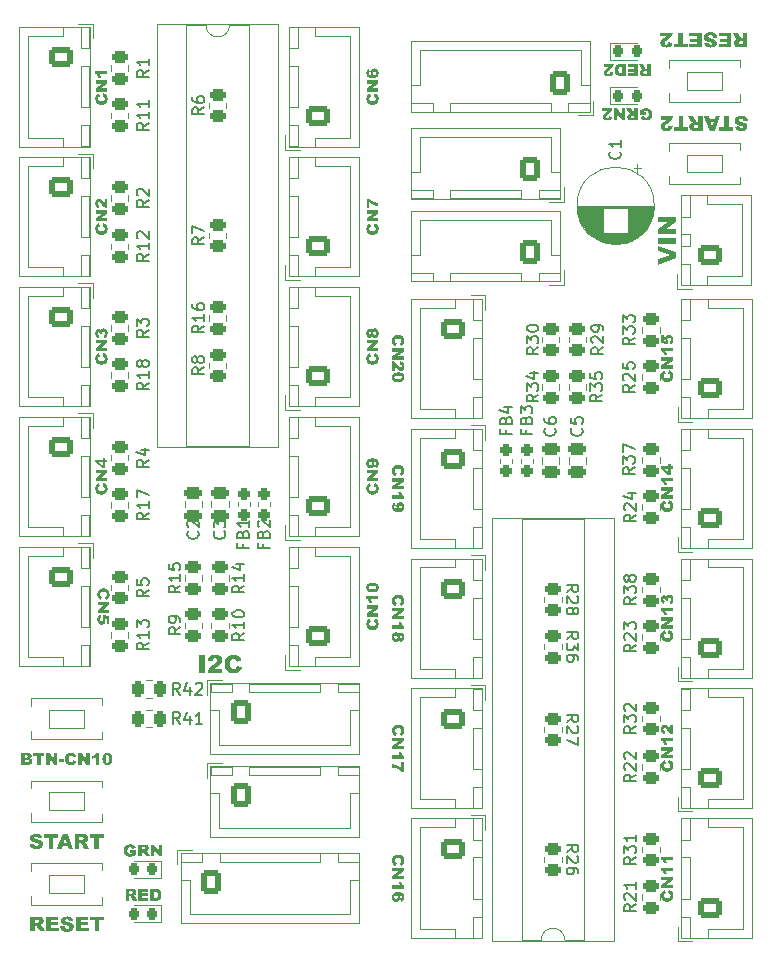
<source format=gbr>
%TF.GenerationSoftware,KiCad,Pcbnew,7.0.6*%
%TF.CreationDate,2023-12-18T00:28:03+09:00*%
%TF.ProjectId,Controller_20220713_TOINIOT2,436f6e74-726f-46c6-9c65-725f32303232,rev?*%
%TF.SameCoordinates,Original*%
%TF.FileFunction,Legend,Top*%
%TF.FilePolarity,Positive*%
%FSLAX46Y46*%
G04 Gerber Fmt 4.6, Leading zero omitted, Abs format (unit mm)*
G04 Created by KiCad (PCBNEW 7.0.6) date 2023-12-18 00:28:03*
%MOMM*%
%LPD*%
G01*
G04 APERTURE LIST*
G04 Aperture macros list*
%AMRoundRect*
0 Rectangle with rounded corners*
0 $1 Rounding radius*
0 $2 $3 $4 $5 $6 $7 $8 $9 X,Y pos of 4 corners*
0 Add a 4 corners polygon primitive as box body*
4,1,4,$2,$3,$4,$5,$6,$7,$8,$9,$2,$3,0*
0 Add four circle primitives for the rounded corners*
1,1,$1+$1,$2,$3*
1,1,$1+$1,$4,$5*
1,1,$1+$1,$6,$7*
1,1,$1+$1,$8,$9*
0 Add four rect primitives between the rounded corners*
20,1,$1+$1,$2,$3,$4,$5,0*
20,1,$1+$1,$4,$5,$6,$7,0*
20,1,$1+$1,$6,$7,$8,$9,0*
20,1,$1+$1,$8,$9,$2,$3,0*%
G04 Aperture macros list end*
%ADD10C,0.150000*%
%ADD11C,0.120000*%
%ADD12C,3.200000*%
%ADD13RoundRect,0.250000X0.450000X-0.262500X0.450000X0.262500X-0.450000X0.262500X-0.450000X-0.262500X0*%
%ADD14RoundRect,0.250000X-0.725000X0.600000X-0.725000X-0.600000X0.725000X-0.600000X0.725000X0.600000X0*%
%ADD15O,1.950000X1.700000*%
%ADD16RoundRect,0.250000X-0.600000X-0.725000X0.600000X-0.725000X0.600000X0.725000X-0.600000X0.725000X0*%
%ADD17O,1.700000X1.950000*%
%ADD18RoundRect,0.250000X-0.475000X0.250000X-0.475000X-0.250000X0.475000X-0.250000X0.475000X0.250000X0*%
%ADD19RoundRect,0.250000X0.600000X0.725000X-0.600000X0.725000X-0.600000X-0.725000X0.600000X-0.725000X0*%
%ADD20RoundRect,0.250000X0.475000X-0.250000X0.475000X0.250000X-0.475000X0.250000X-0.475000X-0.250000X0*%
%ADD21RoundRect,0.250000X-0.450000X0.262500X-0.450000X-0.262500X0.450000X-0.262500X0.450000X0.262500X0*%
%ADD22RoundRect,0.237500X0.237500X-0.287500X0.237500X0.287500X-0.237500X0.287500X-0.237500X-0.287500X0*%
%ADD23O,1.512000X2.300000*%
%ADD24R,1.600000X1.600000*%
%ADD25C,1.600000*%
%ADD26RoundRect,0.250000X0.725000X-0.600000X0.725000X0.600000X-0.725000X0.600000X-0.725000X-0.600000X0*%
%ADD27RoundRect,0.250000X0.262500X0.450000X-0.262500X0.450000X-0.262500X-0.450000X0.262500X-0.450000X0*%
%ADD28RoundRect,0.250000X-0.262500X-0.450000X0.262500X-0.450000X0.262500X0.450000X-0.262500X0.450000X0*%
%ADD29O,1.600000X1.600000*%
%ADD30RoundRect,0.237500X-0.237500X0.287500X-0.237500X-0.287500X0.237500X-0.287500X0.237500X0.287500X0*%
%ADD31RoundRect,0.218750X-0.218750X-0.256250X0.218750X-0.256250X0.218750X0.256250X-0.218750X0.256250X0*%
%ADD32C,1.524000*%
%ADD33RoundRect,0.218750X0.218750X0.256250X-0.218750X0.256250X-0.218750X-0.256250X0.218750X-0.256250X0*%
%ADD34RoundRect,0.250000X0.750000X-0.600000X0.750000X0.600000X-0.750000X0.600000X-0.750000X-0.600000X0*%
%ADD35O,2.000000X1.700000*%
G04 APERTURE END LIST*
D10*
G36*
X39249145Y-77121871D02*
G01*
X39716626Y-77121871D01*
X39716626Y-78622500D01*
X39249145Y-78622500D01*
X39249145Y-77121871D01*
G37*
G36*
X41206995Y-78622500D02*
G01*
X39947801Y-78622500D01*
X39950847Y-78599002D01*
X39954579Y-78575679D01*
X39958998Y-78552531D01*
X39964105Y-78529557D01*
X39969898Y-78506758D01*
X39976378Y-78484134D01*
X39983545Y-78461684D01*
X39991399Y-78439409D01*
X39999940Y-78417308D01*
X40009167Y-78395382D01*
X40019082Y-78373631D01*
X40029684Y-78352054D01*
X40040972Y-78330652D01*
X40052948Y-78309424D01*
X40065610Y-78288371D01*
X40078960Y-78267493D01*
X40093448Y-78246448D01*
X40109437Y-78224989D01*
X40126925Y-78203114D01*
X40145913Y-78180824D01*
X40155969Y-78169524D01*
X40166401Y-78158120D01*
X40177207Y-78146612D01*
X40188388Y-78135000D01*
X40199945Y-78123285D01*
X40211876Y-78111466D01*
X40224182Y-78099543D01*
X40236863Y-78087516D01*
X40249919Y-78075386D01*
X40263350Y-78063151D01*
X40277156Y-78050813D01*
X40291337Y-78038372D01*
X40305892Y-78025826D01*
X40320823Y-78013177D01*
X40336129Y-78000424D01*
X40351810Y-77987567D01*
X40367865Y-77974607D01*
X40384296Y-77961543D01*
X40401101Y-77948375D01*
X40418282Y-77935103D01*
X40435837Y-77921727D01*
X40453768Y-77908248D01*
X40472073Y-77894665D01*
X40490753Y-77880978D01*
X40513313Y-77864380D01*
X40534832Y-77848292D01*
X40555308Y-77832713D01*
X40574742Y-77817643D01*
X40593135Y-77803083D01*
X40610486Y-77789032D01*
X40626795Y-77775491D01*
X40642062Y-77762459D01*
X40656287Y-77749937D01*
X40669470Y-77737924D01*
X40681612Y-77726421D01*
X40692712Y-77715427D01*
X40707408Y-77699892D01*
X40719760Y-77685503D01*
X40726692Y-77676547D01*
X40735924Y-77663491D01*
X40744247Y-77650564D01*
X40751663Y-77637765D01*
X40760138Y-77620901D01*
X40766999Y-77604266D01*
X40772245Y-77587860D01*
X40775877Y-77571682D01*
X40777895Y-77555734D01*
X40778349Y-77543923D01*
X40777554Y-77527202D01*
X40775166Y-77511111D01*
X40771188Y-77495649D01*
X40765618Y-77480817D01*
X40758457Y-77466615D01*
X40749704Y-77453042D01*
X40739360Y-77440099D01*
X40727425Y-77427786D01*
X40714281Y-77416537D01*
X40700314Y-77406788D01*
X40685522Y-77398539D01*
X40669905Y-77391790D01*
X40653465Y-77386541D01*
X40636200Y-77382792D01*
X40618111Y-77380542D01*
X40599197Y-77379792D01*
X40584345Y-77380249D01*
X40565355Y-77382281D01*
X40547291Y-77385939D01*
X40530155Y-77391223D01*
X40513946Y-77398132D01*
X40498665Y-77406667D01*
X40484311Y-77416828D01*
X40470884Y-77428615D01*
X40467672Y-77431816D01*
X40455462Y-77445966D01*
X40446988Y-77458202D01*
X40439100Y-77471829D01*
X40431798Y-77486848D01*
X40425083Y-77503257D01*
X40418953Y-77521057D01*
X40413409Y-77540248D01*
X40408451Y-77560830D01*
X40405472Y-77575325D01*
X40402753Y-77590437D01*
X40400294Y-77606168D01*
X40399162Y-77614265D01*
X39978576Y-77579460D01*
X39981850Y-77557646D01*
X39985445Y-77536441D01*
X39989361Y-77515846D01*
X39993597Y-77495861D01*
X39998154Y-77476485D01*
X40003031Y-77457719D01*
X40008229Y-77439562D01*
X40013747Y-77422015D01*
X40019586Y-77405078D01*
X40025745Y-77388751D01*
X40032226Y-77373033D01*
X40039026Y-77357925D01*
X40046147Y-77343426D01*
X40053589Y-77329537D01*
X40061351Y-77316258D01*
X40069434Y-77303588D01*
X40077888Y-77291359D01*
X40086762Y-77279494D01*
X40096057Y-77267992D01*
X40105773Y-77256854D01*
X40115910Y-77246079D01*
X40126467Y-77235668D01*
X40137445Y-77225620D01*
X40148844Y-77215935D01*
X40160663Y-77206615D01*
X40172904Y-77197657D01*
X40185565Y-77189064D01*
X40198647Y-77180833D01*
X40212149Y-77172966D01*
X40226072Y-77165463D01*
X40240416Y-77158323D01*
X40255181Y-77151547D01*
X40270563Y-77145114D01*
X40286666Y-77139096D01*
X40303490Y-77133493D01*
X40321035Y-77128306D01*
X40339302Y-77123533D01*
X40358290Y-77119175D01*
X40377999Y-77115233D01*
X40398430Y-77111705D01*
X40419581Y-77108592D01*
X40441454Y-77105895D01*
X40464049Y-77103612D01*
X40487364Y-77101744D01*
X40511401Y-77100292D01*
X40536160Y-77099254D01*
X40561639Y-77098632D01*
X40587840Y-77098424D01*
X40615117Y-77098619D01*
X40641627Y-77099203D01*
X40667370Y-77100176D01*
X40692345Y-77101538D01*
X40716554Y-77103290D01*
X40739996Y-77105431D01*
X40762670Y-77107961D01*
X40784577Y-77110881D01*
X40805718Y-77114189D01*
X40826091Y-77117887D01*
X40845697Y-77121974D01*
X40864536Y-77126451D01*
X40882609Y-77131317D01*
X40899914Y-77136572D01*
X40916451Y-77142216D01*
X40932222Y-77148250D01*
X40947448Y-77154640D01*
X40962258Y-77161445D01*
X40976654Y-77168664D01*
X40990634Y-77176299D01*
X41004200Y-77184349D01*
X41017350Y-77192814D01*
X41030086Y-77201694D01*
X41042406Y-77210990D01*
X41054312Y-77220700D01*
X41065802Y-77230825D01*
X41076877Y-77241365D01*
X41087538Y-77252320D01*
X41097783Y-77263690D01*
X41107613Y-77275475D01*
X41117029Y-77287676D01*
X41126029Y-77300291D01*
X41134591Y-77313211D01*
X41142601Y-77326326D01*
X41150059Y-77339635D01*
X41156964Y-77353139D01*
X41163317Y-77366837D01*
X41169117Y-77380731D01*
X41174365Y-77394819D01*
X41179060Y-77409101D01*
X41183203Y-77423578D01*
X41186794Y-77438250D01*
X41189832Y-77453116D01*
X41192318Y-77468177D01*
X41194251Y-77483433D01*
X41195632Y-77498883D01*
X41196461Y-77514528D01*
X41196737Y-77530368D01*
X41196421Y-77547220D01*
X41195472Y-77563982D01*
X41193891Y-77580651D01*
X41191677Y-77597229D01*
X41188830Y-77613715D01*
X41185351Y-77630110D01*
X41181240Y-77646413D01*
X41176496Y-77662625D01*
X41171119Y-77678745D01*
X41165110Y-77694774D01*
X41158468Y-77710710D01*
X41151194Y-77726556D01*
X41143287Y-77742309D01*
X41134747Y-77757971D01*
X41125575Y-77773542D01*
X41115771Y-77789021D01*
X41105133Y-77804548D01*
X41093463Y-77820265D01*
X41080759Y-77836170D01*
X41067021Y-77852264D01*
X41052251Y-77868548D01*
X41036447Y-77885020D01*
X41019610Y-77901681D01*
X41001740Y-77918531D01*
X40982836Y-77935569D01*
X40962900Y-77952797D01*
X40941929Y-77970214D01*
X40919926Y-77987819D01*
X40896890Y-78005614D01*
X40884984Y-78014582D01*
X40872820Y-78023597D01*
X40860397Y-78032659D01*
X40847717Y-78041769D01*
X40834778Y-78050926D01*
X40821580Y-78060130D01*
X40806063Y-78070691D01*
X40791201Y-78080847D01*
X40776994Y-78090600D01*
X40763443Y-78099950D01*
X40750547Y-78108895D01*
X40738307Y-78117438D01*
X40721175Y-78129494D01*
X40705519Y-78140643D01*
X40691337Y-78150884D01*
X40678629Y-78160216D01*
X40663981Y-78171247D01*
X40651954Y-78180664D01*
X40638297Y-78191945D01*
X40626831Y-78201717D01*
X40614884Y-78212152D01*
X40602456Y-78223252D01*
X40589548Y-78235016D01*
X40576158Y-78247443D01*
X40562288Y-78260535D01*
X40551570Y-78270790D01*
X41206995Y-78270790D01*
X41206995Y-78622500D01*
G37*
G36*
X42451901Y-78012869D02*
G01*
X42860764Y-78131205D01*
X42855449Y-78152281D01*
X42849761Y-78172919D01*
X42843702Y-78193119D01*
X42837271Y-78212881D01*
X42830467Y-78232206D01*
X42823292Y-78251092D01*
X42815744Y-78269540D01*
X42807824Y-78287551D01*
X42799532Y-78305124D01*
X42790868Y-78322258D01*
X42781832Y-78338955D01*
X42772424Y-78355214D01*
X42762644Y-78371035D01*
X42752492Y-78386418D01*
X42741967Y-78401363D01*
X42731071Y-78415870D01*
X42719821Y-78429895D01*
X42708236Y-78443485D01*
X42696316Y-78456640D01*
X42684062Y-78469359D01*
X42671472Y-78481644D01*
X42658548Y-78493493D01*
X42645289Y-78504908D01*
X42631695Y-78515887D01*
X42617766Y-78526432D01*
X42603502Y-78536541D01*
X42588903Y-78546216D01*
X42573969Y-78555455D01*
X42558701Y-78564259D01*
X42543097Y-78572628D01*
X42527159Y-78580562D01*
X42510886Y-78588061D01*
X42494211Y-78595071D01*
X42476974Y-78601628D01*
X42459177Y-78607733D01*
X42440819Y-78613386D01*
X42421899Y-78618587D01*
X42402419Y-78623335D01*
X42382378Y-78627631D01*
X42361776Y-78631475D01*
X42340612Y-78634867D01*
X42318888Y-78637807D01*
X42296603Y-78640294D01*
X42273757Y-78642329D01*
X42250349Y-78643912D01*
X42226381Y-78645042D01*
X42201852Y-78645721D01*
X42176762Y-78645947D01*
X42161462Y-78645878D01*
X42146339Y-78645671D01*
X42131392Y-78645325D01*
X42116621Y-78644842D01*
X42087606Y-78643461D01*
X42059296Y-78641528D01*
X42031690Y-78639042D01*
X42004788Y-78636003D01*
X41978590Y-78632413D01*
X41953096Y-78628270D01*
X41928307Y-78623574D01*
X41904221Y-78618326D01*
X41880840Y-78612526D01*
X41858162Y-78606173D01*
X41836189Y-78599268D01*
X41814920Y-78591811D01*
X41794355Y-78583801D01*
X41774494Y-78575239D01*
X41755151Y-78565935D01*
X41736140Y-78555793D01*
X41717461Y-78544812D01*
X41699114Y-78532992D01*
X41681099Y-78520334D01*
X41663417Y-78506837D01*
X41646066Y-78492502D01*
X41629047Y-78477328D01*
X41612360Y-78461315D01*
X41596006Y-78444464D01*
X41579983Y-78426774D01*
X41564292Y-78408245D01*
X41548934Y-78388878D01*
X41533907Y-78368672D01*
X41519212Y-78347628D01*
X41504850Y-78325744D01*
X41491141Y-78303007D01*
X41478317Y-78279491D01*
X41466377Y-78255196D01*
X41455322Y-78230123D01*
X41445151Y-78204272D01*
X41435864Y-78177642D01*
X41427462Y-78150233D01*
X41419945Y-78122046D01*
X41416518Y-78107660D01*
X41413311Y-78093080D01*
X41410327Y-78078305D01*
X41407563Y-78063336D01*
X41405020Y-78048172D01*
X41402698Y-78032813D01*
X41400598Y-78017260D01*
X41398718Y-78001512D01*
X41397060Y-77985569D01*
X41395623Y-77969432D01*
X41394407Y-77953100D01*
X41393412Y-77936574D01*
X41392638Y-77919853D01*
X41392085Y-77902937D01*
X41391754Y-77885827D01*
X41391643Y-77868522D01*
X41391838Y-77845494D01*
X41392422Y-77822802D01*
X41393395Y-77800446D01*
X41394757Y-77778425D01*
X41396509Y-77756740D01*
X41398650Y-77735390D01*
X41401180Y-77714376D01*
X41404099Y-77693697D01*
X41407408Y-77673355D01*
X41411106Y-77653347D01*
X41415193Y-77633676D01*
X41419670Y-77614339D01*
X41424536Y-77595339D01*
X41429791Y-77576674D01*
X41435435Y-77558345D01*
X41441469Y-77540351D01*
X41447891Y-77522693D01*
X41454704Y-77505370D01*
X41461905Y-77488383D01*
X41469495Y-77471732D01*
X41477475Y-77455416D01*
X41485844Y-77439436D01*
X41494603Y-77423792D01*
X41503751Y-77408483D01*
X41513287Y-77393509D01*
X41523214Y-77378872D01*
X41533529Y-77364570D01*
X41544234Y-77350603D01*
X41555328Y-77336972D01*
X41566811Y-77323677D01*
X41578683Y-77310717D01*
X41590945Y-77298093D01*
X41603563Y-77285808D01*
X41616505Y-77273914D01*
X41629770Y-77262410D01*
X41643358Y-77251295D01*
X41657270Y-77240571D01*
X41671505Y-77230237D01*
X41686064Y-77220292D01*
X41700946Y-77210738D01*
X41716152Y-77201573D01*
X41731681Y-77192799D01*
X41747533Y-77184414D01*
X41763709Y-77176420D01*
X41780208Y-77168815D01*
X41797031Y-77161601D01*
X41814177Y-77154776D01*
X41831647Y-77148341D01*
X41849440Y-77142297D01*
X41867556Y-77136642D01*
X41885996Y-77131377D01*
X41904759Y-77126503D01*
X41923846Y-77122018D01*
X41943256Y-77117923D01*
X41962990Y-77114218D01*
X41983047Y-77110903D01*
X42003427Y-77107979D01*
X42024131Y-77105444D01*
X42045158Y-77103299D01*
X42066509Y-77101544D01*
X42088183Y-77100179D01*
X42110181Y-77099204D01*
X42132502Y-77098619D01*
X42155146Y-77098424D01*
X42172864Y-77098537D01*
X42190343Y-77098876D01*
X42207583Y-77099442D01*
X42224584Y-77100233D01*
X42241346Y-77101251D01*
X42257868Y-77102494D01*
X42274152Y-77103964D01*
X42290197Y-77105660D01*
X42306003Y-77107582D01*
X42321570Y-77109730D01*
X42336898Y-77112104D01*
X42351987Y-77114704D01*
X42366837Y-77117531D01*
X42381448Y-77120583D01*
X42395820Y-77123862D01*
X42423846Y-77131098D01*
X42450917Y-77139238D01*
X42477032Y-77148283D01*
X42502191Y-77158232D01*
X42526394Y-77169085D01*
X42549641Y-77180843D01*
X42571932Y-77193506D01*
X42593267Y-77207073D01*
X42603576Y-77214195D01*
X42623673Y-77229152D01*
X42643115Y-77245079D01*
X42661901Y-77261976D01*
X42680032Y-77279843D01*
X42697507Y-77298681D01*
X42714327Y-77318489D01*
X42730491Y-77339267D01*
X42746000Y-77361016D01*
X42760854Y-77383735D01*
X42775052Y-77407424D01*
X42788594Y-77432083D01*
X42801481Y-77457713D01*
X42813713Y-77484313D01*
X42819583Y-77497977D01*
X42825289Y-77511883D01*
X42830832Y-77526032D01*
X42836210Y-77540424D01*
X42841425Y-77555058D01*
X42846476Y-77569935D01*
X42434316Y-77661160D01*
X42428878Y-77644605D01*
X42423371Y-77629194D01*
X42417795Y-77614929D01*
X42410729Y-77598707D01*
X42403555Y-77584275D01*
X42394806Y-77569317D01*
X42388887Y-77560776D01*
X42378812Y-77547879D01*
X42368187Y-77535749D01*
X42357013Y-77524386D01*
X42345289Y-77513790D01*
X42333016Y-77503961D01*
X42320193Y-77494899D01*
X42306821Y-77486604D01*
X42292899Y-77479077D01*
X42278582Y-77472293D01*
X42263842Y-77466414D01*
X42248678Y-77461440D01*
X42233090Y-77457370D01*
X42217079Y-77454204D01*
X42200644Y-77451943D01*
X42183786Y-77450586D01*
X42166503Y-77450134D01*
X42146963Y-77450622D01*
X42128001Y-77452086D01*
X42109617Y-77454526D01*
X42091811Y-77457942D01*
X42074583Y-77462334D01*
X42057934Y-77467702D01*
X42041862Y-77474046D01*
X42026369Y-77481366D01*
X42011454Y-77489663D01*
X41997117Y-77498935D01*
X41983359Y-77509183D01*
X41970178Y-77520407D01*
X41957576Y-77532607D01*
X41945551Y-77545784D01*
X41934105Y-77559936D01*
X41923238Y-77575064D01*
X41911845Y-77593374D01*
X41904873Y-77606615D01*
X41898399Y-77620682D01*
X41892422Y-77635577D01*
X41886944Y-77651300D01*
X41881964Y-77667849D01*
X41877481Y-77685226D01*
X41873497Y-77703429D01*
X41870011Y-77722460D01*
X41867023Y-77742318D01*
X41864533Y-77763004D01*
X41862541Y-77784516D01*
X41861047Y-77806856D01*
X41860051Y-77830022D01*
X41859552Y-77854016D01*
X41859490Y-77866324D01*
X41859565Y-77881515D01*
X41859788Y-77896404D01*
X41860681Y-77925280D01*
X41862169Y-77952950D01*
X41864253Y-77979416D01*
X41866932Y-78004676D01*
X41870206Y-78028732D01*
X41874076Y-78051582D01*
X41878541Y-78073228D01*
X41883602Y-78093668D01*
X41889257Y-78112904D01*
X41895508Y-78130935D01*
X41902355Y-78147760D01*
X41909797Y-78163381D01*
X41917834Y-78177796D01*
X41926466Y-78191007D01*
X41935694Y-78203012D01*
X41945461Y-78214059D01*
X41961019Y-78229293D01*
X41977666Y-78242923D01*
X41995400Y-78254950D01*
X42014223Y-78265373D01*
X42034135Y-78274193D01*
X42048014Y-78279181D01*
X42062376Y-78283458D01*
X42077223Y-78287021D01*
X42092553Y-78289872D01*
X42108366Y-78292010D01*
X42124664Y-78293435D01*
X42141445Y-78294148D01*
X42150017Y-78294237D01*
X42166522Y-78293957D01*
X42182515Y-78293115D01*
X42197995Y-78291713D01*
X42212963Y-78289749D01*
X42227419Y-78287225D01*
X42248142Y-78282386D01*
X42267712Y-78276285D01*
X42286129Y-78268922D01*
X42303393Y-78260297D01*
X42319505Y-78250409D01*
X42334464Y-78239260D01*
X42348271Y-78226848D01*
X42352617Y-78222430D01*
X42365131Y-78208324D01*
X42376981Y-78193072D01*
X42388169Y-78176674D01*
X42398693Y-78159129D01*
X42408553Y-78140438D01*
X42417751Y-78120600D01*
X42423514Y-78106739D01*
X42428982Y-78092368D01*
X42434155Y-78077487D01*
X42439034Y-78062097D01*
X42443618Y-78046197D01*
X42447907Y-78029788D01*
X42451901Y-78012869D01*
G37*
G36*
X78121871Y-44093404D02*
G01*
X78121871Y-43605041D01*
X79201913Y-43265055D01*
X78121871Y-42930198D01*
X78121871Y-42456122D01*
X79622500Y-43016660D01*
X79622500Y-43522609D01*
X78121871Y-44093404D01*
G37*
G36*
X78121871Y-42292724D02*
G01*
X78121871Y-41825243D01*
X79622500Y-41825243D01*
X79622500Y-42292724D01*
X78121871Y-42292724D01*
G37*
G36*
X78121871Y-41492218D02*
G01*
X78121871Y-41056245D01*
X78967440Y-40487281D01*
X78121871Y-40487281D01*
X78121871Y-40047644D01*
X79622500Y-40047644D01*
X79622500Y-40487281D01*
X78781327Y-41053314D01*
X79622500Y-41053314D01*
X79622500Y-41492218D01*
X78121871Y-41492218D01*
G37*
X39654819Y-49230357D02*
X39178628Y-49563690D01*
X39654819Y-49801785D02*
X38654819Y-49801785D01*
X38654819Y-49801785D02*
X38654819Y-49420833D01*
X38654819Y-49420833D02*
X38702438Y-49325595D01*
X38702438Y-49325595D02*
X38750057Y-49277976D01*
X38750057Y-49277976D02*
X38845295Y-49230357D01*
X38845295Y-49230357D02*
X38988152Y-49230357D01*
X38988152Y-49230357D02*
X39083390Y-49277976D01*
X39083390Y-49277976D02*
X39131009Y-49325595D01*
X39131009Y-49325595D02*
X39178628Y-49420833D01*
X39178628Y-49420833D02*
X39178628Y-49801785D01*
X39654819Y-48277976D02*
X39654819Y-48849404D01*
X39654819Y-48563690D02*
X38654819Y-48563690D01*
X38654819Y-48563690D02*
X38797676Y-48658928D01*
X38797676Y-48658928D02*
X38892914Y-48754166D01*
X38892914Y-48754166D02*
X38940533Y-48849404D01*
X38654819Y-47420833D02*
X38654819Y-47611309D01*
X38654819Y-47611309D02*
X38702438Y-47706547D01*
X38702438Y-47706547D02*
X38750057Y-47754166D01*
X38750057Y-47754166D02*
X38892914Y-47849404D01*
X38892914Y-47849404D02*
X39083390Y-47897023D01*
X39083390Y-47897023D02*
X39464342Y-47897023D01*
X39464342Y-47897023D02*
X39559580Y-47849404D01*
X39559580Y-47849404D02*
X39607200Y-47801785D01*
X39607200Y-47801785D02*
X39654819Y-47706547D01*
X39654819Y-47706547D02*
X39654819Y-47516071D01*
X39654819Y-47516071D02*
X39607200Y-47420833D01*
X39607200Y-47420833D02*
X39559580Y-47373214D01*
X39559580Y-47373214D02*
X39464342Y-47325595D01*
X39464342Y-47325595D02*
X39226247Y-47325595D01*
X39226247Y-47325595D02*
X39131009Y-47373214D01*
X39131009Y-47373214D02*
X39083390Y-47420833D01*
X39083390Y-47420833D02*
X39035771Y-47516071D01*
X39035771Y-47516071D02*
X39035771Y-47706547D01*
X39035771Y-47706547D02*
X39083390Y-47801785D01*
X39083390Y-47801785D02*
X39131009Y-47849404D01*
X39131009Y-47849404D02*
X39226247Y-47897023D01*
G36*
X31058579Y-29819922D02*
G01*
X31137470Y-29547347D01*
X31151520Y-29550891D01*
X31165279Y-29554682D01*
X31178746Y-29558722D01*
X31191921Y-29563009D01*
X31204804Y-29567545D01*
X31217394Y-29572329D01*
X31229693Y-29577361D01*
X31241700Y-29582640D01*
X31253416Y-29588168D01*
X31264839Y-29593944D01*
X31275970Y-29599968D01*
X31286809Y-29606240D01*
X31297356Y-29612761D01*
X31307612Y-29619529D01*
X31317575Y-29626545D01*
X31327247Y-29633809D01*
X31336596Y-29641309D01*
X31345656Y-29649033D01*
X31354426Y-29656979D01*
X31362906Y-29665149D01*
X31371096Y-29673542D01*
X31378995Y-29682158D01*
X31386605Y-29690997D01*
X31393925Y-29700060D01*
X31400954Y-29709346D01*
X31407694Y-29718855D01*
X31414144Y-29728588D01*
X31420303Y-29738544D01*
X31426173Y-29748723D01*
X31431752Y-29759125D01*
X31437041Y-29769751D01*
X31442041Y-29780599D01*
X31446714Y-29791716D01*
X31451085Y-29803207D01*
X31455155Y-29815072D01*
X31458924Y-29827311D01*
X31462391Y-29839924D01*
X31465557Y-29852910D01*
X31468421Y-29866271D01*
X31470983Y-29880006D01*
X31473245Y-29894115D01*
X31475204Y-29908598D01*
X31476862Y-29923455D01*
X31478219Y-29938685D01*
X31479274Y-29954290D01*
X31480028Y-29970269D01*
X31480480Y-29986622D01*
X31480631Y-30003349D01*
X31480585Y-30013548D01*
X31480447Y-30023630D01*
X31480217Y-30033595D01*
X31479894Y-30043443D01*
X31478974Y-30062786D01*
X31477685Y-30081659D01*
X31476028Y-30100063D01*
X31474002Y-30117998D01*
X31471608Y-30135463D01*
X31468846Y-30152459D01*
X31465716Y-30168986D01*
X31462217Y-30185043D01*
X31458351Y-30200630D01*
X31454115Y-30215748D01*
X31449512Y-30230397D01*
X31444540Y-30244577D01*
X31439200Y-30258287D01*
X31433492Y-30271527D01*
X31427290Y-30284423D01*
X31420528Y-30297097D01*
X31413208Y-30309549D01*
X31405328Y-30321780D01*
X31396889Y-30333790D01*
X31387891Y-30345579D01*
X31378334Y-30357146D01*
X31368218Y-30368492D01*
X31357543Y-30379616D01*
X31346309Y-30390519D01*
X31334516Y-30401201D01*
X31322163Y-30411662D01*
X31309252Y-30421901D01*
X31295781Y-30431919D01*
X31281752Y-30441715D01*
X31267163Y-30451290D01*
X31252004Y-30460429D01*
X31236327Y-30468979D01*
X31220131Y-30476939D01*
X31203415Y-30484309D01*
X31186181Y-30491089D01*
X31168428Y-30497280D01*
X31150155Y-30502882D01*
X31131364Y-30507893D01*
X31121773Y-30510178D01*
X31112053Y-30512316D01*
X31102203Y-30514306D01*
X31092224Y-30516148D01*
X31082114Y-30517843D01*
X31071875Y-30519391D01*
X31061507Y-30520791D01*
X31051008Y-30522044D01*
X31040379Y-30523150D01*
X31029621Y-30524108D01*
X31018733Y-30524919D01*
X31007716Y-30525582D01*
X30996568Y-30526098D01*
X30985291Y-30526466D01*
X30973884Y-30526688D01*
X30962348Y-30526761D01*
X30946996Y-30526631D01*
X30931868Y-30526242D01*
X30916964Y-30525593D01*
X30902283Y-30524685D01*
X30887826Y-30523517D01*
X30873593Y-30522090D01*
X30859584Y-30520403D01*
X30845798Y-30518457D01*
X30832236Y-30516251D01*
X30818898Y-30513786D01*
X30805784Y-30511061D01*
X30792893Y-30508077D01*
X30780226Y-30504833D01*
X30767783Y-30501329D01*
X30755563Y-30497567D01*
X30743567Y-30493544D01*
X30731795Y-30489262D01*
X30720247Y-30484721D01*
X30708922Y-30479920D01*
X30697821Y-30474860D01*
X30686944Y-30469540D01*
X30676291Y-30463960D01*
X30665861Y-30458121D01*
X30655655Y-30452023D01*
X30645673Y-30445665D01*
X30635914Y-30439047D01*
X30626380Y-30432171D01*
X30617068Y-30425034D01*
X30607981Y-30417638D01*
X30599118Y-30409983D01*
X30590478Y-30402068D01*
X30582062Y-30393893D01*
X30573872Y-30385481D01*
X30565943Y-30376853D01*
X30558273Y-30368010D01*
X30550863Y-30358951D01*
X30543714Y-30349677D01*
X30536824Y-30340186D01*
X30530195Y-30330481D01*
X30523825Y-30320559D01*
X30517715Y-30310422D01*
X30511866Y-30300069D01*
X30506276Y-30289501D01*
X30500946Y-30278717D01*
X30495877Y-30267718D01*
X30491067Y-30256503D01*
X30486517Y-30245072D01*
X30482227Y-30233426D01*
X30478198Y-30221564D01*
X30474428Y-30209486D01*
X30470918Y-30197193D01*
X30467668Y-30184684D01*
X30464678Y-30171959D01*
X30461949Y-30159019D01*
X30459479Y-30145864D01*
X30457269Y-30132492D01*
X30455319Y-30118905D01*
X30453629Y-30105103D01*
X30452199Y-30091084D01*
X30451029Y-30076851D01*
X30450119Y-30062401D01*
X30449469Y-30047736D01*
X30449079Y-30032855D01*
X30448949Y-30017759D01*
X30449025Y-30005947D01*
X30449251Y-29994295D01*
X30449628Y-29982801D01*
X30450155Y-29971467D01*
X30450834Y-29960293D01*
X30451663Y-29949278D01*
X30452642Y-29938422D01*
X30453773Y-29927725D01*
X30455054Y-29917188D01*
X30456486Y-29906810D01*
X30458069Y-29896591D01*
X30459803Y-29886532D01*
X30461687Y-29876632D01*
X30463722Y-29866891D01*
X30465908Y-29857310D01*
X30470732Y-29838626D01*
X30476158Y-29820578D01*
X30482188Y-29803168D01*
X30488821Y-29786396D01*
X30496057Y-29770260D01*
X30503895Y-29754763D01*
X30512337Y-29739902D01*
X30521382Y-29725679D01*
X30526130Y-29718806D01*
X30536101Y-29705408D01*
X30546719Y-29692447D01*
X30557984Y-29679923D01*
X30569895Y-29667835D01*
X30582454Y-29656185D01*
X30595659Y-29644972D01*
X30609511Y-29634196D01*
X30624010Y-29623856D01*
X30639156Y-29613954D01*
X30654949Y-29604489D01*
X30671389Y-29595460D01*
X30688475Y-29586869D01*
X30706209Y-29578714D01*
X30715318Y-29574801D01*
X30724589Y-29570997D01*
X30734021Y-29567302D01*
X30743616Y-29563716D01*
X30753372Y-29560240D01*
X30763290Y-29556873D01*
X30824106Y-29831646D01*
X30813070Y-29835272D01*
X30802796Y-29838943D01*
X30793286Y-29842660D01*
X30782471Y-29847371D01*
X30772850Y-29852153D01*
X30762878Y-29857986D01*
X30757184Y-29861932D01*
X30748586Y-29868649D01*
X30740499Y-29875732D01*
X30732924Y-29883181D01*
X30725860Y-29890997D01*
X30719307Y-29899179D01*
X30713266Y-29907728D01*
X30707736Y-29916643D01*
X30702718Y-29925924D01*
X30698195Y-29935468D01*
X30694276Y-29945295D01*
X30690960Y-29955405D01*
X30688246Y-29965796D01*
X30686136Y-29976471D01*
X30684628Y-29987427D01*
X30683724Y-29998666D01*
X30683422Y-30010188D01*
X30683748Y-30023215D01*
X30684724Y-30035856D01*
X30686350Y-30048112D01*
X30688628Y-30059983D01*
X30691556Y-30071468D01*
X30695135Y-30082567D01*
X30699364Y-30093282D01*
X30704244Y-30103610D01*
X30709775Y-30113554D01*
X30715956Y-30123112D01*
X30722788Y-30132284D01*
X30730271Y-30141071D01*
X30738405Y-30149473D01*
X30747189Y-30157489D01*
X30756624Y-30165120D01*
X30766709Y-30172365D01*
X30778916Y-30179960D01*
X30787743Y-30184608D01*
X30797121Y-30188924D01*
X30807051Y-30192908D01*
X30817533Y-30196561D01*
X30828566Y-30199881D01*
X30840150Y-30202869D01*
X30852286Y-30205525D01*
X30864973Y-30207849D01*
X30878212Y-30209841D01*
X30892002Y-30211501D01*
X30906344Y-30212829D01*
X30921237Y-30213826D01*
X30936681Y-30214490D01*
X30952677Y-30214822D01*
X30960882Y-30214863D01*
X30971010Y-30214813D01*
X30980936Y-30214665D01*
X31000186Y-30214069D01*
X31018633Y-30213077D01*
X31036277Y-30211688D01*
X31053117Y-30209902D01*
X31069154Y-30207719D01*
X31084388Y-30205139D01*
X31098818Y-30202162D01*
X31112445Y-30198789D01*
X31125269Y-30195018D01*
X31137290Y-30190851D01*
X31148507Y-30186287D01*
X31158920Y-30181325D01*
X31168531Y-30175967D01*
X31177338Y-30170212D01*
X31185341Y-30164061D01*
X31192706Y-30157549D01*
X31202862Y-30147177D01*
X31211949Y-30136080D01*
X31219966Y-30124256D01*
X31226915Y-30111708D01*
X31232795Y-30098433D01*
X31236121Y-30089181D01*
X31238972Y-30079606D01*
X31241347Y-30069708D01*
X31243248Y-30059488D01*
X31244673Y-30048946D01*
X31245623Y-30038081D01*
X31246099Y-30026893D01*
X31246158Y-30021179D01*
X31245971Y-30010175D01*
X31245410Y-29999513D01*
X31244475Y-29989193D01*
X31243166Y-29979215D01*
X31241483Y-29969577D01*
X31238257Y-29955762D01*
X31234190Y-29942715D01*
X31229281Y-29930437D01*
X31223531Y-29918928D01*
X31216939Y-29908186D01*
X31209506Y-29898214D01*
X31201232Y-29889009D01*
X31198286Y-29886112D01*
X31188882Y-29877770D01*
X31178714Y-29869869D01*
X31167782Y-29862411D01*
X31156086Y-29855395D01*
X31143625Y-29848821D01*
X31130400Y-29842689D01*
X31121159Y-29838847D01*
X31111578Y-29835202D01*
X31101658Y-29831753D01*
X31091398Y-29828500D01*
X31080798Y-29825445D01*
X31069858Y-29822585D01*
X31058579Y-29819922D01*
G37*
G36*
X30464581Y-29400069D02*
G01*
X30464581Y-29109420D01*
X31028293Y-28730111D01*
X30464581Y-28730111D01*
X30464581Y-28437019D01*
X31465000Y-28437019D01*
X31465000Y-28730111D01*
X30904218Y-29107466D01*
X31465000Y-29107466D01*
X31465000Y-29400069D01*
X30464581Y-29400069D01*
G37*
G36*
X30448949Y-27647871D02*
G01*
X31465000Y-27647871D01*
X31465000Y-27930948D01*
X30799682Y-27930948D01*
X30806258Y-27939510D01*
X30812676Y-27948038D01*
X30818936Y-27956531D01*
X30825037Y-27964990D01*
X30830980Y-27973414D01*
X30836765Y-27981804D01*
X30842391Y-27990160D01*
X30847859Y-27998481D01*
X30853168Y-28006768D01*
X30860835Y-28019135D01*
X30868146Y-28031424D01*
X30875101Y-28043635D01*
X30881699Y-28055770D01*
X30885900Y-28063816D01*
X30892058Y-28076146D01*
X30898170Y-28089047D01*
X30902218Y-28097965D01*
X30906245Y-28107136D01*
X30910251Y-28116561D01*
X30914237Y-28126240D01*
X30918201Y-28136173D01*
X30922144Y-28146360D01*
X30926066Y-28156800D01*
X30929967Y-28167495D01*
X30933848Y-28178443D01*
X30937707Y-28189644D01*
X30941545Y-28201100D01*
X30945362Y-28212809D01*
X30949159Y-28224772D01*
X30714685Y-28224772D01*
X30708966Y-28207162D01*
X30703103Y-28190052D01*
X30697097Y-28173441D01*
X30690948Y-28157331D01*
X30684656Y-28141720D01*
X30678221Y-28126610D01*
X30671642Y-28111999D01*
X30664921Y-28097888D01*
X30658056Y-28084277D01*
X30651049Y-28071167D01*
X30643898Y-28058556D01*
X30636604Y-28046445D01*
X30629167Y-28034833D01*
X30621587Y-28023722D01*
X30613864Y-28013111D01*
X30605997Y-28003000D01*
X30597914Y-27993272D01*
X30589599Y-27983812D01*
X30581053Y-27974618D01*
X30572277Y-27965692D01*
X30563269Y-27957033D01*
X30554031Y-27948641D01*
X30544562Y-27940516D01*
X30534862Y-27932658D01*
X30524931Y-27925067D01*
X30514769Y-27917744D01*
X30504376Y-27910688D01*
X30493753Y-27903898D01*
X30482898Y-27897376D01*
X30471813Y-27891121D01*
X30460496Y-27885134D01*
X30448949Y-27879413D01*
X30448949Y-27647871D01*
G37*
G36*
X31058579Y-40819922D02*
G01*
X31137470Y-40547347D01*
X31151520Y-40550891D01*
X31165279Y-40554682D01*
X31178746Y-40558722D01*
X31191921Y-40563009D01*
X31204804Y-40567545D01*
X31217394Y-40572329D01*
X31229693Y-40577361D01*
X31241700Y-40582640D01*
X31253416Y-40588168D01*
X31264839Y-40593944D01*
X31275970Y-40599968D01*
X31286809Y-40606240D01*
X31297356Y-40612761D01*
X31307612Y-40619529D01*
X31317575Y-40626545D01*
X31327247Y-40633809D01*
X31336596Y-40641309D01*
X31345656Y-40649033D01*
X31354426Y-40656979D01*
X31362906Y-40665149D01*
X31371096Y-40673542D01*
X31378995Y-40682158D01*
X31386605Y-40690997D01*
X31393925Y-40700060D01*
X31400954Y-40709346D01*
X31407694Y-40718855D01*
X31414144Y-40728588D01*
X31420303Y-40738544D01*
X31426173Y-40748723D01*
X31431752Y-40759125D01*
X31437041Y-40769751D01*
X31442041Y-40780599D01*
X31446714Y-40791716D01*
X31451085Y-40803207D01*
X31455155Y-40815072D01*
X31458924Y-40827311D01*
X31462391Y-40839924D01*
X31465557Y-40852910D01*
X31468421Y-40866271D01*
X31470983Y-40880006D01*
X31473245Y-40894115D01*
X31475204Y-40908598D01*
X31476862Y-40923455D01*
X31478219Y-40938685D01*
X31479274Y-40954290D01*
X31480028Y-40970269D01*
X31480480Y-40986622D01*
X31480631Y-41003349D01*
X31480585Y-41013548D01*
X31480447Y-41023630D01*
X31480217Y-41033595D01*
X31479894Y-41043443D01*
X31478974Y-41062786D01*
X31477685Y-41081659D01*
X31476028Y-41100063D01*
X31474002Y-41117998D01*
X31471608Y-41135463D01*
X31468846Y-41152459D01*
X31465716Y-41168986D01*
X31462217Y-41185043D01*
X31458351Y-41200630D01*
X31454115Y-41215748D01*
X31449512Y-41230397D01*
X31444540Y-41244577D01*
X31439200Y-41258287D01*
X31433492Y-41271527D01*
X31427290Y-41284423D01*
X31420528Y-41297097D01*
X31413208Y-41309549D01*
X31405328Y-41321780D01*
X31396889Y-41333790D01*
X31387891Y-41345579D01*
X31378334Y-41357146D01*
X31368218Y-41368492D01*
X31357543Y-41379616D01*
X31346309Y-41390519D01*
X31334516Y-41401201D01*
X31322163Y-41411662D01*
X31309252Y-41421901D01*
X31295781Y-41431919D01*
X31281752Y-41441715D01*
X31267163Y-41451290D01*
X31252004Y-41460429D01*
X31236327Y-41468979D01*
X31220131Y-41476939D01*
X31203415Y-41484309D01*
X31186181Y-41491089D01*
X31168428Y-41497280D01*
X31150155Y-41502882D01*
X31131364Y-41507893D01*
X31121773Y-41510178D01*
X31112053Y-41512316D01*
X31102203Y-41514306D01*
X31092224Y-41516148D01*
X31082114Y-41517843D01*
X31071875Y-41519391D01*
X31061507Y-41520791D01*
X31051008Y-41522044D01*
X31040379Y-41523150D01*
X31029621Y-41524108D01*
X31018733Y-41524919D01*
X31007716Y-41525582D01*
X30996568Y-41526098D01*
X30985291Y-41526466D01*
X30973884Y-41526688D01*
X30962348Y-41526761D01*
X30946996Y-41526631D01*
X30931868Y-41526242D01*
X30916964Y-41525593D01*
X30902283Y-41524685D01*
X30887826Y-41523517D01*
X30873593Y-41522090D01*
X30859584Y-41520403D01*
X30845798Y-41518457D01*
X30832236Y-41516251D01*
X30818898Y-41513786D01*
X30805784Y-41511061D01*
X30792893Y-41508077D01*
X30780226Y-41504833D01*
X30767783Y-41501329D01*
X30755563Y-41497567D01*
X30743567Y-41493544D01*
X30731795Y-41489262D01*
X30720247Y-41484721D01*
X30708922Y-41479920D01*
X30697821Y-41474860D01*
X30686944Y-41469540D01*
X30676291Y-41463960D01*
X30665861Y-41458121D01*
X30655655Y-41452023D01*
X30645673Y-41445665D01*
X30635914Y-41439047D01*
X30626380Y-41432171D01*
X30617068Y-41425034D01*
X30607981Y-41417638D01*
X30599118Y-41409983D01*
X30590478Y-41402068D01*
X30582062Y-41393893D01*
X30573872Y-41385481D01*
X30565943Y-41376853D01*
X30558273Y-41368010D01*
X30550863Y-41358951D01*
X30543714Y-41349677D01*
X30536824Y-41340186D01*
X30530195Y-41330481D01*
X30523825Y-41320559D01*
X30517715Y-41310422D01*
X30511866Y-41300069D01*
X30506276Y-41289501D01*
X30500946Y-41278717D01*
X30495877Y-41267718D01*
X30491067Y-41256503D01*
X30486517Y-41245072D01*
X30482227Y-41233426D01*
X30478198Y-41221564D01*
X30474428Y-41209486D01*
X30470918Y-41197193D01*
X30467668Y-41184684D01*
X30464678Y-41171959D01*
X30461949Y-41159019D01*
X30459479Y-41145864D01*
X30457269Y-41132492D01*
X30455319Y-41118905D01*
X30453629Y-41105103D01*
X30452199Y-41091084D01*
X30451029Y-41076851D01*
X30450119Y-41062401D01*
X30449469Y-41047736D01*
X30449079Y-41032855D01*
X30448949Y-41017759D01*
X30449025Y-41005947D01*
X30449251Y-40994295D01*
X30449628Y-40982801D01*
X30450155Y-40971467D01*
X30450834Y-40960293D01*
X30451663Y-40949278D01*
X30452642Y-40938422D01*
X30453773Y-40927725D01*
X30455054Y-40917188D01*
X30456486Y-40906810D01*
X30458069Y-40896591D01*
X30459803Y-40886532D01*
X30461687Y-40876632D01*
X30463722Y-40866891D01*
X30465908Y-40857310D01*
X30470732Y-40838626D01*
X30476158Y-40820578D01*
X30482188Y-40803168D01*
X30488821Y-40786396D01*
X30496057Y-40770260D01*
X30503895Y-40754763D01*
X30512337Y-40739902D01*
X30521382Y-40725679D01*
X30526130Y-40718806D01*
X30536101Y-40705408D01*
X30546719Y-40692447D01*
X30557984Y-40679923D01*
X30569895Y-40667835D01*
X30582454Y-40656185D01*
X30595659Y-40644972D01*
X30609511Y-40634196D01*
X30624010Y-40623856D01*
X30639156Y-40613954D01*
X30654949Y-40604489D01*
X30671389Y-40595460D01*
X30688475Y-40586869D01*
X30706209Y-40578714D01*
X30715318Y-40574801D01*
X30724589Y-40570997D01*
X30734021Y-40567302D01*
X30743616Y-40563716D01*
X30753372Y-40560240D01*
X30763290Y-40556873D01*
X30824106Y-40831646D01*
X30813070Y-40835272D01*
X30802796Y-40838943D01*
X30793286Y-40842660D01*
X30782471Y-40847371D01*
X30772850Y-40852153D01*
X30762878Y-40857986D01*
X30757184Y-40861932D01*
X30748586Y-40868649D01*
X30740499Y-40875732D01*
X30732924Y-40883181D01*
X30725860Y-40890997D01*
X30719307Y-40899179D01*
X30713266Y-40907728D01*
X30707736Y-40916643D01*
X30702718Y-40925924D01*
X30698195Y-40935468D01*
X30694276Y-40945295D01*
X30690960Y-40955405D01*
X30688246Y-40965796D01*
X30686136Y-40976471D01*
X30684628Y-40987427D01*
X30683724Y-40998666D01*
X30683422Y-41010188D01*
X30683748Y-41023215D01*
X30684724Y-41035856D01*
X30686350Y-41048112D01*
X30688628Y-41059983D01*
X30691556Y-41071468D01*
X30695135Y-41082567D01*
X30699364Y-41093282D01*
X30704244Y-41103610D01*
X30709775Y-41113554D01*
X30715956Y-41123112D01*
X30722788Y-41132284D01*
X30730271Y-41141071D01*
X30738405Y-41149473D01*
X30747189Y-41157489D01*
X30756624Y-41165120D01*
X30766709Y-41172365D01*
X30778916Y-41179960D01*
X30787743Y-41184608D01*
X30797121Y-41188924D01*
X30807051Y-41192908D01*
X30817533Y-41196561D01*
X30828566Y-41199881D01*
X30840150Y-41202869D01*
X30852286Y-41205525D01*
X30864973Y-41207849D01*
X30878212Y-41209841D01*
X30892002Y-41211501D01*
X30906344Y-41212829D01*
X30921237Y-41213826D01*
X30936681Y-41214490D01*
X30952677Y-41214822D01*
X30960882Y-41214863D01*
X30971010Y-41214813D01*
X30980936Y-41214665D01*
X31000186Y-41214069D01*
X31018633Y-41213077D01*
X31036277Y-41211688D01*
X31053117Y-41209902D01*
X31069154Y-41207719D01*
X31084388Y-41205139D01*
X31098818Y-41202162D01*
X31112445Y-41198789D01*
X31125269Y-41195018D01*
X31137290Y-41190851D01*
X31148507Y-41186287D01*
X31158920Y-41181325D01*
X31168531Y-41175967D01*
X31177338Y-41170212D01*
X31185341Y-41164061D01*
X31192706Y-41157549D01*
X31202862Y-41147177D01*
X31211949Y-41136080D01*
X31219966Y-41124256D01*
X31226915Y-41111708D01*
X31232795Y-41098433D01*
X31236121Y-41089181D01*
X31238972Y-41079606D01*
X31241347Y-41069708D01*
X31243248Y-41059488D01*
X31244673Y-41048946D01*
X31245623Y-41038081D01*
X31246099Y-41026893D01*
X31246158Y-41021179D01*
X31245971Y-41010175D01*
X31245410Y-40999513D01*
X31244475Y-40989193D01*
X31243166Y-40979215D01*
X31241483Y-40969577D01*
X31238257Y-40955762D01*
X31234190Y-40942715D01*
X31229281Y-40930437D01*
X31223531Y-40918928D01*
X31216939Y-40908186D01*
X31209506Y-40898214D01*
X31201232Y-40889009D01*
X31198286Y-40886112D01*
X31188882Y-40877770D01*
X31178714Y-40869869D01*
X31167782Y-40862411D01*
X31156086Y-40855395D01*
X31143625Y-40848821D01*
X31130400Y-40842689D01*
X31121159Y-40838847D01*
X31111578Y-40835202D01*
X31101658Y-40831753D01*
X31091398Y-40828500D01*
X31080798Y-40825445D01*
X31069858Y-40822585D01*
X31058579Y-40819922D01*
G37*
G36*
X30464581Y-40400069D02*
G01*
X30464581Y-40109420D01*
X31028293Y-39730111D01*
X30464581Y-39730111D01*
X30464581Y-39437019D01*
X31465000Y-39437019D01*
X31465000Y-39730111D01*
X30904218Y-40107466D01*
X31465000Y-40107466D01*
X31465000Y-40400069D01*
X30464581Y-40400069D01*
G37*
G36*
X31465000Y-38462979D02*
G01*
X31465000Y-39302442D01*
X31449335Y-39300411D01*
X31433786Y-39297923D01*
X31418354Y-39294977D01*
X31403038Y-39291573D01*
X31387839Y-39287711D01*
X31372756Y-39283391D01*
X31357789Y-39278613D01*
X31342939Y-39273377D01*
X31328205Y-39267683D01*
X31313588Y-39261531D01*
X31299087Y-39254921D01*
X31284702Y-39247853D01*
X31270434Y-39240328D01*
X31256283Y-39232344D01*
X31242247Y-39223902D01*
X31228328Y-39215003D01*
X31214299Y-39205344D01*
X31199992Y-39194685D01*
X31185409Y-39183026D01*
X31170549Y-39170367D01*
X31163016Y-39163663D01*
X31155413Y-39156709D01*
X31147741Y-39149505D01*
X31140000Y-39142050D01*
X31132190Y-39134346D01*
X31124310Y-39126392D01*
X31116362Y-39118188D01*
X31108344Y-39109734D01*
X31100257Y-39101030D01*
X31092101Y-39092076D01*
X31083875Y-39082872D01*
X31075581Y-39073418D01*
X31067217Y-39063714D01*
X31058785Y-39053760D01*
X31050283Y-39043557D01*
X31041711Y-39033103D01*
X31033071Y-39022399D01*
X31024362Y-39011445D01*
X31015583Y-39000242D01*
X31006735Y-38988788D01*
X30997818Y-38977084D01*
X30988832Y-38965131D01*
X30979776Y-38952927D01*
X30970652Y-38940474D01*
X30959587Y-38925434D01*
X30948861Y-38911088D01*
X30938475Y-38897437D01*
X30928428Y-38884481D01*
X30918722Y-38872219D01*
X30909355Y-38860652D01*
X30900327Y-38849779D01*
X30891639Y-38839601D01*
X30883291Y-38830118D01*
X30875283Y-38821329D01*
X30867614Y-38813235D01*
X30860285Y-38805835D01*
X30849928Y-38796037D01*
X30840335Y-38787803D01*
X30834364Y-38783181D01*
X30825660Y-38777027D01*
X30817042Y-38771478D01*
X30808510Y-38766534D01*
X30797267Y-38760884D01*
X30786177Y-38756310D01*
X30775240Y-38752812D01*
X30764455Y-38750391D01*
X30753823Y-38749046D01*
X30745949Y-38748743D01*
X30734801Y-38749274D01*
X30724074Y-38750865D01*
X30713766Y-38753517D01*
X30703878Y-38757230D01*
X30694410Y-38762005D01*
X30685361Y-38767840D01*
X30676732Y-38774736D01*
X30668524Y-38782693D01*
X30661025Y-38791455D01*
X30654525Y-38800767D01*
X30649026Y-38810628D01*
X30644527Y-38821039D01*
X30641027Y-38831999D01*
X30638528Y-38843509D01*
X30637028Y-38855569D01*
X30636528Y-38868178D01*
X30636833Y-38878079D01*
X30638187Y-38890740D01*
X30640626Y-38902782D01*
X30644148Y-38914206D01*
X30648755Y-38925012D01*
X30654445Y-38935199D01*
X30661219Y-38944769D01*
X30669076Y-38953720D01*
X30671210Y-38955861D01*
X30680644Y-38964001D01*
X30688801Y-38969650D01*
X30697886Y-38974909D01*
X30707898Y-38979777D01*
X30718838Y-38984254D01*
X30730704Y-38988341D01*
X30743498Y-38992037D01*
X30757220Y-38995342D01*
X30766883Y-38997328D01*
X30776958Y-38999141D01*
X30787445Y-39000780D01*
X30792843Y-39001534D01*
X30769640Y-39281925D01*
X30755097Y-39279742D01*
X30740961Y-39277346D01*
X30727231Y-39274735D01*
X30713907Y-39271911D01*
X30700990Y-39268873D01*
X30688479Y-39265622D01*
X30676375Y-39262157D01*
X30664677Y-39258478D01*
X30653385Y-39254585D01*
X30642500Y-39250479D01*
X30632022Y-39246159D01*
X30621950Y-39241625D01*
X30612284Y-39236878D01*
X30603025Y-39231916D01*
X30594172Y-39226742D01*
X30585725Y-39221353D01*
X30577573Y-39215717D01*
X30569662Y-39209801D01*
X30561995Y-39203604D01*
X30554569Y-39197127D01*
X30547386Y-39190369D01*
X30540445Y-39183331D01*
X30533746Y-39176013D01*
X30527290Y-39168413D01*
X30521076Y-39160534D01*
X30515105Y-39152373D01*
X30509376Y-39143933D01*
X30503889Y-39135212D01*
X30498644Y-39126210D01*
X30493642Y-39116928D01*
X30488882Y-39107365D01*
X30484364Y-39097522D01*
X30480076Y-39087267D01*
X30476064Y-39076532D01*
X30472329Y-39065316D01*
X30468870Y-39053619D01*
X30465688Y-39041441D01*
X30462783Y-39028783D01*
X30460155Y-39015643D01*
X30457803Y-39002023D01*
X30455728Y-38987922D01*
X30453930Y-38973340D01*
X30452408Y-38958277D01*
X30451163Y-38942733D01*
X30450194Y-38926708D01*
X30449503Y-38910203D01*
X30449088Y-38893217D01*
X30448949Y-38875749D01*
X30449079Y-38857565D01*
X30449468Y-38839891D01*
X30450117Y-38822730D01*
X30451025Y-38806079D01*
X30452193Y-38789940D01*
X30453620Y-38774312D01*
X30455307Y-38759196D01*
X30457254Y-38744591D01*
X30459459Y-38730497D01*
X30461925Y-38716915D01*
X30464649Y-38703844D01*
X30467634Y-38691285D01*
X30470878Y-38679237D01*
X30474381Y-38667700D01*
X30478144Y-38656675D01*
X30482166Y-38646161D01*
X30486426Y-38636011D01*
X30490963Y-38626137D01*
X30495776Y-38616540D01*
X30500866Y-38607220D01*
X30506233Y-38598176D01*
X30511876Y-38589409D01*
X30517796Y-38580919D01*
X30523993Y-38572705D01*
X30530466Y-38564768D01*
X30537216Y-38557108D01*
X30544243Y-38549724D01*
X30551547Y-38542617D01*
X30559127Y-38535787D01*
X30566983Y-38529234D01*
X30575117Y-38522957D01*
X30583527Y-38516957D01*
X30592140Y-38511248D01*
X30600884Y-38505908D01*
X30609756Y-38500937D01*
X30618759Y-38496333D01*
X30627891Y-38492098D01*
X30637154Y-38488231D01*
X30646546Y-38484733D01*
X30656067Y-38481602D01*
X30665719Y-38478840D01*
X30675500Y-38476447D01*
X30685411Y-38474421D01*
X30695451Y-38472764D01*
X30705622Y-38471475D01*
X30715922Y-38470554D01*
X30726352Y-38470002D01*
X30736912Y-38469818D01*
X30748147Y-38470029D01*
X30759321Y-38470661D01*
X30770434Y-38471715D01*
X30781486Y-38473191D01*
X30792477Y-38475089D01*
X30803407Y-38477408D01*
X30814275Y-38480149D01*
X30825083Y-38483312D01*
X30835830Y-38486897D01*
X30846516Y-38490903D01*
X30857140Y-38495331D01*
X30867704Y-38500180D01*
X30878206Y-38505451D01*
X30888647Y-38511144D01*
X30899028Y-38517259D01*
X30909347Y-38523795D01*
X30919699Y-38530887D01*
X30930176Y-38538667D01*
X30940780Y-38547137D01*
X30951509Y-38556295D01*
X30962365Y-38566142D01*
X30973346Y-38576678D01*
X30984454Y-38587902D01*
X30995687Y-38599816D01*
X31007046Y-38612418D01*
X31018531Y-38625710D01*
X31030142Y-38639690D01*
X31041879Y-38654358D01*
X31053742Y-38669716D01*
X31059721Y-38677653D01*
X31065731Y-38685763D01*
X31071773Y-38694044D01*
X31077846Y-38702498D01*
X31083951Y-38711124D01*
X31090087Y-38719922D01*
X31097127Y-38730267D01*
X31103898Y-38740175D01*
X31110400Y-38749647D01*
X31116633Y-38758681D01*
X31122597Y-38767278D01*
X31128292Y-38775438D01*
X31136329Y-38786859D01*
X31143762Y-38797297D01*
X31150589Y-38806751D01*
X31156811Y-38815223D01*
X31164165Y-38824989D01*
X31170443Y-38833007D01*
X31177963Y-38842111D01*
X31184478Y-38849755D01*
X31191435Y-38857720D01*
X31198834Y-38866005D01*
X31206677Y-38874611D01*
X31214962Y-38883537D01*
X31223690Y-38892784D01*
X31230526Y-38899929D01*
X31230526Y-38462979D01*
X31465000Y-38462979D01*
G37*
X69359580Y-57916666D02*
X69407200Y-57964285D01*
X69407200Y-57964285D02*
X69454819Y-58107142D01*
X69454819Y-58107142D02*
X69454819Y-58202380D01*
X69454819Y-58202380D02*
X69407200Y-58345237D01*
X69407200Y-58345237D02*
X69311961Y-58440475D01*
X69311961Y-58440475D02*
X69216723Y-58488094D01*
X69216723Y-58488094D02*
X69026247Y-58535713D01*
X69026247Y-58535713D02*
X68883390Y-58535713D01*
X68883390Y-58535713D02*
X68692914Y-58488094D01*
X68692914Y-58488094D02*
X68597676Y-58440475D01*
X68597676Y-58440475D02*
X68502438Y-58345237D01*
X68502438Y-58345237D02*
X68454819Y-58202380D01*
X68454819Y-58202380D02*
X68454819Y-58107142D01*
X68454819Y-58107142D02*
X68502438Y-57964285D01*
X68502438Y-57964285D02*
X68550057Y-57916666D01*
X68454819Y-57059523D02*
X68454819Y-57249999D01*
X68454819Y-57249999D02*
X68502438Y-57345237D01*
X68502438Y-57345237D02*
X68550057Y-57392856D01*
X68550057Y-57392856D02*
X68692914Y-57488094D01*
X68692914Y-57488094D02*
X68883390Y-57535713D01*
X68883390Y-57535713D02*
X69264342Y-57535713D01*
X69264342Y-57535713D02*
X69359580Y-57488094D01*
X69359580Y-57488094D02*
X69407200Y-57440475D01*
X69407200Y-57440475D02*
X69454819Y-57345237D01*
X69454819Y-57345237D02*
X69454819Y-57154761D01*
X69454819Y-57154761D02*
X69407200Y-57059523D01*
X69407200Y-57059523D02*
X69359580Y-57011904D01*
X69359580Y-57011904D02*
X69264342Y-56964285D01*
X69264342Y-56964285D02*
X69026247Y-56964285D01*
X69026247Y-56964285D02*
X68931009Y-57011904D01*
X68931009Y-57011904D02*
X68883390Y-57059523D01*
X68883390Y-57059523D02*
X68835771Y-57154761D01*
X68835771Y-57154761D02*
X68835771Y-57345237D01*
X68835771Y-57345237D02*
X68883390Y-57440475D01*
X68883390Y-57440475D02*
X68931009Y-57488094D01*
X68931009Y-57488094D02*
X69026247Y-57535713D01*
X76204819Y-94230357D02*
X75728628Y-94563690D01*
X76204819Y-94801785D02*
X75204819Y-94801785D01*
X75204819Y-94801785D02*
X75204819Y-94420833D01*
X75204819Y-94420833D02*
X75252438Y-94325595D01*
X75252438Y-94325595D02*
X75300057Y-94277976D01*
X75300057Y-94277976D02*
X75395295Y-94230357D01*
X75395295Y-94230357D02*
X75538152Y-94230357D01*
X75538152Y-94230357D02*
X75633390Y-94277976D01*
X75633390Y-94277976D02*
X75681009Y-94325595D01*
X75681009Y-94325595D02*
X75728628Y-94420833D01*
X75728628Y-94420833D02*
X75728628Y-94801785D01*
X75204819Y-93897023D02*
X75204819Y-93277976D01*
X75204819Y-93277976D02*
X75585771Y-93611309D01*
X75585771Y-93611309D02*
X75585771Y-93468452D01*
X75585771Y-93468452D02*
X75633390Y-93373214D01*
X75633390Y-93373214D02*
X75681009Y-93325595D01*
X75681009Y-93325595D02*
X75776247Y-93277976D01*
X75776247Y-93277976D02*
X76014342Y-93277976D01*
X76014342Y-93277976D02*
X76109580Y-93325595D01*
X76109580Y-93325595D02*
X76157200Y-93373214D01*
X76157200Y-93373214D02*
X76204819Y-93468452D01*
X76204819Y-93468452D02*
X76204819Y-93754166D01*
X76204819Y-93754166D02*
X76157200Y-93849404D01*
X76157200Y-93849404D02*
X76109580Y-93897023D01*
X76204819Y-92325595D02*
X76204819Y-92897023D01*
X76204819Y-92611309D02*
X75204819Y-92611309D01*
X75204819Y-92611309D02*
X75347676Y-92706547D01*
X75347676Y-92706547D02*
X75442914Y-92801785D01*
X75442914Y-92801785D02*
X75490533Y-92897023D01*
X41359580Y-66641541D02*
X41407200Y-66689160D01*
X41407200Y-66689160D02*
X41454819Y-66832017D01*
X41454819Y-66832017D02*
X41454819Y-66927255D01*
X41454819Y-66927255D02*
X41407200Y-67070112D01*
X41407200Y-67070112D02*
X41311961Y-67165350D01*
X41311961Y-67165350D02*
X41216723Y-67212969D01*
X41216723Y-67212969D02*
X41026247Y-67260588D01*
X41026247Y-67260588D02*
X40883390Y-67260588D01*
X40883390Y-67260588D02*
X40692914Y-67212969D01*
X40692914Y-67212969D02*
X40597676Y-67165350D01*
X40597676Y-67165350D02*
X40502438Y-67070112D01*
X40502438Y-67070112D02*
X40454819Y-66927255D01*
X40454819Y-66927255D02*
X40454819Y-66832017D01*
X40454819Y-66832017D02*
X40502438Y-66689160D01*
X40502438Y-66689160D02*
X40550057Y-66641541D01*
X40454819Y-66308207D02*
X40454819Y-65689160D01*
X40454819Y-65689160D02*
X40835771Y-66022493D01*
X40835771Y-66022493D02*
X40835771Y-65879636D01*
X40835771Y-65879636D02*
X40883390Y-65784398D01*
X40883390Y-65784398D02*
X40931009Y-65736779D01*
X40931009Y-65736779D02*
X41026247Y-65689160D01*
X41026247Y-65689160D02*
X41264342Y-65689160D01*
X41264342Y-65689160D02*
X41359580Y-65736779D01*
X41359580Y-65736779D02*
X41407200Y-65784398D01*
X41407200Y-65784398D02*
X41454819Y-65879636D01*
X41454819Y-65879636D02*
X41454819Y-66165350D01*
X41454819Y-66165350D02*
X41407200Y-66260588D01*
X41407200Y-66260588D02*
X41359580Y-66308207D01*
X76204819Y-65230357D02*
X75728628Y-65563690D01*
X76204819Y-65801785D02*
X75204819Y-65801785D01*
X75204819Y-65801785D02*
X75204819Y-65420833D01*
X75204819Y-65420833D02*
X75252438Y-65325595D01*
X75252438Y-65325595D02*
X75300057Y-65277976D01*
X75300057Y-65277976D02*
X75395295Y-65230357D01*
X75395295Y-65230357D02*
X75538152Y-65230357D01*
X75538152Y-65230357D02*
X75633390Y-65277976D01*
X75633390Y-65277976D02*
X75681009Y-65325595D01*
X75681009Y-65325595D02*
X75728628Y-65420833D01*
X75728628Y-65420833D02*
X75728628Y-65801785D01*
X75300057Y-64849404D02*
X75252438Y-64801785D01*
X75252438Y-64801785D02*
X75204819Y-64706547D01*
X75204819Y-64706547D02*
X75204819Y-64468452D01*
X75204819Y-64468452D02*
X75252438Y-64373214D01*
X75252438Y-64373214D02*
X75300057Y-64325595D01*
X75300057Y-64325595D02*
X75395295Y-64277976D01*
X75395295Y-64277976D02*
X75490533Y-64277976D01*
X75490533Y-64277976D02*
X75633390Y-64325595D01*
X75633390Y-64325595D02*
X76204819Y-64897023D01*
X76204819Y-64897023D02*
X76204819Y-64277976D01*
X75538152Y-63420833D02*
X76204819Y-63420833D01*
X75157200Y-63658928D02*
X75871485Y-63897023D01*
X75871485Y-63897023D02*
X75871485Y-63277976D01*
X71609580Y-57916666D02*
X71657200Y-57964285D01*
X71657200Y-57964285D02*
X71704819Y-58107142D01*
X71704819Y-58107142D02*
X71704819Y-58202380D01*
X71704819Y-58202380D02*
X71657200Y-58345237D01*
X71657200Y-58345237D02*
X71561961Y-58440475D01*
X71561961Y-58440475D02*
X71466723Y-58488094D01*
X71466723Y-58488094D02*
X71276247Y-58535713D01*
X71276247Y-58535713D02*
X71133390Y-58535713D01*
X71133390Y-58535713D02*
X70942914Y-58488094D01*
X70942914Y-58488094D02*
X70847676Y-58440475D01*
X70847676Y-58440475D02*
X70752438Y-58345237D01*
X70752438Y-58345237D02*
X70704819Y-58202380D01*
X70704819Y-58202380D02*
X70704819Y-58107142D01*
X70704819Y-58107142D02*
X70752438Y-57964285D01*
X70752438Y-57964285D02*
X70800057Y-57916666D01*
X70704819Y-57011904D02*
X70704819Y-57488094D01*
X70704819Y-57488094D02*
X71181009Y-57535713D01*
X71181009Y-57535713D02*
X71133390Y-57488094D01*
X71133390Y-57488094D02*
X71085771Y-57392856D01*
X71085771Y-57392856D02*
X71085771Y-57154761D01*
X71085771Y-57154761D02*
X71133390Y-57059523D01*
X71133390Y-57059523D02*
X71181009Y-57011904D01*
X71181009Y-57011904D02*
X71276247Y-56964285D01*
X71276247Y-56964285D02*
X71514342Y-56964285D01*
X71514342Y-56964285D02*
X71609580Y-57011904D01*
X71609580Y-57011904D02*
X71657200Y-57059523D01*
X71657200Y-57059523D02*
X71704819Y-57154761D01*
X71704819Y-57154761D02*
X71704819Y-57392856D01*
X71704819Y-57392856D02*
X71657200Y-57488094D01*
X71657200Y-57488094D02*
X71609580Y-57535713D01*
X34954819Y-49579166D02*
X34478628Y-49912499D01*
X34954819Y-50150594D02*
X33954819Y-50150594D01*
X33954819Y-50150594D02*
X33954819Y-49769642D01*
X33954819Y-49769642D02*
X34002438Y-49674404D01*
X34002438Y-49674404D02*
X34050057Y-49626785D01*
X34050057Y-49626785D02*
X34145295Y-49579166D01*
X34145295Y-49579166D02*
X34288152Y-49579166D01*
X34288152Y-49579166D02*
X34383390Y-49626785D01*
X34383390Y-49626785D02*
X34431009Y-49674404D01*
X34431009Y-49674404D02*
X34478628Y-49769642D01*
X34478628Y-49769642D02*
X34478628Y-50150594D01*
X33954819Y-49245832D02*
X33954819Y-48626785D01*
X33954819Y-48626785D02*
X34335771Y-48960118D01*
X34335771Y-48960118D02*
X34335771Y-48817261D01*
X34335771Y-48817261D02*
X34383390Y-48722023D01*
X34383390Y-48722023D02*
X34431009Y-48674404D01*
X34431009Y-48674404D02*
X34526247Y-48626785D01*
X34526247Y-48626785D02*
X34764342Y-48626785D01*
X34764342Y-48626785D02*
X34859580Y-48674404D01*
X34859580Y-48674404D02*
X34907200Y-48722023D01*
X34907200Y-48722023D02*
X34954819Y-48817261D01*
X34954819Y-48817261D02*
X34954819Y-49102975D01*
X34954819Y-49102975D02*
X34907200Y-49198213D01*
X34907200Y-49198213D02*
X34859580Y-49245832D01*
G36*
X55991420Y-83713573D02*
G01*
X55912529Y-83986148D01*
X55898479Y-83982604D01*
X55884720Y-83978813D01*
X55871253Y-83974773D01*
X55858078Y-83970486D01*
X55845195Y-83965950D01*
X55832605Y-83961166D01*
X55820306Y-83956134D01*
X55808299Y-83950855D01*
X55796583Y-83945327D01*
X55785160Y-83939551D01*
X55774029Y-83933527D01*
X55763190Y-83927255D01*
X55752643Y-83920734D01*
X55742387Y-83913966D01*
X55732424Y-83906950D01*
X55722752Y-83899686D01*
X55713403Y-83892186D01*
X55704343Y-83884462D01*
X55695573Y-83876516D01*
X55687093Y-83868346D01*
X55678903Y-83859953D01*
X55671004Y-83851337D01*
X55663394Y-83842498D01*
X55656074Y-83833435D01*
X55649045Y-83824149D01*
X55642305Y-83814640D01*
X55635855Y-83804907D01*
X55629696Y-83794951D01*
X55623826Y-83784772D01*
X55618247Y-83774370D01*
X55612958Y-83763744D01*
X55607958Y-83752896D01*
X55603285Y-83741779D01*
X55598914Y-83730288D01*
X55594844Y-83718423D01*
X55591075Y-83706184D01*
X55587608Y-83693571D01*
X55584442Y-83680585D01*
X55581578Y-83667224D01*
X55579016Y-83653489D01*
X55576754Y-83639380D01*
X55574795Y-83624897D01*
X55573137Y-83610040D01*
X55571780Y-83594810D01*
X55570725Y-83579205D01*
X55569971Y-83563226D01*
X55569519Y-83546873D01*
X55569368Y-83530146D01*
X55569414Y-83519947D01*
X55569552Y-83509865D01*
X55569782Y-83499900D01*
X55570105Y-83490052D01*
X55571025Y-83470709D01*
X55572314Y-83451836D01*
X55573971Y-83433432D01*
X55575997Y-83415497D01*
X55578391Y-83398032D01*
X55581153Y-83381036D01*
X55584283Y-83364509D01*
X55587782Y-83348452D01*
X55591648Y-83332865D01*
X55595884Y-83317747D01*
X55600487Y-83303098D01*
X55605459Y-83288918D01*
X55610799Y-83275208D01*
X55616507Y-83261968D01*
X55622709Y-83249072D01*
X55629471Y-83236398D01*
X55636791Y-83223946D01*
X55644671Y-83211715D01*
X55653110Y-83199705D01*
X55662108Y-83187916D01*
X55671665Y-83176349D01*
X55681781Y-83165003D01*
X55692456Y-83153879D01*
X55703690Y-83142976D01*
X55715483Y-83132294D01*
X55727836Y-83121833D01*
X55740747Y-83111594D01*
X55754218Y-83101576D01*
X55768247Y-83091780D01*
X55782836Y-83082205D01*
X55797995Y-83073066D01*
X55813672Y-83064516D01*
X55829868Y-83056556D01*
X55846584Y-83049186D01*
X55863818Y-83042406D01*
X55881571Y-83036215D01*
X55899844Y-83030613D01*
X55918635Y-83025602D01*
X55928226Y-83023317D01*
X55937946Y-83021179D01*
X55947796Y-83019189D01*
X55957775Y-83017347D01*
X55967885Y-83015652D01*
X55978124Y-83014104D01*
X55988492Y-83012704D01*
X55998991Y-83011451D01*
X56009620Y-83010345D01*
X56020378Y-83009387D01*
X56031266Y-83008576D01*
X56042283Y-83007913D01*
X56053431Y-83007397D01*
X56064708Y-83007029D01*
X56076115Y-83006807D01*
X56087651Y-83006734D01*
X56103003Y-83006864D01*
X56118131Y-83007253D01*
X56133035Y-83007902D01*
X56147716Y-83008810D01*
X56162173Y-83009978D01*
X56176406Y-83011405D01*
X56190415Y-83013092D01*
X56204201Y-83015038D01*
X56217763Y-83017244D01*
X56231101Y-83019709D01*
X56244215Y-83022434D01*
X56257106Y-83025418D01*
X56269773Y-83028662D01*
X56282216Y-83032166D01*
X56294436Y-83035928D01*
X56306432Y-83039951D01*
X56318204Y-83044233D01*
X56329752Y-83048774D01*
X56341077Y-83053575D01*
X56352178Y-83058635D01*
X56363055Y-83063955D01*
X56373708Y-83069535D01*
X56384138Y-83075374D01*
X56394344Y-83081472D01*
X56404326Y-83087830D01*
X56414085Y-83094448D01*
X56423619Y-83101324D01*
X56432931Y-83108461D01*
X56442018Y-83115857D01*
X56450881Y-83123512D01*
X56459521Y-83131427D01*
X56467937Y-83139602D01*
X56476127Y-83148014D01*
X56484056Y-83156642D01*
X56491726Y-83165485D01*
X56499136Y-83174544D01*
X56506285Y-83183818D01*
X56513175Y-83193309D01*
X56519804Y-83203014D01*
X56526174Y-83212936D01*
X56532284Y-83223073D01*
X56538133Y-83233426D01*
X56543723Y-83243994D01*
X56549053Y-83254778D01*
X56554122Y-83265777D01*
X56558932Y-83276992D01*
X56563482Y-83288423D01*
X56567772Y-83300069D01*
X56571801Y-83311931D01*
X56575571Y-83324009D01*
X56579081Y-83336302D01*
X56582331Y-83348811D01*
X56585321Y-83361536D01*
X56588050Y-83374476D01*
X56590520Y-83387631D01*
X56592730Y-83401003D01*
X56594680Y-83414590D01*
X56596370Y-83428392D01*
X56597800Y-83442411D01*
X56598970Y-83456644D01*
X56599880Y-83471094D01*
X56600530Y-83485759D01*
X56600920Y-83500640D01*
X56601050Y-83515736D01*
X56600974Y-83527548D01*
X56600748Y-83539200D01*
X56600371Y-83550694D01*
X56599844Y-83562028D01*
X56599165Y-83573202D01*
X56598336Y-83584217D01*
X56597357Y-83595073D01*
X56596226Y-83605770D01*
X56594945Y-83616307D01*
X56593513Y-83626685D01*
X56591930Y-83636904D01*
X56590196Y-83646963D01*
X56588312Y-83656863D01*
X56586277Y-83666604D01*
X56584091Y-83676185D01*
X56579267Y-83694869D01*
X56573841Y-83712917D01*
X56567811Y-83730327D01*
X56561178Y-83747099D01*
X56553942Y-83763235D01*
X56546104Y-83778732D01*
X56537662Y-83793593D01*
X56528617Y-83807816D01*
X56523869Y-83814689D01*
X56513898Y-83828087D01*
X56503280Y-83841048D01*
X56492015Y-83853572D01*
X56480104Y-83865660D01*
X56467545Y-83877310D01*
X56454340Y-83888523D01*
X56440488Y-83899299D01*
X56425989Y-83909639D01*
X56410843Y-83919541D01*
X56395050Y-83929006D01*
X56378610Y-83938035D01*
X56361524Y-83946626D01*
X56343790Y-83954781D01*
X56334681Y-83958694D01*
X56325410Y-83962498D01*
X56315978Y-83966193D01*
X56306383Y-83969779D01*
X56296627Y-83973255D01*
X56286709Y-83976622D01*
X56225893Y-83701849D01*
X56236929Y-83698223D01*
X56247203Y-83694552D01*
X56256713Y-83690835D01*
X56267528Y-83686124D01*
X56277149Y-83681342D01*
X56287121Y-83675509D01*
X56292815Y-83671563D01*
X56301413Y-83664846D01*
X56309500Y-83657763D01*
X56317075Y-83650314D01*
X56324139Y-83642498D01*
X56330692Y-83634316D01*
X56336733Y-83625767D01*
X56342263Y-83616852D01*
X56347281Y-83607571D01*
X56351804Y-83598027D01*
X56355723Y-83588200D01*
X56359039Y-83578090D01*
X56361753Y-83567699D01*
X56363863Y-83557024D01*
X56365371Y-83546068D01*
X56366275Y-83534829D01*
X56366577Y-83523307D01*
X56366251Y-83510280D01*
X56365275Y-83497639D01*
X56363649Y-83485383D01*
X56361371Y-83473512D01*
X56358443Y-83462027D01*
X56354864Y-83450928D01*
X56350635Y-83440213D01*
X56345755Y-83429885D01*
X56340224Y-83419941D01*
X56334043Y-83410383D01*
X56327211Y-83401211D01*
X56319728Y-83392424D01*
X56311594Y-83384022D01*
X56302810Y-83376006D01*
X56293375Y-83368375D01*
X56283290Y-83361130D01*
X56271083Y-83353535D01*
X56262256Y-83348887D01*
X56252878Y-83344571D01*
X56242948Y-83340587D01*
X56232466Y-83336934D01*
X56221433Y-83333614D01*
X56209849Y-83330626D01*
X56197713Y-83327970D01*
X56185026Y-83325646D01*
X56171787Y-83323654D01*
X56157997Y-83321994D01*
X56143655Y-83320666D01*
X56128762Y-83319669D01*
X56113318Y-83319005D01*
X56097322Y-83318673D01*
X56089117Y-83318632D01*
X56078989Y-83318682D01*
X56069063Y-83318830D01*
X56049813Y-83319426D01*
X56031366Y-83320418D01*
X56013722Y-83321807D01*
X55996882Y-83323593D01*
X55980845Y-83325776D01*
X55965611Y-83328356D01*
X55951181Y-83331333D01*
X55937554Y-83334706D01*
X55924730Y-83338477D01*
X55912709Y-83342644D01*
X55901492Y-83347208D01*
X55891079Y-83352170D01*
X55881468Y-83357528D01*
X55872661Y-83363283D01*
X55864658Y-83369434D01*
X55857293Y-83375946D01*
X55847137Y-83386318D01*
X55838050Y-83397415D01*
X55830033Y-83409239D01*
X55823084Y-83421787D01*
X55817204Y-83435062D01*
X55813878Y-83444314D01*
X55811027Y-83453889D01*
X55808652Y-83463787D01*
X55806751Y-83474007D01*
X55805326Y-83484549D01*
X55804376Y-83495414D01*
X55803900Y-83506602D01*
X55803841Y-83512316D01*
X55804028Y-83523320D01*
X55804589Y-83533982D01*
X55805524Y-83544302D01*
X55806833Y-83554280D01*
X55808516Y-83563918D01*
X55811742Y-83577733D01*
X55815809Y-83590780D01*
X55820718Y-83603058D01*
X55826468Y-83614567D01*
X55833060Y-83625309D01*
X55840493Y-83635281D01*
X55848767Y-83644486D01*
X55851713Y-83647383D01*
X55861117Y-83655725D01*
X55871285Y-83663626D01*
X55882217Y-83671084D01*
X55893913Y-83678100D01*
X55906374Y-83684674D01*
X55919599Y-83690806D01*
X55928840Y-83694648D01*
X55938421Y-83698293D01*
X55948341Y-83701742D01*
X55958601Y-83704995D01*
X55969201Y-83708050D01*
X55980141Y-83710910D01*
X55991420Y-83713573D01*
G37*
G36*
X56585418Y-84133426D02*
G01*
X56585418Y-84424075D01*
X56021706Y-84803384D01*
X56585418Y-84803384D01*
X56585418Y-85096476D01*
X55585000Y-85096476D01*
X55585000Y-84803384D01*
X56145781Y-84426029D01*
X55585000Y-84426029D01*
X55585000Y-84133426D01*
X56585418Y-84133426D01*
G37*
G36*
X56601050Y-85885624D02*
G01*
X55585000Y-85885624D01*
X55585000Y-85602547D01*
X56250317Y-85602547D01*
X56243741Y-85593985D01*
X56237323Y-85585457D01*
X56231063Y-85576964D01*
X56224962Y-85568505D01*
X56219019Y-85560081D01*
X56213234Y-85551691D01*
X56207608Y-85543335D01*
X56202140Y-85535014D01*
X56196831Y-85526727D01*
X56189164Y-85514360D01*
X56181853Y-85502071D01*
X56174898Y-85489860D01*
X56168300Y-85477725D01*
X56164099Y-85469679D01*
X56157941Y-85457349D01*
X56151829Y-85444448D01*
X56147781Y-85435530D01*
X56143754Y-85426359D01*
X56139748Y-85416934D01*
X56135762Y-85407255D01*
X56131798Y-85397322D01*
X56127855Y-85387135D01*
X56123933Y-85376695D01*
X56120032Y-85366000D01*
X56116151Y-85355052D01*
X56112292Y-85343851D01*
X56108454Y-85332395D01*
X56104637Y-85320686D01*
X56100840Y-85308723D01*
X56335314Y-85308723D01*
X56341033Y-85326333D01*
X56346896Y-85343443D01*
X56352902Y-85360054D01*
X56359051Y-85376164D01*
X56365343Y-85391775D01*
X56371778Y-85406885D01*
X56378357Y-85421496D01*
X56385078Y-85435607D01*
X56391943Y-85449218D01*
X56398950Y-85462328D01*
X56406101Y-85474939D01*
X56413395Y-85487050D01*
X56420832Y-85498662D01*
X56428412Y-85509773D01*
X56436135Y-85520384D01*
X56444002Y-85530495D01*
X56452085Y-85540223D01*
X56460400Y-85549683D01*
X56468946Y-85558877D01*
X56477722Y-85567803D01*
X56486730Y-85576462D01*
X56495968Y-85584854D01*
X56505437Y-85592979D01*
X56515137Y-85600837D01*
X56525068Y-85608428D01*
X56535230Y-85615751D01*
X56545623Y-85622807D01*
X56556246Y-85629597D01*
X56567101Y-85636119D01*
X56578186Y-85642374D01*
X56589503Y-85648361D01*
X56601050Y-85654082D01*
X56601050Y-85885624D01*
G37*
G36*
X56585418Y-86189462D02*
G01*
X56585418Y-87006210D01*
X56398084Y-87006210D01*
X56386085Y-86993037D01*
X56373961Y-86980137D01*
X56361714Y-86967513D01*
X56349342Y-86955164D01*
X56336847Y-86943089D01*
X56324227Y-86931289D01*
X56311484Y-86919764D01*
X56298616Y-86908513D01*
X56285624Y-86897538D01*
X56272509Y-86886837D01*
X56259269Y-86876411D01*
X56245905Y-86866259D01*
X56232418Y-86856383D01*
X56218806Y-86846781D01*
X56205070Y-86837454D01*
X56191210Y-86828402D01*
X56182738Y-86823033D01*
X56174206Y-86817735D01*
X56165613Y-86812508D01*
X56156959Y-86807351D01*
X56148245Y-86802265D01*
X56139470Y-86797249D01*
X56130634Y-86792304D01*
X56121738Y-86787430D01*
X56112782Y-86782626D01*
X56103765Y-86777893D01*
X56094687Y-86773230D01*
X56085549Y-86768638D01*
X56076350Y-86764117D01*
X56067090Y-86759666D01*
X56057770Y-86755286D01*
X56048389Y-86750977D01*
X56038948Y-86746738D01*
X56029446Y-86742569D01*
X56019884Y-86738472D01*
X56010261Y-86734444D01*
X56000577Y-86730488D01*
X55990833Y-86726602D01*
X55981028Y-86722787D01*
X55971163Y-86719042D01*
X55961237Y-86715368D01*
X55951250Y-86711764D01*
X55941203Y-86708231D01*
X55931095Y-86704769D01*
X55920927Y-86701377D01*
X55910698Y-86698056D01*
X55900409Y-86694806D01*
X55890059Y-86691626D01*
X55873755Y-86686751D01*
X55857082Y-86682081D01*
X55840042Y-86677615D01*
X55822633Y-86673353D01*
X55804855Y-86669296D01*
X55786710Y-86665442D01*
X55768196Y-86661793D01*
X55749314Y-86658348D01*
X55730064Y-86655107D01*
X55720300Y-86653563D01*
X55710445Y-86652070D01*
X55700498Y-86650628D01*
X55690458Y-86649237D01*
X55680326Y-86647897D01*
X55670103Y-86646609D01*
X55659787Y-86645371D01*
X55649379Y-86644184D01*
X55638880Y-86643049D01*
X55628288Y-86641964D01*
X55617604Y-86640931D01*
X55606828Y-86639948D01*
X55595960Y-86639017D01*
X55585000Y-86638136D01*
X55585000Y-86359211D01*
X55600233Y-86361309D01*
X55615312Y-86363480D01*
X55630237Y-86365724D01*
X55645007Y-86368042D01*
X55659622Y-86370433D01*
X55674083Y-86372898D01*
X55688390Y-86375437D01*
X55702541Y-86378048D01*
X55716539Y-86380734D01*
X55730381Y-86383492D01*
X55744069Y-86386324D01*
X55757603Y-86389230D01*
X55770982Y-86392209D01*
X55784206Y-86395262D01*
X55797276Y-86398388D01*
X55810191Y-86401587D01*
X55822952Y-86404860D01*
X55835558Y-86408207D01*
X55848010Y-86411626D01*
X55860307Y-86415120D01*
X55872449Y-86418687D01*
X55884437Y-86422327D01*
X55896271Y-86426041D01*
X55907950Y-86429828D01*
X55919474Y-86433688D01*
X55930844Y-86437623D01*
X55942059Y-86441630D01*
X55953119Y-86445711D01*
X55964025Y-86449866D01*
X55974777Y-86454094D01*
X55985374Y-86458395D01*
X55995816Y-86462770D01*
X56006219Y-86467277D01*
X56016666Y-86471945D01*
X56027159Y-86476774D01*
X56037696Y-86481764D01*
X56048278Y-86486914D01*
X56058905Y-86492225D01*
X56069577Y-86497697D01*
X56080293Y-86503330D01*
X56091055Y-86509123D01*
X56101861Y-86515077D01*
X56112712Y-86521192D01*
X56123608Y-86527468D01*
X56134549Y-86533904D01*
X56145535Y-86540501D01*
X56156565Y-86547259D01*
X56167641Y-86554178D01*
X56178761Y-86561257D01*
X56189926Y-86568498D01*
X56201136Y-86575899D01*
X56212391Y-86583460D01*
X56223690Y-86591183D01*
X56235035Y-86599066D01*
X56246424Y-86607110D01*
X56257858Y-86615315D01*
X56269337Y-86623681D01*
X56280861Y-86632207D01*
X56292429Y-86640894D01*
X56304043Y-86649742D01*
X56315701Y-86658750D01*
X56327404Y-86667920D01*
X56339152Y-86677250D01*
X56350945Y-86686741D01*
X56350945Y-86189462D01*
X56585418Y-86189462D01*
G37*
X65181009Y-58083333D02*
X65181009Y-58416666D01*
X65704819Y-58416666D02*
X64704819Y-58416666D01*
X64704819Y-58416666D02*
X64704819Y-57940476D01*
X65181009Y-57226190D02*
X65228628Y-57083333D01*
X65228628Y-57083333D02*
X65276247Y-57035714D01*
X65276247Y-57035714D02*
X65371485Y-56988095D01*
X65371485Y-56988095D02*
X65514342Y-56988095D01*
X65514342Y-56988095D02*
X65609580Y-57035714D01*
X65609580Y-57035714D02*
X65657200Y-57083333D01*
X65657200Y-57083333D02*
X65704819Y-57178571D01*
X65704819Y-57178571D02*
X65704819Y-57559523D01*
X65704819Y-57559523D02*
X64704819Y-57559523D01*
X64704819Y-57559523D02*
X64704819Y-57226190D01*
X64704819Y-57226190D02*
X64752438Y-57130952D01*
X64752438Y-57130952D02*
X64800057Y-57083333D01*
X64800057Y-57083333D02*
X64895295Y-57035714D01*
X64895295Y-57035714D02*
X64990533Y-57035714D01*
X64990533Y-57035714D02*
X65085771Y-57083333D01*
X65085771Y-57083333D02*
X65133390Y-57130952D01*
X65133390Y-57130952D02*
X65181009Y-57226190D01*
X65181009Y-57226190D02*
X65181009Y-57559523D01*
X65038152Y-56130952D02*
X65704819Y-56130952D01*
X64657200Y-56369047D02*
X65371485Y-56607142D01*
X65371485Y-56607142D02*
X65371485Y-55988095D01*
G36*
X85064026Y-24787795D02*
G01*
X85071390Y-24801249D01*
X85078598Y-24813791D01*
X85085651Y-24825421D01*
X85092548Y-24836138D01*
X85101502Y-24849008D01*
X85110179Y-24860257D01*
X85118580Y-24869883D01*
X85128691Y-24879636D01*
X85134551Y-24884271D01*
X85145256Y-24891069D01*
X85156304Y-24896960D01*
X85167695Y-24901945D01*
X85179431Y-24906024D01*
X85191509Y-24909196D01*
X85203931Y-24911462D01*
X85216697Y-24912821D01*
X85229806Y-24913275D01*
X85264305Y-24913275D01*
X85264305Y-24405250D01*
X85654788Y-24405250D01*
X85654788Y-25655773D01*
X85006629Y-25655773D01*
X84984407Y-25655652D01*
X84962851Y-25655291D01*
X84941960Y-25654689D01*
X84921735Y-25653846D01*
X84902176Y-25652762D01*
X84883281Y-25651437D01*
X84865053Y-25649871D01*
X84847489Y-25648064D01*
X84830591Y-25646016D01*
X84814359Y-25643728D01*
X84798792Y-25641198D01*
X84783891Y-25638428D01*
X84769655Y-25635417D01*
X84756084Y-25632164D01*
X84743179Y-25628671D01*
X84730940Y-25624937D01*
X84719177Y-25620915D01*
X84707703Y-25616479D01*
X84691033Y-25609053D01*
X84675013Y-25600698D01*
X84659642Y-25591414D01*
X84644920Y-25581202D01*
X84630848Y-25570062D01*
X84617425Y-25557993D01*
X84604652Y-25544996D01*
X84596497Y-25535816D01*
X84588630Y-25526223D01*
X84581053Y-25516217D01*
X84577372Y-25511059D01*
X84570274Y-25500537D01*
X84563633Y-25489731D01*
X84557451Y-25478641D01*
X84551726Y-25467267D01*
X84546460Y-25455609D01*
X84541651Y-25443668D01*
X84537301Y-25431443D01*
X84533408Y-25418934D01*
X84529974Y-25406141D01*
X84526997Y-25393064D01*
X84524478Y-25379703D01*
X84522417Y-25366059D01*
X84520814Y-25352131D01*
X84519670Y-25337918D01*
X84518983Y-25323423D01*
X84518754Y-25308643D01*
X84518929Y-25295741D01*
X84519455Y-25283064D01*
X84519911Y-25276586D01*
X84909542Y-25276586D01*
X84910148Y-25291260D01*
X84911966Y-25305055D01*
X84914995Y-25317974D01*
X84919236Y-25330014D01*
X84924688Y-25341177D01*
X84931352Y-25351462D01*
X84939228Y-25360869D01*
X84948316Y-25369398D01*
X84958997Y-25376983D01*
X84971805Y-25383557D01*
X84986741Y-25389119D01*
X84999339Y-25392627D01*
X85013134Y-25395566D01*
X85028126Y-25397936D01*
X85044315Y-25399738D01*
X85061700Y-25400970D01*
X85073955Y-25401476D01*
X85086742Y-25401729D01*
X85093335Y-25401760D01*
X85264305Y-25401760D01*
X85264305Y-25147748D01*
X85100357Y-25147748D01*
X85086236Y-25148566D01*
X85073252Y-25150152D01*
X85061125Y-25152022D01*
X85047454Y-25154426D01*
X85032236Y-25157365D01*
X85019809Y-25159919D01*
X85006512Y-25162774D01*
X84997164Y-25164845D01*
X84983129Y-25168544D01*
X84970102Y-25173918D01*
X84958084Y-25180966D01*
X84947076Y-25189689D01*
X84937076Y-25200086D01*
X84933967Y-25203924D01*
X84926930Y-25214070D01*
X84920061Y-25226835D01*
X84914909Y-25240245D01*
X84911474Y-25254298D01*
X84909924Y-25266501D01*
X84909542Y-25276586D01*
X84519911Y-25276586D01*
X84520331Y-25270611D01*
X84521559Y-25258382D01*
X84524057Y-25240459D01*
X84527344Y-25223041D01*
X84531420Y-25206127D01*
X84536285Y-25189717D01*
X84541939Y-25173812D01*
X84548381Y-25158412D01*
X84555613Y-25143516D01*
X84563633Y-25129124D01*
X84572286Y-25115234D01*
X84581529Y-25101844D01*
X84591363Y-25088952D01*
X84601787Y-25076560D01*
X84612801Y-25064666D01*
X84624405Y-25053272D01*
X84636600Y-25042377D01*
X84649385Y-25031980D01*
X84662761Y-25022083D01*
X84676727Y-25012686D01*
X84686365Y-25006698D01*
X84699384Y-24999380D01*
X84713556Y-24992386D01*
X84724944Y-24987354D01*
X84736980Y-24982505D01*
X84749666Y-24977837D01*
X84763001Y-24973353D01*
X84776986Y-24969050D01*
X84791620Y-24964931D01*
X84806903Y-24960993D01*
X84822836Y-24957238D01*
X84810117Y-24952833D01*
X84798064Y-24948433D01*
X84783027Y-24942575D01*
X84769174Y-24936727D01*
X84756504Y-24930888D01*
X84745017Y-24925059D01*
X84732322Y-24917785D01*
X84721475Y-24910527D01*
X84711205Y-24901887D01*
X84700937Y-24891783D01*
X84691347Y-24881461D01*
X84682999Y-24871958D01*
X84674049Y-24861349D01*
X84664499Y-24849633D01*
X84659499Y-24843360D01*
X84649696Y-24830976D01*
X84640742Y-24819317D01*
X84632637Y-24808384D01*
X84625381Y-24798175D01*
X84617505Y-24786434D01*
X84610957Y-24775826D01*
X84604849Y-24764592D01*
X84416782Y-24405250D01*
X84856419Y-24405250D01*
X85064026Y-24787795D01*
G37*
G36*
X84300462Y-25655773D02*
G01*
X83258155Y-25655773D01*
X83258155Y-25362681D01*
X83910589Y-25362681D01*
X83910589Y-25186827D01*
X83305172Y-25186827D01*
X83305172Y-24932814D01*
X83910589Y-24932814D01*
X83910589Y-24698341D01*
X83239226Y-24698341D01*
X83239226Y-24405250D01*
X84300462Y-24405250D01*
X84300462Y-25655773D01*
G37*
G36*
X83104588Y-24830537D02*
G01*
X82734560Y-24854656D01*
X82732107Y-24837529D01*
X82729214Y-24821179D01*
X82725882Y-24805608D01*
X82722109Y-24790815D01*
X82717896Y-24776799D01*
X82713243Y-24763563D01*
X82708150Y-24751104D01*
X82702617Y-24739423D01*
X82696644Y-24728521D01*
X82687996Y-24715195D01*
X82685711Y-24712080D01*
X82677991Y-24702504D01*
X82665656Y-24689300D01*
X82652414Y-24677485D01*
X82638265Y-24667060D01*
X82623209Y-24658025D01*
X82607245Y-24650381D01*
X82590375Y-24644126D01*
X82578625Y-24640728D01*
X82566471Y-24637948D01*
X82553914Y-24635786D01*
X82540954Y-24634241D01*
X82527591Y-24633315D01*
X82513825Y-24633006D01*
X82498536Y-24633344D01*
X82483922Y-24634358D01*
X82469985Y-24636049D01*
X82456724Y-24638416D01*
X82444139Y-24641458D01*
X82432230Y-24645178D01*
X82417404Y-24651188D01*
X82403780Y-24658401D01*
X82391358Y-24666816D01*
X82385598Y-24671474D01*
X82375008Y-24681287D01*
X82365829Y-24691491D01*
X82358063Y-24702086D01*
X82351709Y-24713072D01*
X82346767Y-24724449D01*
X82343237Y-24736218D01*
X82341119Y-24748377D01*
X82340413Y-24760928D01*
X82341464Y-24775749D01*
X82344617Y-24790063D01*
X82349872Y-24803870D01*
X82357228Y-24817171D01*
X82364627Y-24827446D01*
X82373371Y-24837397D01*
X82383461Y-24847024D01*
X82395921Y-24856498D01*
X82407595Y-24863516D01*
X82421266Y-24870458D01*
X82436933Y-24877326D01*
X82448487Y-24881862D01*
X82460928Y-24886366D01*
X82474256Y-24890835D01*
X82488472Y-24895272D01*
X82503575Y-24899675D01*
X82519565Y-24904045D01*
X82536443Y-24908381D01*
X82554208Y-24912684D01*
X82572860Y-24916953D01*
X82582519Y-24919075D01*
X82598366Y-24922642D01*
X82613927Y-24926283D01*
X82629201Y-24929998D01*
X82644190Y-24933787D01*
X82658892Y-24937650D01*
X82673308Y-24941587D01*
X82687438Y-24945597D01*
X82701282Y-24949682D01*
X82714839Y-24953841D01*
X82728110Y-24958073D01*
X82741095Y-24962380D01*
X82753794Y-24966760D01*
X82766206Y-24971214D01*
X82778333Y-24975743D01*
X82790173Y-24980345D01*
X82801726Y-24985021D01*
X82812994Y-24989771D01*
X82834671Y-24999493D01*
X82855202Y-25009511D01*
X82874589Y-25019824D01*
X82892831Y-25030434D01*
X82909928Y-25041339D01*
X82925880Y-25052540D01*
X82940687Y-25064036D01*
X82947662Y-25069895D01*
X82960971Y-25081890D01*
X82973422Y-25094291D01*
X82985014Y-25107097D01*
X82995747Y-25120309D01*
X83005622Y-25133926D01*
X83014638Y-25147948D01*
X83022795Y-25162376D01*
X83030094Y-25177210D01*
X83036534Y-25192448D01*
X83042115Y-25208093D01*
X83046838Y-25224143D01*
X83050702Y-25240598D01*
X83053707Y-25257459D01*
X83055854Y-25274725D01*
X83057142Y-25292397D01*
X83057571Y-25310475D01*
X83057077Y-25328413D01*
X83055596Y-25346163D01*
X83053127Y-25363725D01*
X83049671Y-25381100D01*
X83045228Y-25398287D01*
X83039796Y-25415286D01*
X83033378Y-25432097D01*
X83025972Y-25448720D01*
X83020486Y-25459698D01*
X83014561Y-25470592D01*
X83008198Y-25481403D01*
X83001395Y-25492130D01*
X82994151Y-25502673D01*
X82986464Y-25512929D01*
X82978333Y-25522899D01*
X82969758Y-25532583D01*
X82960740Y-25541981D01*
X82951278Y-25551092D01*
X82941372Y-25559917D01*
X82931023Y-25568456D01*
X82920230Y-25576709D01*
X82908993Y-25584675D01*
X82897313Y-25592356D01*
X82885189Y-25599750D01*
X82872621Y-25606858D01*
X82859610Y-25613679D01*
X82846155Y-25620215D01*
X82832257Y-25626464D01*
X82817810Y-25632379D01*
X82802709Y-25637913D01*
X82786955Y-25643065D01*
X82770547Y-25647835D01*
X82753486Y-25652224D01*
X82735771Y-25656231D01*
X82717403Y-25659856D01*
X82698381Y-25663100D01*
X82678706Y-25665962D01*
X82658377Y-25668443D01*
X82637394Y-25670542D01*
X82615758Y-25672259D01*
X82593469Y-25673595D01*
X82570526Y-25674549D01*
X82546929Y-25675121D01*
X82522679Y-25675312D01*
X82507698Y-25675226D01*
X82492942Y-25674966D01*
X82478410Y-25674534D01*
X82464104Y-25673929D01*
X82450022Y-25673151D01*
X82436165Y-25672200D01*
X82422533Y-25671076D01*
X82409125Y-25669779D01*
X82395943Y-25668309D01*
X82382985Y-25666666D01*
X82370252Y-25664850D01*
X82357744Y-25662862D01*
X82345460Y-25660700D01*
X82333402Y-25658366D01*
X82309959Y-25653178D01*
X82287415Y-25647298D01*
X82265771Y-25640727D01*
X82245026Y-25633464D01*
X82225180Y-25625510D01*
X82206233Y-25616863D01*
X82188186Y-25607525D01*
X82171037Y-25597496D01*
X82154788Y-25586774D01*
X82139351Y-25575299D01*
X82124716Y-25563008D01*
X82110882Y-25549902D01*
X82097849Y-25535979D01*
X82085618Y-25521241D01*
X82074188Y-25505688D01*
X82063560Y-25489318D01*
X82053733Y-25472133D01*
X82044707Y-25454132D01*
X82036483Y-25435315D01*
X82029060Y-25415683D01*
X82022439Y-25395234D01*
X82016619Y-25373971D01*
X82011601Y-25351891D01*
X82007384Y-25328996D01*
X82003968Y-25305284D01*
X82370638Y-25284524D01*
X82373667Y-25299473D01*
X82377260Y-25313640D01*
X82381417Y-25327022D01*
X82386137Y-25339622D01*
X82391420Y-25351437D01*
X82397267Y-25362469D01*
X82405940Y-25375960D01*
X82415614Y-25388057D01*
X82426290Y-25398762D01*
X82432004Y-25403592D01*
X82444240Y-25412322D01*
X82457592Y-25419888D01*
X82472061Y-25426290D01*
X82483645Y-25430327D01*
X82495856Y-25433710D01*
X82508696Y-25436438D01*
X82522164Y-25438511D01*
X82536259Y-25439930D01*
X82550983Y-25440694D01*
X82561147Y-25440839D01*
X82573563Y-25440590D01*
X82589207Y-25439481D01*
X82603812Y-25437484D01*
X82617376Y-25434600D01*
X82629901Y-25430829D01*
X82641386Y-25426171D01*
X82654279Y-25419101D01*
X82663424Y-25412446D01*
X82673275Y-25403275D01*
X82681456Y-25393508D01*
X82687968Y-25383144D01*
X82693577Y-25369920D01*
X82696783Y-25355838D01*
X82697618Y-25343447D01*
X82696259Y-25330769D01*
X82692183Y-25318645D01*
X82685390Y-25307077D01*
X82677404Y-25297603D01*
X82669225Y-25290019D01*
X82658797Y-25282469D01*
X82647804Y-25276546D01*
X82634454Y-25270729D01*
X82622895Y-25266435D01*
X82610010Y-25262199D01*
X82595800Y-25258023D01*
X82580265Y-25253906D01*
X82563404Y-25249848D01*
X82551426Y-25247175D01*
X82538860Y-25244529D01*
X82523068Y-25241150D01*
X82507559Y-25237767D01*
X82492333Y-25234381D01*
X82477389Y-25230991D01*
X82462728Y-25227597D01*
X82448350Y-25224200D01*
X82434254Y-25220799D01*
X82420440Y-25217395D01*
X82406910Y-25213987D01*
X82393662Y-25210576D01*
X82380697Y-25207161D01*
X82368014Y-25203742D01*
X82355614Y-25200320D01*
X82343497Y-25196894D01*
X82331662Y-25193465D01*
X82308841Y-25186596D01*
X82287150Y-25179712D01*
X82266590Y-25172814D01*
X82247160Y-25165902D01*
X82228861Y-25158975D01*
X82211692Y-25152035D01*
X82195654Y-25145079D01*
X82180747Y-25138110D01*
X82173717Y-25134620D01*
X82160138Y-25127569D01*
X82147032Y-25120309D01*
X82134397Y-25112838D01*
X82122235Y-25105158D01*
X82110545Y-25097268D01*
X82099328Y-25089168D01*
X82088583Y-25080858D01*
X82078310Y-25072338D01*
X82068509Y-25063608D01*
X82059181Y-25054668D01*
X82050324Y-25045519D01*
X82041940Y-25036159D01*
X82034029Y-25026590D01*
X82026589Y-25016811D01*
X82016316Y-25001748D01*
X82013127Y-24996622D01*
X82004125Y-24980995D01*
X81996008Y-24965024D01*
X81988776Y-24948709D01*
X81982430Y-24932051D01*
X81976969Y-24915049D01*
X81972394Y-24897704D01*
X81968705Y-24880016D01*
X81965901Y-24861984D01*
X81964523Y-24849771D01*
X81963539Y-24837407D01*
X81962949Y-24824889D01*
X81962752Y-24812219D01*
X81963015Y-24797331D01*
X81963802Y-24782586D01*
X81965114Y-24767984D01*
X81966950Y-24753525D01*
X81969312Y-24739209D01*
X81972198Y-24725036D01*
X81975608Y-24711006D01*
X81979544Y-24697120D01*
X81984004Y-24683376D01*
X81988989Y-24669776D01*
X81994499Y-24656319D01*
X82000534Y-24643005D01*
X82007093Y-24629834D01*
X82014177Y-24616806D01*
X82021786Y-24603921D01*
X82029919Y-24591179D01*
X82038485Y-24578738D01*
X82047469Y-24566679D01*
X82056870Y-24555001D01*
X82066689Y-24543705D01*
X82076925Y-24532790D01*
X82087579Y-24522257D01*
X82098649Y-24512106D01*
X82110138Y-24502336D01*
X82122043Y-24492948D01*
X82134366Y-24483941D01*
X82147107Y-24475317D01*
X82160265Y-24467073D01*
X82173840Y-24459212D01*
X82187833Y-24451732D01*
X82202243Y-24444634D01*
X82217070Y-24437917D01*
X82232314Y-24431595D01*
X82248049Y-24425681D01*
X82264275Y-24420175D01*
X82280993Y-24415076D01*
X82298202Y-24410386D01*
X82315903Y-24406103D01*
X82334094Y-24402229D01*
X82352778Y-24398762D01*
X82371952Y-24395703D01*
X82391618Y-24393052D01*
X82411775Y-24390808D01*
X82432424Y-24388973D01*
X82453564Y-24387545D01*
X82475195Y-24386526D01*
X82497317Y-24385914D01*
X82519931Y-24385710D01*
X82539812Y-24385833D01*
X82559307Y-24386200D01*
X82578416Y-24386813D01*
X82597140Y-24387671D01*
X82615477Y-24388774D01*
X82633429Y-24390121D01*
X82650995Y-24391714D01*
X82668175Y-24393553D01*
X82684970Y-24395636D01*
X82701378Y-24397964D01*
X82717401Y-24400537D01*
X82733038Y-24403356D01*
X82748289Y-24406419D01*
X82763154Y-24409728D01*
X82777634Y-24413281D01*
X82791728Y-24417080D01*
X82805436Y-24421124D01*
X82818758Y-24425413D01*
X82831694Y-24429947D01*
X82844245Y-24434726D01*
X82856410Y-24439750D01*
X82868188Y-24445019D01*
X82879582Y-24450533D01*
X82890589Y-24456292D01*
X82911446Y-24468546D01*
X82930760Y-24481781D01*
X82948531Y-24495995D01*
X82964759Y-24511190D01*
X82979795Y-24527178D01*
X82993991Y-24543695D01*
X83007348Y-24560742D01*
X83019866Y-24578318D01*
X83031544Y-24596424D01*
X83042382Y-24615060D01*
X83052381Y-24634225D01*
X83061540Y-24653919D01*
X83069859Y-24674143D01*
X83077339Y-24694897D01*
X83083980Y-24716180D01*
X83089780Y-24737992D01*
X83094742Y-24760334D01*
X83098863Y-24783206D01*
X83102145Y-24806607D01*
X83104588Y-24830537D01*
G37*
G36*
X81774991Y-25655773D02*
G01*
X80732684Y-25655773D01*
X80732684Y-25362681D01*
X81385118Y-25362681D01*
X81385118Y-25186827D01*
X80779701Y-25186827D01*
X80779701Y-24932814D01*
X81385118Y-24932814D01*
X81385118Y-24698341D01*
X80713755Y-24698341D01*
X80713755Y-24405250D01*
X81774991Y-24405250D01*
X81774991Y-25655773D01*
G37*
G36*
X80599877Y-25655773D02*
G01*
X79417437Y-25655773D01*
X79417437Y-25362681D01*
X79814026Y-25362681D01*
X79814026Y-24405250D01*
X80202983Y-24405250D01*
X80202983Y-25362681D01*
X80599877Y-25362681D01*
X80599877Y-25655773D01*
G37*
G36*
X78281707Y-24405250D02*
G01*
X79331036Y-24405250D01*
X79328498Y-24424831D01*
X79325388Y-24444266D01*
X79321705Y-24463557D01*
X79317450Y-24482701D01*
X79312622Y-24501700D01*
X79307222Y-24520554D01*
X79301249Y-24539262D01*
X79294704Y-24557825D01*
X79287587Y-24576242D01*
X79279897Y-24594514D01*
X79271635Y-24612640D01*
X79262800Y-24630621D01*
X79253393Y-24648456D01*
X79243413Y-24666146D01*
X79232861Y-24683690D01*
X79221737Y-24701089D01*
X79209663Y-24718626D01*
X79196340Y-24736509D01*
X79181766Y-24754737D01*
X79165943Y-24773312D01*
X79157562Y-24782729D01*
X79148870Y-24792232D01*
X79139864Y-24801822D01*
X79130547Y-24811499D01*
X79120916Y-24821262D01*
X79110974Y-24831111D01*
X79100719Y-24841047D01*
X79090151Y-24851069D01*
X79079271Y-24861178D01*
X79068079Y-24871373D01*
X79056574Y-24881655D01*
X79044756Y-24892023D01*
X79032626Y-24902477D01*
X79020184Y-24913018D01*
X79007429Y-24923646D01*
X78994362Y-24934360D01*
X78980982Y-24945160D01*
X78967290Y-24956047D01*
X78953286Y-24967020D01*
X78938969Y-24978080D01*
X78924339Y-24989226D01*
X78909397Y-25000459D01*
X78894143Y-25011778D01*
X78878576Y-25023184D01*
X78859776Y-25037016D01*
X78841844Y-25050423D01*
X78824780Y-25063405D01*
X78808585Y-25075963D01*
X78793258Y-25088097D01*
X78778799Y-25099806D01*
X78765208Y-25111090D01*
X78752485Y-25121950D01*
X78740631Y-25132385D01*
X78729645Y-25142395D01*
X78719527Y-25151981D01*
X78710277Y-25161143D01*
X78698030Y-25174089D01*
X78687737Y-25186080D01*
X78681960Y-25193543D01*
X78674267Y-25204423D01*
X78667331Y-25215196D01*
X78661151Y-25225861D01*
X78654088Y-25239915D01*
X78648371Y-25253778D01*
X78643999Y-25267449D01*
X78640972Y-25280930D01*
X78639291Y-25294221D01*
X78638912Y-25304063D01*
X78639576Y-25317997D01*
X78641565Y-25331407D01*
X78644880Y-25344292D01*
X78649522Y-25356652D01*
X78655489Y-25368487D01*
X78662783Y-25379798D01*
X78671403Y-25390583D01*
X78681350Y-25400844D01*
X78692302Y-25410218D01*
X78703942Y-25418342D01*
X78716269Y-25425216D01*
X78729282Y-25430840D01*
X78742983Y-25435215D01*
X78757370Y-25438339D01*
X78772445Y-25440214D01*
X78788206Y-25440839D01*
X78800582Y-25440458D01*
X78816408Y-25438765D01*
X78831461Y-25435716D01*
X78845741Y-25431313D01*
X78859248Y-25425556D01*
X78871983Y-25418443D01*
X78883944Y-25409975D01*
X78895133Y-25400153D01*
X78897810Y-25397486D01*
X78907985Y-25385694D01*
X78915047Y-25375497D01*
X78921620Y-25364141D01*
X78927705Y-25351626D01*
X78933301Y-25337952D01*
X78938410Y-25323118D01*
X78943029Y-25307126D01*
X78947161Y-25289974D01*
X78949644Y-25277895D01*
X78951910Y-25265302D01*
X78953959Y-25252193D01*
X78954902Y-25245445D01*
X79305390Y-25274449D01*
X79302661Y-25292627D01*
X79299666Y-25310298D01*
X79296403Y-25327461D01*
X79292873Y-25344115D01*
X79289075Y-25360262D01*
X79285011Y-25375900D01*
X79280680Y-25391031D01*
X79276081Y-25405653D01*
X79271215Y-25419767D01*
X79266082Y-25433374D01*
X79260682Y-25446472D01*
X79255015Y-25459062D01*
X79249081Y-25471144D01*
X79242879Y-25482718D01*
X79236411Y-25493784D01*
X79229675Y-25504342D01*
X79222630Y-25514533D01*
X79215235Y-25524421D01*
X79207489Y-25534006D01*
X79199393Y-25543288D01*
X79190945Y-25552267D01*
X79182148Y-25560943D01*
X79172999Y-25569316D01*
X79163500Y-25577386D01*
X79153651Y-25585154D01*
X79143450Y-25592618D01*
X79132900Y-25599779D01*
X79121998Y-25606638D01*
X79110746Y-25613194D01*
X79099143Y-25619447D01*
X79087190Y-25625396D01*
X79074886Y-25631043D01*
X79062068Y-25636404D01*
X79048649Y-25641419D01*
X79034629Y-25646088D01*
X79020008Y-25650411D01*
X79004785Y-25654388D01*
X78988962Y-25658020D01*
X78972538Y-25661305D01*
X78955512Y-25664245D01*
X78937886Y-25666839D01*
X78919658Y-25669087D01*
X78900830Y-25670989D01*
X78881400Y-25672545D01*
X78861369Y-25673756D01*
X78840737Y-25674621D01*
X78819504Y-25675139D01*
X78797670Y-25675312D01*
X78774939Y-25675150D01*
X78752848Y-25674664D01*
X78731396Y-25673853D01*
X78710582Y-25672717D01*
X78690409Y-25671257D01*
X78670874Y-25669473D01*
X78651978Y-25667365D01*
X78633722Y-25664932D01*
X78616105Y-25662175D01*
X78599128Y-25659093D01*
X78582789Y-25655687D01*
X78567090Y-25651957D01*
X78552030Y-25647902D01*
X78537609Y-25643523D01*
X78523827Y-25638819D01*
X78510685Y-25633791D01*
X78497997Y-25628466D01*
X78485655Y-25622795D01*
X78473659Y-25616779D01*
X78462008Y-25610416D01*
X78450704Y-25603708D01*
X78439745Y-25596654D01*
X78429132Y-25589254D01*
X78418865Y-25581508D01*
X78408944Y-25573416D01*
X78399368Y-25564978D01*
X78390139Y-25556195D01*
X78381255Y-25547066D01*
X78372718Y-25537591D01*
X78364526Y-25527770D01*
X78356680Y-25517603D01*
X78349179Y-25507090D01*
X78342044Y-25496323D01*
X78335369Y-25485394D01*
X78329155Y-25474303D01*
X78323400Y-25463050D01*
X78318106Y-25451635D01*
X78313273Y-25440057D01*
X78308900Y-25428317D01*
X78304987Y-25416415D01*
X78301534Y-25404351D01*
X78298542Y-25392124D01*
X78296010Y-25379736D01*
X78293939Y-25367185D01*
X78292327Y-25354472D01*
X78291176Y-25341596D01*
X78290486Y-25328559D01*
X78290256Y-25315359D01*
X78290519Y-25301315D01*
X78291310Y-25287348D01*
X78292628Y-25273456D01*
X78294473Y-25259642D01*
X78296845Y-25245903D01*
X78299744Y-25232241D01*
X78303170Y-25218655D01*
X78307124Y-25205145D01*
X78311604Y-25191711D01*
X78316612Y-25178354D01*
X78322147Y-25165074D01*
X78328209Y-25151869D01*
X78334798Y-25138741D01*
X78341914Y-25125690D01*
X78349557Y-25112714D01*
X78357728Y-25099815D01*
X78366592Y-25086875D01*
X78376318Y-25073778D01*
X78386905Y-25060524D01*
X78398352Y-25047112D01*
X78410661Y-25033543D01*
X78423831Y-25019816D01*
X78437862Y-25005932D01*
X78452754Y-24991890D01*
X78468507Y-24977691D01*
X78485121Y-24963335D01*
X78502596Y-24948821D01*
X78520932Y-24934150D01*
X78540129Y-24919321D01*
X78550050Y-24911848D01*
X78560187Y-24904335D01*
X78570539Y-24896783D01*
X78581106Y-24889191D01*
X78591889Y-24881561D01*
X78602887Y-24873890D01*
X78615818Y-24865090D01*
X78628203Y-24856627D01*
X78640042Y-24848499D01*
X78651334Y-24840708D01*
X78662081Y-24833253D01*
X78672281Y-24826134D01*
X78686557Y-24816087D01*
X78699605Y-24806796D01*
X78711423Y-24798263D01*
X78722012Y-24790485D01*
X78734220Y-24781293D01*
X78744242Y-24773446D01*
X78755622Y-24764045D01*
X78765178Y-24755902D01*
X78775133Y-24747206D01*
X78785490Y-24737956D01*
X78796247Y-24728153D01*
X78807405Y-24717796D01*
X78818963Y-24706886D01*
X78827895Y-24698341D01*
X78281707Y-24698341D01*
X78281707Y-24405250D01*
G37*
X34954819Y-76055357D02*
X34478628Y-76388690D01*
X34954819Y-76626785D02*
X33954819Y-76626785D01*
X33954819Y-76626785D02*
X33954819Y-76245833D01*
X33954819Y-76245833D02*
X34002438Y-76150595D01*
X34002438Y-76150595D02*
X34050057Y-76102976D01*
X34050057Y-76102976D02*
X34145295Y-76055357D01*
X34145295Y-76055357D02*
X34288152Y-76055357D01*
X34288152Y-76055357D02*
X34383390Y-76102976D01*
X34383390Y-76102976D02*
X34431009Y-76150595D01*
X34431009Y-76150595D02*
X34478628Y-76245833D01*
X34478628Y-76245833D02*
X34478628Y-76626785D01*
X34954819Y-75102976D02*
X34954819Y-75674404D01*
X34954819Y-75388690D02*
X33954819Y-75388690D01*
X33954819Y-75388690D02*
X34097676Y-75483928D01*
X34097676Y-75483928D02*
X34192914Y-75579166D01*
X34192914Y-75579166D02*
X34240533Y-75674404D01*
X33954819Y-74769642D02*
X33954819Y-74150595D01*
X33954819Y-74150595D02*
X34335771Y-74483928D01*
X34335771Y-74483928D02*
X34335771Y-74341071D01*
X34335771Y-74341071D02*
X34383390Y-74245833D01*
X34383390Y-74245833D02*
X34431009Y-74198214D01*
X34431009Y-74198214D02*
X34526247Y-74150595D01*
X34526247Y-74150595D02*
X34764342Y-74150595D01*
X34764342Y-74150595D02*
X34859580Y-74198214D01*
X34859580Y-74198214D02*
X34907200Y-74245833D01*
X34907200Y-74245833D02*
X34954819Y-74341071D01*
X34954819Y-74341071D02*
X34954819Y-74626785D01*
X34954819Y-74626785D02*
X34907200Y-74722023D01*
X34907200Y-74722023D02*
X34859580Y-74769642D01*
X34954819Y-71579166D02*
X34478628Y-71912499D01*
X34954819Y-72150594D02*
X33954819Y-72150594D01*
X33954819Y-72150594D02*
X33954819Y-71769642D01*
X33954819Y-71769642D02*
X34002438Y-71674404D01*
X34002438Y-71674404D02*
X34050057Y-71626785D01*
X34050057Y-71626785D02*
X34145295Y-71579166D01*
X34145295Y-71579166D02*
X34288152Y-71579166D01*
X34288152Y-71579166D02*
X34383390Y-71626785D01*
X34383390Y-71626785D02*
X34431009Y-71674404D01*
X34431009Y-71674404D02*
X34478628Y-71769642D01*
X34478628Y-71769642D02*
X34478628Y-72150594D01*
X33954819Y-70674404D02*
X33954819Y-71150594D01*
X33954819Y-71150594D02*
X34431009Y-71198213D01*
X34431009Y-71198213D02*
X34383390Y-71150594D01*
X34383390Y-71150594D02*
X34335771Y-71055356D01*
X34335771Y-71055356D02*
X34335771Y-70817261D01*
X34335771Y-70817261D02*
X34383390Y-70722023D01*
X34383390Y-70722023D02*
X34431009Y-70674404D01*
X34431009Y-70674404D02*
X34526247Y-70626785D01*
X34526247Y-70626785D02*
X34764342Y-70626785D01*
X34764342Y-70626785D02*
X34859580Y-70674404D01*
X34859580Y-70674404D02*
X34907200Y-70722023D01*
X34907200Y-70722023D02*
X34954819Y-70817261D01*
X34954819Y-70817261D02*
X34954819Y-71055356D01*
X34954819Y-71055356D02*
X34907200Y-71150594D01*
X34907200Y-71150594D02*
X34859580Y-71198213D01*
X34954819Y-27579166D02*
X34478628Y-27912499D01*
X34954819Y-28150594D02*
X33954819Y-28150594D01*
X33954819Y-28150594D02*
X33954819Y-27769642D01*
X33954819Y-27769642D02*
X34002438Y-27674404D01*
X34002438Y-27674404D02*
X34050057Y-27626785D01*
X34050057Y-27626785D02*
X34145295Y-27579166D01*
X34145295Y-27579166D02*
X34288152Y-27579166D01*
X34288152Y-27579166D02*
X34383390Y-27626785D01*
X34383390Y-27626785D02*
X34431009Y-27674404D01*
X34431009Y-27674404D02*
X34478628Y-27769642D01*
X34478628Y-27769642D02*
X34478628Y-28150594D01*
X34954819Y-26626785D02*
X34954819Y-27198213D01*
X34954819Y-26912499D02*
X33954819Y-26912499D01*
X33954819Y-26912499D02*
X34097676Y-27007737D01*
X34097676Y-27007737D02*
X34192914Y-27102975D01*
X34192914Y-27102975D02*
X34240533Y-27198213D01*
X34954819Y-43142857D02*
X34478628Y-43476190D01*
X34954819Y-43714285D02*
X33954819Y-43714285D01*
X33954819Y-43714285D02*
X33954819Y-43333333D01*
X33954819Y-43333333D02*
X34002438Y-43238095D01*
X34002438Y-43238095D02*
X34050057Y-43190476D01*
X34050057Y-43190476D02*
X34145295Y-43142857D01*
X34145295Y-43142857D02*
X34288152Y-43142857D01*
X34288152Y-43142857D02*
X34383390Y-43190476D01*
X34383390Y-43190476D02*
X34431009Y-43238095D01*
X34431009Y-43238095D02*
X34478628Y-43333333D01*
X34478628Y-43333333D02*
X34478628Y-43714285D01*
X34954819Y-42190476D02*
X34954819Y-42761904D01*
X34954819Y-42476190D02*
X33954819Y-42476190D01*
X33954819Y-42476190D02*
X34097676Y-42571428D01*
X34097676Y-42571428D02*
X34192914Y-42666666D01*
X34192914Y-42666666D02*
X34240533Y-42761904D01*
X34050057Y-41809523D02*
X34002438Y-41761904D01*
X34002438Y-41761904D02*
X33954819Y-41666666D01*
X33954819Y-41666666D02*
X33954819Y-41428571D01*
X33954819Y-41428571D02*
X34002438Y-41333333D01*
X34002438Y-41333333D02*
X34050057Y-41285714D01*
X34050057Y-41285714D02*
X34145295Y-41238095D01*
X34145295Y-41238095D02*
X34240533Y-41238095D01*
X34240533Y-41238095D02*
X34383390Y-41285714D01*
X34383390Y-41285714D02*
X34954819Y-41857142D01*
X34954819Y-41857142D02*
X34954819Y-41238095D01*
G36*
X25598722Y-99268347D02*
G01*
X25620278Y-99268708D01*
X25641169Y-99269310D01*
X25661394Y-99270153D01*
X25680953Y-99271237D01*
X25699848Y-99272562D01*
X25718076Y-99274128D01*
X25735640Y-99275935D01*
X25752538Y-99277983D01*
X25768770Y-99280271D01*
X25784337Y-99282801D01*
X25799238Y-99285571D01*
X25813474Y-99288582D01*
X25827045Y-99291835D01*
X25839950Y-99295328D01*
X25852189Y-99299062D01*
X25863952Y-99303084D01*
X25875426Y-99307520D01*
X25892096Y-99314946D01*
X25908116Y-99323301D01*
X25923487Y-99332585D01*
X25938209Y-99342797D01*
X25952281Y-99353937D01*
X25965704Y-99366006D01*
X25978477Y-99379003D01*
X25986632Y-99388183D01*
X25994499Y-99397776D01*
X26002076Y-99407782D01*
X26005757Y-99412940D01*
X26012855Y-99423462D01*
X26019496Y-99434268D01*
X26025678Y-99445358D01*
X26031403Y-99456732D01*
X26036669Y-99468390D01*
X26041478Y-99480331D01*
X26045828Y-99492556D01*
X26049721Y-99505065D01*
X26053155Y-99517858D01*
X26056132Y-99530935D01*
X26058651Y-99544296D01*
X26060712Y-99557940D01*
X26062315Y-99571868D01*
X26063459Y-99586081D01*
X26064146Y-99600576D01*
X26064375Y-99615356D01*
X26064200Y-99628258D01*
X26063674Y-99640935D01*
X26062798Y-99653388D01*
X26061570Y-99665617D01*
X26059072Y-99683540D01*
X26055785Y-99700958D01*
X26051709Y-99717872D01*
X26046844Y-99734282D01*
X26041190Y-99750187D01*
X26034748Y-99765587D01*
X26027516Y-99780483D01*
X26019496Y-99794875D01*
X26010843Y-99808765D01*
X26001600Y-99822155D01*
X25991766Y-99835047D01*
X25981342Y-99847439D01*
X25970328Y-99859333D01*
X25958724Y-99870727D01*
X25946529Y-99881622D01*
X25933744Y-99892019D01*
X25920368Y-99901916D01*
X25906402Y-99911313D01*
X25896764Y-99917301D01*
X25883745Y-99924619D01*
X25869573Y-99931613D01*
X25858185Y-99936645D01*
X25846149Y-99941494D01*
X25833463Y-99946162D01*
X25820128Y-99950646D01*
X25806143Y-99954949D01*
X25791509Y-99959068D01*
X25776226Y-99963006D01*
X25760293Y-99966761D01*
X25773012Y-99971166D01*
X25785065Y-99975566D01*
X25800102Y-99981424D01*
X25813955Y-99987272D01*
X25826625Y-99993111D01*
X25838112Y-99998940D01*
X25850807Y-100006214D01*
X25861654Y-100013472D01*
X25871924Y-100022112D01*
X25882192Y-100032216D01*
X25891782Y-100042538D01*
X25900130Y-100052041D01*
X25909080Y-100062650D01*
X25918630Y-100074366D01*
X25923630Y-100080639D01*
X25933433Y-100093023D01*
X25942387Y-100104682D01*
X25950492Y-100115615D01*
X25957748Y-100125824D01*
X25965624Y-100137565D01*
X25972172Y-100148173D01*
X25978280Y-100159407D01*
X26166347Y-100518750D01*
X25726710Y-100518750D01*
X25519103Y-100136204D01*
X25511739Y-100122750D01*
X25504531Y-100110208D01*
X25497478Y-100098578D01*
X25490581Y-100087861D01*
X25481627Y-100074991D01*
X25472950Y-100063742D01*
X25464549Y-100054116D01*
X25454438Y-100044363D01*
X25448578Y-100039728D01*
X25437873Y-100032930D01*
X25426825Y-100027039D01*
X25415434Y-100022054D01*
X25403698Y-100017975D01*
X25391620Y-100014803D01*
X25379198Y-100012537D01*
X25366432Y-100011178D01*
X25353323Y-100010724D01*
X25318824Y-100010724D01*
X25318824Y-100518750D01*
X24928341Y-100518750D01*
X24928341Y-99522239D01*
X25318824Y-99522239D01*
X25318824Y-99776251D01*
X25482772Y-99776251D01*
X25496893Y-99775433D01*
X25509877Y-99773847D01*
X25522004Y-99771977D01*
X25535675Y-99769573D01*
X25550893Y-99766634D01*
X25563320Y-99764080D01*
X25576617Y-99761225D01*
X25585965Y-99759154D01*
X25600000Y-99755455D01*
X25613027Y-99750081D01*
X25625045Y-99743033D01*
X25636053Y-99734310D01*
X25646053Y-99723913D01*
X25649162Y-99720075D01*
X25656199Y-99709929D01*
X25663068Y-99697164D01*
X25668220Y-99683754D01*
X25671655Y-99669701D01*
X25673205Y-99657498D01*
X25673587Y-99647413D01*
X25672981Y-99632739D01*
X25671163Y-99618944D01*
X25668134Y-99606025D01*
X25663893Y-99593985D01*
X25658441Y-99582822D01*
X25651777Y-99572537D01*
X25643901Y-99563130D01*
X25634813Y-99554601D01*
X25624132Y-99547016D01*
X25611324Y-99540442D01*
X25596388Y-99534880D01*
X25583790Y-99531372D01*
X25569995Y-99528433D01*
X25555003Y-99526063D01*
X25538814Y-99524261D01*
X25521429Y-99523029D01*
X25509174Y-99522523D01*
X25496387Y-99522270D01*
X25489794Y-99522239D01*
X25318824Y-99522239D01*
X24928341Y-99522239D01*
X24928341Y-99268226D01*
X25576500Y-99268226D01*
X25598722Y-99268347D01*
G37*
G36*
X26282667Y-99268226D02*
G01*
X27324974Y-99268226D01*
X27324974Y-99561318D01*
X26672540Y-99561318D01*
X26672540Y-99737172D01*
X27277957Y-99737172D01*
X27277957Y-99991185D01*
X26672540Y-99991185D01*
X26672540Y-100225658D01*
X27343903Y-100225658D01*
X27343903Y-100518750D01*
X26282667Y-100518750D01*
X26282667Y-99268226D01*
G37*
G36*
X27478541Y-100093462D02*
G01*
X27848569Y-100069343D01*
X27851022Y-100086470D01*
X27853915Y-100102820D01*
X27857247Y-100118391D01*
X27861020Y-100133184D01*
X27865233Y-100147200D01*
X27869886Y-100160436D01*
X27874979Y-100172895D01*
X27880512Y-100184576D01*
X27886485Y-100195478D01*
X27895133Y-100208804D01*
X27897418Y-100211919D01*
X27905138Y-100221495D01*
X27917473Y-100234699D01*
X27930715Y-100246514D01*
X27944864Y-100256939D01*
X27959920Y-100265974D01*
X27975884Y-100273618D01*
X27992754Y-100279873D01*
X28004504Y-100283271D01*
X28016658Y-100286051D01*
X28029215Y-100288213D01*
X28042175Y-100289758D01*
X28055538Y-100290684D01*
X28069304Y-100290993D01*
X28084593Y-100290655D01*
X28099207Y-100289641D01*
X28113144Y-100287950D01*
X28126405Y-100285583D01*
X28138990Y-100282541D01*
X28150899Y-100278821D01*
X28165725Y-100272811D01*
X28179349Y-100265598D01*
X28191771Y-100257183D01*
X28197531Y-100252525D01*
X28208121Y-100242712D01*
X28217300Y-100232508D01*
X28225066Y-100221913D01*
X28231420Y-100210927D01*
X28236362Y-100199550D01*
X28239892Y-100187781D01*
X28242010Y-100175622D01*
X28242716Y-100163071D01*
X28241665Y-100148250D01*
X28238512Y-100133936D01*
X28233257Y-100120129D01*
X28225901Y-100106828D01*
X28218502Y-100096553D01*
X28209758Y-100086602D01*
X28199668Y-100076975D01*
X28187208Y-100067501D01*
X28175534Y-100060483D01*
X28161863Y-100053541D01*
X28146196Y-100046673D01*
X28134642Y-100042137D01*
X28122201Y-100037633D01*
X28108873Y-100033164D01*
X28094657Y-100028727D01*
X28079554Y-100024324D01*
X28063564Y-100019954D01*
X28046686Y-100015618D01*
X28028921Y-100011315D01*
X28010269Y-100007046D01*
X28000610Y-100004924D01*
X27984763Y-100001357D01*
X27969202Y-99997716D01*
X27953928Y-99994001D01*
X27938939Y-99990212D01*
X27924237Y-99986349D01*
X27909821Y-99982412D01*
X27895691Y-99978402D01*
X27881847Y-99974317D01*
X27868290Y-99970158D01*
X27855019Y-99965926D01*
X27842034Y-99961619D01*
X27829335Y-99957239D01*
X27816923Y-99952785D01*
X27804796Y-99948256D01*
X27792956Y-99943654D01*
X27781403Y-99938978D01*
X27770135Y-99934228D01*
X27748458Y-99924506D01*
X27727927Y-99914488D01*
X27708540Y-99904175D01*
X27690298Y-99893565D01*
X27673201Y-99882660D01*
X27657249Y-99871459D01*
X27642442Y-99859963D01*
X27635467Y-99854104D01*
X27622158Y-99842109D01*
X27609707Y-99829708D01*
X27598115Y-99816902D01*
X27587382Y-99803690D01*
X27577507Y-99790073D01*
X27568491Y-99776051D01*
X27560334Y-99761623D01*
X27553035Y-99746789D01*
X27546595Y-99731551D01*
X27541014Y-99715906D01*
X27536291Y-99699856D01*
X27532427Y-99683401D01*
X27529422Y-99666540D01*
X27527275Y-99649274D01*
X27525987Y-99631602D01*
X27525558Y-99613524D01*
X27526052Y-99595586D01*
X27527533Y-99577836D01*
X27530002Y-99560274D01*
X27533458Y-99542899D01*
X27537901Y-99525712D01*
X27543333Y-99508713D01*
X27549751Y-99491902D01*
X27557157Y-99475279D01*
X27562643Y-99464301D01*
X27568568Y-99453407D01*
X27574931Y-99442596D01*
X27581734Y-99431869D01*
X27588978Y-99421326D01*
X27596665Y-99411070D01*
X27604796Y-99401100D01*
X27613371Y-99391416D01*
X27622389Y-99382018D01*
X27631851Y-99372907D01*
X27641757Y-99364082D01*
X27652106Y-99355543D01*
X27662899Y-99347290D01*
X27674136Y-99339324D01*
X27685816Y-99331643D01*
X27697940Y-99324249D01*
X27710508Y-99317141D01*
X27723519Y-99310320D01*
X27736974Y-99303784D01*
X27750872Y-99297535D01*
X27765319Y-99291620D01*
X27780420Y-99286086D01*
X27796174Y-99280934D01*
X27812582Y-99276164D01*
X27829643Y-99271775D01*
X27847358Y-99267768D01*
X27865726Y-99264143D01*
X27884748Y-99260899D01*
X27904423Y-99258037D01*
X27924752Y-99255556D01*
X27945735Y-99253457D01*
X27967371Y-99251740D01*
X27989660Y-99250404D01*
X28012603Y-99249450D01*
X28036200Y-99248878D01*
X28060450Y-99248687D01*
X28075431Y-99248773D01*
X28090187Y-99249033D01*
X28104719Y-99249465D01*
X28119025Y-99250070D01*
X28133107Y-99250848D01*
X28146964Y-99251799D01*
X28160596Y-99252923D01*
X28174004Y-99254220D01*
X28187186Y-99255690D01*
X28200144Y-99257333D01*
X28212877Y-99259149D01*
X28225385Y-99261137D01*
X28237669Y-99263299D01*
X28249727Y-99265633D01*
X28273170Y-99270821D01*
X28295714Y-99276701D01*
X28317358Y-99283272D01*
X28338103Y-99290535D01*
X28357949Y-99298489D01*
X28376896Y-99307136D01*
X28394943Y-99316474D01*
X28412092Y-99326503D01*
X28428341Y-99337225D01*
X28443778Y-99348700D01*
X28458413Y-99360991D01*
X28472247Y-99374097D01*
X28485280Y-99388020D01*
X28497511Y-99402758D01*
X28508941Y-99418311D01*
X28519569Y-99434681D01*
X28529396Y-99451866D01*
X28538422Y-99469867D01*
X28546646Y-99488684D01*
X28554069Y-99508316D01*
X28560690Y-99528765D01*
X28566510Y-99550028D01*
X28571528Y-99572108D01*
X28575745Y-99595003D01*
X28579161Y-99618715D01*
X28212491Y-99639475D01*
X28209462Y-99624526D01*
X28205869Y-99610359D01*
X28201712Y-99596977D01*
X28196992Y-99584377D01*
X28191709Y-99572562D01*
X28185862Y-99561530D01*
X28177189Y-99548039D01*
X28167515Y-99535942D01*
X28156839Y-99525237D01*
X28151125Y-99520407D01*
X28138889Y-99511677D01*
X28125537Y-99504111D01*
X28111068Y-99497709D01*
X28099484Y-99493672D01*
X28087273Y-99490289D01*
X28074433Y-99487561D01*
X28060965Y-99485488D01*
X28046870Y-99484069D01*
X28032146Y-99483305D01*
X28021982Y-99483160D01*
X28009566Y-99483409D01*
X27993922Y-99484518D01*
X27979317Y-99486515D01*
X27965753Y-99489399D01*
X27953228Y-99493170D01*
X27941743Y-99497828D01*
X27928850Y-99504898D01*
X27919705Y-99511553D01*
X27909854Y-99520724D01*
X27901673Y-99530491D01*
X27895161Y-99540855D01*
X27889552Y-99554079D01*
X27886346Y-99568161D01*
X27885511Y-99580552D01*
X27886870Y-99593230D01*
X27890946Y-99605354D01*
X27897739Y-99616922D01*
X27905725Y-99626396D01*
X27913904Y-99633980D01*
X27924332Y-99641530D01*
X27935325Y-99647453D01*
X27948675Y-99653270D01*
X27960234Y-99657564D01*
X27973119Y-99661800D01*
X27987329Y-99665976D01*
X28002864Y-99670093D01*
X28019725Y-99674151D01*
X28031703Y-99676824D01*
X28044269Y-99679470D01*
X28060061Y-99682849D01*
X28075570Y-99686232D01*
X28090796Y-99689618D01*
X28105740Y-99693008D01*
X28120401Y-99696402D01*
X28134779Y-99699799D01*
X28148875Y-99703200D01*
X28162689Y-99706604D01*
X28176219Y-99710012D01*
X28189467Y-99713423D01*
X28202432Y-99716838D01*
X28215115Y-99720257D01*
X28227515Y-99723679D01*
X28239632Y-99727105D01*
X28251467Y-99730534D01*
X28274288Y-99737403D01*
X28295979Y-99744287D01*
X28316539Y-99751185D01*
X28335969Y-99758097D01*
X28354268Y-99765024D01*
X28371437Y-99771964D01*
X28387475Y-99778920D01*
X28402382Y-99785889D01*
X28409412Y-99789379D01*
X28422991Y-99796430D01*
X28436097Y-99803690D01*
X28448732Y-99811161D01*
X28460894Y-99818841D01*
X28472584Y-99826731D01*
X28483801Y-99834831D01*
X28494546Y-99843141D01*
X28504819Y-99851661D01*
X28514620Y-99860391D01*
X28523948Y-99869331D01*
X28532805Y-99878480D01*
X28541189Y-99887840D01*
X28549100Y-99897409D01*
X28556540Y-99907188D01*
X28566813Y-99922251D01*
X28570002Y-99927377D01*
X28579004Y-99943004D01*
X28587121Y-99958975D01*
X28594353Y-99975290D01*
X28600699Y-99991948D01*
X28606160Y-100008950D01*
X28610735Y-100026295D01*
X28614424Y-100043983D01*
X28617228Y-100062015D01*
X28618606Y-100074228D01*
X28619590Y-100086592D01*
X28620180Y-100099110D01*
X28620377Y-100111780D01*
X28620114Y-100126668D01*
X28619327Y-100141413D01*
X28618015Y-100156015D01*
X28616179Y-100170474D01*
X28613817Y-100184790D01*
X28610931Y-100198963D01*
X28607521Y-100212993D01*
X28603585Y-100226879D01*
X28599125Y-100240623D01*
X28594140Y-100254223D01*
X28588630Y-100267680D01*
X28582595Y-100280994D01*
X28576036Y-100294165D01*
X28568952Y-100307193D01*
X28561343Y-100320078D01*
X28553210Y-100332820D01*
X28544644Y-100345261D01*
X28535660Y-100357320D01*
X28526259Y-100368998D01*
X28516440Y-100380294D01*
X28506204Y-100391209D01*
X28495550Y-100401742D01*
X28484480Y-100411893D01*
X28472991Y-100421663D01*
X28461086Y-100431051D01*
X28448763Y-100440058D01*
X28436022Y-100448682D01*
X28422864Y-100456926D01*
X28409289Y-100464787D01*
X28395296Y-100472267D01*
X28380886Y-100479365D01*
X28366059Y-100486082D01*
X28350815Y-100492404D01*
X28335080Y-100498318D01*
X28318854Y-100503824D01*
X28302136Y-100508923D01*
X28284927Y-100513613D01*
X28267226Y-100517896D01*
X28249035Y-100521770D01*
X28230351Y-100525237D01*
X28211177Y-100528296D01*
X28191511Y-100530947D01*
X28171354Y-100533191D01*
X28150705Y-100535026D01*
X28129565Y-100536454D01*
X28107934Y-100537473D01*
X28085812Y-100538085D01*
X28063198Y-100538289D01*
X28043317Y-100538166D01*
X28023822Y-100537799D01*
X28004713Y-100537186D01*
X27985989Y-100536328D01*
X27967652Y-100535225D01*
X27949700Y-100533878D01*
X27932134Y-100532285D01*
X27914954Y-100530446D01*
X27898159Y-100528363D01*
X27881751Y-100526035D01*
X27865728Y-100523462D01*
X27850091Y-100520643D01*
X27834840Y-100517580D01*
X27819975Y-100514271D01*
X27805495Y-100510718D01*
X27791401Y-100506919D01*
X27777693Y-100502875D01*
X27764371Y-100498586D01*
X27751435Y-100494052D01*
X27738884Y-100489273D01*
X27726719Y-100484249D01*
X27714941Y-100478980D01*
X27703547Y-100473466D01*
X27692540Y-100467707D01*
X27671683Y-100455453D01*
X27652369Y-100442218D01*
X27634598Y-100428004D01*
X27618370Y-100412809D01*
X27603334Y-100396821D01*
X27589138Y-100380304D01*
X27575781Y-100363257D01*
X27563263Y-100345681D01*
X27551585Y-100327575D01*
X27540747Y-100308939D01*
X27530748Y-100289774D01*
X27521589Y-100270080D01*
X27513270Y-100249856D01*
X27505790Y-100229102D01*
X27499149Y-100207819D01*
X27493349Y-100186007D01*
X27488387Y-100163665D01*
X27484266Y-100140793D01*
X27480984Y-100117392D01*
X27478541Y-100093462D01*
G37*
G36*
X28808138Y-99268226D02*
G01*
X29850445Y-99268226D01*
X29850445Y-99561318D01*
X29198011Y-99561318D01*
X29198011Y-99737172D01*
X29803428Y-99737172D01*
X29803428Y-99991185D01*
X29198011Y-99991185D01*
X29198011Y-100225658D01*
X29869374Y-100225658D01*
X29869374Y-100518750D01*
X28808138Y-100518750D01*
X28808138Y-99268226D01*
G37*
G36*
X29983252Y-99268226D02*
G01*
X31165692Y-99268226D01*
X31165692Y-99561318D01*
X30769103Y-99561318D01*
X30769103Y-100518750D01*
X30380146Y-100518750D01*
X30380146Y-99561318D01*
X29983252Y-99561318D01*
X29983252Y-99268226D01*
G37*
X76204819Y-72230357D02*
X75728628Y-72563690D01*
X76204819Y-72801785D02*
X75204819Y-72801785D01*
X75204819Y-72801785D02*
X75204819Y-72420833D01*
X75204819Y-72420833D02*
X75252438Y-72325595D01*
X75252438Y-72325595D02*
X75300057Y-72277976D01*
X75300057Y-72277976D02*
X75395295Y-72230357D01*
X75395295Y-72230357D02*
X75538152Y-72230357D01*
X75538152Y-72230357D02*
X75633390Y-72277976D01*
X75633390Y-72277976D02*
X75681009Y-72325595D01*
X75681009Y-72325595D02*
X75728628Y-72420833D01*
X75728628Y-72420833D02*
X75728628Y-72801785D01*
X75204819Y-71897023D02*
X75204819Y-71277976D01*
X75204819Y-71277976D02*
X75585771Y-71611309D01*
X75585771Y-71611309D02*
X75585771Y-71468452D01*
X75585771Y-71468452D02*
X75633390Y-71373214D01*
X75633390Y-71373214D02*
X75681009Y-71325595D01*
X75681009Y-71325595D02*
X75776247Y-71277976D01*
X75776247Y-71277976D02*
X76014342Y-71277976D01*
X76014342Y-71277976D02*
X76109580Y-71325595D01*
X76109580Y-71325595D02*
X76157200Y-71373214D01*
X76157200Y-71373214D02*
X76204819Y-71468452D01*
X76204819Y-71468452D02*
X76204819Y-71754166D01*
X76204819Y-71754166D02*
X76157200Y-71849404D01*
X76157200Y-71849404D02*
X76109580Y-71897023D01*
X75633390Y-70706547D02*
X75585771Y-70801785D01*
X75585771Y-70801785D02*
X75538152Y-70849404D01*
X75538152Y-70849404D02*
X75442914Y-70897023D01*
X75442914Y-70897023D02*
X75395295Y-70897023D01*
X75395295Y-70897023D02*
X75300057Y-70849404D01*
X75300057Y-70849404D02*
X75252438Y-70801785D01*
X75252438Y-70801785D02*
X75204819Y-70706547D01*
X75204819Y-70706547D02*
X75204819Y-70516071D01*
X75204819Y-70516071D02*
X75252438Y-70420833D01*
X75252438Y-70420833D02*
X75300057Y-70373214D01*
X75300057Y-70373214D02*
X75395295Y-70325595D01*
X75395295Y-70325595D02*
X75442914Y-70325595D01*
X75442914Y-70325595D02*
X75538152Y-70373214D01*
X75538152Y-70373214D02*
X75585771Y-70420833D01*
X75585771Y-70420833D02*
X75633390Y-70516071D01*
X75633390Y-70516071D02*
X75633390Y-70706547D01*
X75633390Y-70706547D02*
X75681009Y-70801785D01*
X75681009Y-70801785D02*
X75728628Y-70849404D01*
X75728628Y-70849404D02*
X75823866Y-70897023D01*
X75823866Y-70897023D02*
X76014342Y-70897023D01*
X76014342Y-70897023D02*
X76109580Y-70849404D01*
X76109580Y-70849404D02*
X76157200Y-70801785D01*
X76157200Y-70801785D02*
X76204819Y-70706547D01*
X76204819Y-70706547D02*
X76204819Y-70516071D01*
X76204819Y-70516071D02*
X76157200Y-70420833D01*
X76157200Y-70420833D02*
X76109580Y-70373214D01*
X76109580Y-70373214D02*
X76014342Y-70325595D01*
X76014342Y-70325595D02*
X75823866Y-70325595D01*
X75823866Y-70325595D02*
X75728628Y-70373214D01*
X75728628Y-70373214D02*
X75681009Y-70420833D01*
X75681009Y-70420833D02*
X75633390Y-70516071D01*
X74859580Y-34484287D02*
X74907200Y-34531906D01*
X74907200Y-34531906D02*
X74954819Y-34674763D01*
X74954819Y-34674763D02*
X74954819Y-34770001D01*
X74954819Y-34770001D02*
X74907200Y-34912858D01*
X74907200Y-34912858D02*
X74811961Y-35008096D01*
X74811961Y-35008096D02*
X74716723Y-35055715D01*
X74716723Y-35055715D02*
X74526247Y-35103334D01*
X74526247Y-35103334D02*
X74383390Y-35103334D01*
X74383390Y-35103334D02*
X74192914Y-35055715D01*
X74192914Y-35055715D02*
X74097676Y-35008096D01*
X74097676Y-35008096D02*
X74002438Y-34912858D01*
X74002438Y-34912858D02*
X73954819Y-34770001D01*
X73954819Y-34770001D02*
X73954819Y-34674763D01*
X73954819Y-34674763D02*
X74002438Y-34531906D01*
X74002438Y-34531906D02*
X74050057Y-34484287D01*
X74954819Y-33531906D02*
X74954819Y-34103334D01*
X74954819Y-33817620D02*
X73954819Y-33817620D01*
X73954819Y-33817620D02*
X74097676Y-33912858D01*
X74097676Y-33912858D02*
X74192914Y-34008096D01*
X74192914Y-34008096D02*
X74240533Y-34103334D01*
X39654819Y-30754166D02*
X39178628Y-31087499D01*
X39654819Y-31325594D02*
X38654819Y-31325594D01*
X38654819Y-31325594D02*
X38654819Y-30944642D01*
X38654819Y-30944642D02*
X38702438Y-30849404D01*
X38702438Y-30849404D02*
X38750057Y-30801785D01*
X38750057Y-30801785D02*
X38845295Y-30754166D01*
X38845295Y-30754166D02*
X38988152Y-30754166D01*
X38988152Y-30754166D02*
X39083390Y-30801785D01*
X39083390Y-30801785D02*
X39131009Y-30849404D01*
X39131009Y-30849404D02*
X39178628Y-30944642D01*
X39178628Y-30944642D02*
X39178628Y-31325594D01*
X38654819Y-29897023D02*
X38654819Y-30087499D01*
X38654819Y-30087499D02*
X38702438Y-30182737D01*
X38702438Y-30182737D02*
X38750057Y-30230356D01*
X38750057Y-30230356D02*
X38892914Y-30325594D01*
X38892914Y-30325594D02*
X39083390Y-30373213D01*
X39083390Y-30373213D02*
X39464342Y-30373213D01*
X39464342Y-30373213D02*
X39559580Y-30325594D01*
X39559580Y-30325594D02*
X39607200Y-30277975D01*
X39607200Y-30277975D02*
X39654819Y-30182737D01*
X39654819Y-30182737D02*
X39654819Y-29992261D01*
X39654819Y-29992261D02*
X39607200Y-29897023D01*
X39607200Y-29897023D02*
X39559580Y-29849404D01*
X39559580Y-29849404D02*
X39464342Y-29801785D01*
X39464342Y-29801785D02*
X39226247Y-29801785D01*
X39226247Y-29801785D02*
X39131009Y-29849404D01*
X39131009Y-29849404D02*
X39083390Y-29897023D01*
X39083390Y-29897023D02*
X39035771Y-29992261D01*
X39035771Y-29992261D02*
X39035771Y-30182737D01*
X39035771Y-30182737D02*
X39083390Y-30277975D01*
X39083390Y-30277975D02*
X39131009Y-30325594D01*
X39131009Y-30325594D02*
X39226247Y-30373213D01*
X76204819Y-98230357D02*
X75728628Y-98563690D01*
X76204819Y-98801785D02*
X75204819Y-98801785D01*
X75204819Y-98801785D02*
X75204819Y-98420833D01*
X75204819Y-98420833D02*
X75252438Y-98325595D01*
X75252438Y-98325595D02*
X75300057Y-98277976D01*
X75300057Y-98277976D02*
X75395295Y-98230357D01*
X75395295Y-98230357D02*
X75538152Y-98230357D01*
X75538152Y-98230357D02*
X75633390Y-98277976D01*
X75633390Y-98277976D02*
X75681009Y-98325595D01*
X75681009Y-98325595D02*
X75728628Y-98420833D01*
X75728628Y-98420833D02*
X75728628Y-98801785D01*
X75300057Y-97849404D02*
X75252438Y-97801785D01*
X75252438Y-97801785D02*
X75204819Y-97706547D01*
X75204819Y-97706547D02*
X75204819Y-97468452D01*
X75204819Y-97468452D02*
X75252438Y-97373214D01*
X75252438Y-97373214D02*
X75300057Y-97325595D01*
X75300057Y-97325595D02*
X75395295Y-97277976D01*
X75395295Y-97277976D02*
X75490533Y-97277976D01*
X75490533Y-97277976D02*
X75633390Y-97325595D01*
X75633390Y-97325595D02*
X76204819Y-97897023D01*
X76204819Y-97897023D02*
X76204819Y-97277976D01*
X76204819Y-96325595D02*
X76204819Y-96897023D01*
X76204819Y-96611309D02*
X75204819Y-96611309D01*
X75204819Y-96611309D02*
X75347676Y-96706547D01*
X75347676Y-96706547D02*
X75442914Y-96801785D01*
X75442914Y-96801785D02*
X75490533Y-96897023D01*
X76204819Y-83142857D02*
X75728628Y-83476190D01*
X76204819Y-83714285D02*
X75204819Y-83714285D01*
X75204819Y-83714285D02*
X75204819Y-83333333D01*
X75204819Y-83333333D02*
X75252438Y-83238095D01*
X75252438Y-83238095D02*
X75300057Y-83190476D01*
X75300057Y-83190476D02*
X75395295Y-83142857D01*
X75395295Y-83142857D02*
X75538152Y-83142857D01*
X75538152Y-83142857D02*
X75633390Y-83190476D01*
X75633390Y-83190476D02*
X75681009Y-83238095D01*
X75681009Y-83238095D02*
X75728628Y-83333333D01*
X75728628Y-83333333D02*
X75728628Y-83714285D01*
X75204819Y-82809523D02*
X75204819Y-82190476D01*
X75204819Y-82190476D02*
X75585771Y-82523809D01*
X75585771Y-82523809D02*
X75585771Y-82380952D01*
X75585771Y-82380952D02*
X75633390Y-82285714D01*
X75633390Y-82285714D02*
X75681009Y-82238095D01*
X75681009Y-82238095D02*
X75776247Y-82190476D01*
X75776247Y-82190476D02*
X76014342Y-82190476D01*
X76014342Y-82190476D02*
X76109580Y-82238095D01*
X76109580Y-82238095D02*
X76157200Y-82285714D01*
X76157200Y-82285714D02*
X76204819Y-82380952D01*
X76204819Y-82380952D02*
X76204819Y-82666666D01*
X76204819Y-82666666D02*
X76157200Y-82761904D01*
X76157200Y-82761904D02*
X76109580Y-82809523D01*
X75300057Y-81809523D02*
X75252438Y-81761904D01*
X75252438Y-81761904D02*
X75204819Y-81666666D01*
X75204819Y-81666666D02*
X75204819Y-81428571D01*
X75204819Y-81428571D02*
X75252438Y-81333333D01*
X75252438Y-81333333D02*
X75300057Y-81285714D01*
X75300057Y-81285714D02*
X75395295Y-81238095D01*
X75395295Y-81238095D02*
X75490533Y-81238095D01*
X75490533Y-81238095D02*
X75633390Y-81285714D01*
X75633390Y-81285714D02*
X76204819Y-81857142D01*
X76204819Y-81857142D02*
X76204819Y-81238095D01*
G36*
X78958579Y-97286426D02*
G01*
X79037470Y-97013851D01*
X79051520Y-97017395D01*
X79065279Y-97021186D01*
X79078746Y-97025226D01*
X79091921Y-97029513D01*
X79104804Y-97034049D01*
X79117394Y-97038833D01*
X79129693Y-97043865D01*
X79141700Y-97049144D01*
X79153416Y-97054672D01*
X79164839Y-97060448D01*
X79175970Y-97066472D01*
X79186809Y-97072744D01*
X79197356Y-97079265D01*
X79207612Y-97086033D01*
X79217575Y-97093049D01*
X79227247Y-97100313D01*
X79236596Y-97107813D01*
X79245656Y-97115537D01*
X79254426Y-97123483D01*
X79262906Y-97131653D01*
X79271096Y-97140046D01*
X79278995Y-97148662D01*
X79286605Y-97157501D01*
X79293925Y-97166564D01*
X79300954Y-97175850D01*
X79307694Y-97185359D01*
X79314144Y-97195092D01*
X79320303Y-97205048D01*
X79326173Y-97215227D01*
X79331752Y-97225629D01*
X79337041Y-97236255D01*
X79342041Y-97247103D01*
X79346714Y-97258220D01*
X79351085Y-97269711D01*
X79355155Y-97281576D01*
X79358924Y-97293815D01*
X79362391Y-97306428D01*
X79365557Y-97319414D01*
X79368421Y-97332775D01*
X79370983Y-97346510D01*
X79373245Y-97360619D01*
X79375204Y-97375102D01*
X79376862Y-97389959D01*
X79378219Y-97405189D01*
X79379274Y-97420794D01*
X79380028Y-97436773D01*
X79380480Y-97453126D01*
X79380631Y-97469853D01*
X79380585Y-97480052D01*
X79380447Y-97490134D01*
X79380217Y-97500099D01*
X79379894Y-97509947D01*
X79378974Y-97529290D01*
X79377685Y-97548163D01*
X79376028Y-97566567D01*
X79374002Y-97584502D01*
X79371608Y-97601967D01*
X79368846Y-97618963D01*
X79365716Y-97635490D01*
X79362217Y-97651547D01*
X79358351Y-97667134D01*
X79354115Y-97682252D01*
X79349512Y-97696901D01*
X79344540Y-97711081D01*
X79339200Y-97724791D01*
X79333492Y-97738031D01*
X79327290Y-97750927D01*
X79320528Y-97763601D01*
X79313208Y-97776053D01*
X79305328Y-97788284D01*
X79296889Y-97800294D01*
X79287891Y-97812083D01*
X79278334Y-97823650D01*
X79268218Y-97834996D01*
X79257543Y-97846120D01*
X79246309Y-97857023D01*
X79234516Y-97867705D01*
X79222163Y-97878166D01*
X79209252Y-97888405D01*
X79195781Y-97898423D01*
X79181752Y-97908219D01*
X79167163Y-97917794D01*
X79152004Y-97926933D01*
X79136327Y-97935483D01*
X79120131Y-97943443D01*
X79103415Y-97950813D01*
X79086181Y-97957593D01*
X79068428Y-97963784D01*
X79050155Y-97969386D01*
X79031364Y-97974397D01*
X79021773Y-97976682D01*
X79012053Y-97978820D01*
X79002203Y-97980810D01*
X78992224Y-97982652D01*
X78982114Y-97984347D01*
X78971875Y-97985895D01*
X78961507Y-97987295D01*
X78951008Y-97988548D01*
X78940379Y-97989654D01*
X78929621Y-97990612D01*
X78918733Y-97991423D01*
X78907716Y-97992086D01*
X78896568Y-97992602D01*
X78885291Y-97992970D01*
X78873884Y-97993192D01*
X78862348Y-97993265D01*
X78846996Y-97993135D01*
X78831868Y-97992746D01*
X78816964Y-97992097D01*
X78802283Y-97991189D01*
X78787826Y-97990021D01*
X78773593Y-97988594D01*
X78759584Y-97986907D01*
X78745798Y-97984961D01*
X78732236Y-97982755D01*
X78718898Y-97980290D01*
X78705784Y-97977565D01*
X78692893Y-97974581D01*
X78680226Y-97971337D01*
X78667783Y-97967833D01*
X78655563Y-97964071D01*
X78643567Y-97960048D01*
X78631795Y-97955766D01*
X78620247Y-97951225D01*
X78608922Y-97946424D01*
X78597821Y-97941364D01*
X78586944Y-97936044D01*
X78576291Y-97930464D01*
X78565861Y-97924625D01*
X78555655Y-97918527D01*
X78545673Y-97912169D01*
X78535914Y-97905551D01*
X78526380Y-97898675D01*
X78517068Y-97891538D01*
X78507981Y-97884142D01*
X78499118Y-97876487D01*
X78490478Y-97868572D01*
X78482062Y-97860397D01*
X78473872Y-97851985D01*
X78465943Y-97843357D01*
X78458273Y-97834514D01*
X78450863Y-97825455D01*
X78443714Y-97816181D01*
X78436824Y-97806690D01*
X78430195Y-97796985D01*
X78423825Y-97787063D01*
X78417715Y-97776926D01*
X78411866Y-97766573D01*
X78406276Y-97756005D01*
X78400946Y-97745221D01*
X78395877Y-97734222D01*
X78391067Y-97723007D01*
X78386517Y-97711576D01*
X78382227Y-97699930D01*
X78378198Y-97688068D01*
X78374428Y-97675990D01*
X78370918Y-97663697D01*
X78367668Y-97651188D01*
X78364678Y-97638463D01*
X78361949Y-97625523D01*
X78359479Y-97612368D01*
X78357269Y-97598996D01*
X78355319Y-97585409D01*
X78353629Y-97571607D01*
X78352199Y-97557588D01*
X78351029Y-97543355D01*
X78350119Y-97528905D01*
X78349469Y-97514240D01*
X78349079Y-97499359D01*
X78348949Y-97484263D01*
X78349025Y-97472451D01*
X78349251Y-97460799D01*
X78349628Y-97449305D01*
X78350155Y-97437971D01*
X78350834Y-97426797D01*
X78351663Y-97415782D01*
X78352642Y-97404926D01*
X78353773Y-97394229D01*
X78355054Y-97383692D01*
X78356486Y-97373314D01*
X78358069Y-97363095D01*
X78359803Y-97353036D01*
X78361687Y-97343136D01*
X78363722Y-97333395D01*
X78365908Y-97323814D01*
X78370732Y-97305130D01*
X78376158Y-97287082D01*
X78382188Y-97269672D01*
X78388821Y-97252900D01*
X78396057Y-97236764D01*
X78403895Y-97221267D01*
X78412337Y-97206406D01*
X78421382Y-97192183D01*
X78426130Y-97185310D01*
X78436101Y-97171912D01*
X78446719Y-97158951D01*
X78457984Y-97146427D01*
X78469895Y-97134339D01*
X78482454Y-97122689D01*
X78495659Y-97111476D01*
X78509511Y-97100700D01*
X78524010Y-97090360D01*
X78539156Y-97080458D01*
X78554949Y-97070993D01*
X78571389Y-97061964D01*
X78588475Y-97053373D01*
X78606209Y-97045218D01*
X78615318Y-97041305D01*
X78624589Y-97037501D01*
X78634021Y-97033806D01*
X78643616Y-97030220D01*
X78653372Y-97026744D01*
X78663290Y-97023377D01*
X78724106Y-97298150D01*
X78713070Y-97301776D01*
X78702796Y-97305447D01*
X78693286Y-97309164D01*
X78682471Y-97313875D01*
X78672850Y-97318657D01*
X78662878Y-97324490D01*
X78657184Y-97328436D01*
X78648586Y-97335153D01*
X78640499Y-97342236D01*
X78632924Y-97349685D01*
X78625860Y-97357501D01*
X78619307Y-97365683D01*
X78613266Y-97374232D01*
X78607736Y-97383147D01*
X78602718Y-97392428D01*
X78598195Y-97401972D01*
X78594276Y-97411799D01*
X78590960Y-97421909D01*
X78588246Y-97432300D01*
X78586136Y-97442975D01*
X78584628Y-97453931D01*
X78583724Y-97465170D01*
X78583422Y-97476692D01*
X78583748Y-97489719D01*
X78584724Y-97502360D01*
X78586350Y-97514616D01*
X78588628Y-97526487D01*
X78591556Y-97537972D01*
X78595135Y-97549071D01*
X78599364Y-97559786D01*
X78604244Y-97570114D01*
X78609775Y-97580058D01*
X78615956Y-97589616D01*
X78622788Y-97598788D01*
X78630271Y-97607575D01*
X78638405Y-97615977D01*
X78647189Y-97623993D01*
X78656624Y-97631624D01*
X78666709Y-97638869D01*
X78678916Y-97646464D01*
X78687743Y-97651112D01*
X78697121Y-97655428D01*
X78707051Y-97659412D01*
X78717533Y-97663065D01*
X78728566Y-97666385D01*
X78740150Y-97669373D01*
X78752286Y-97672029D01*
X78764973Y-97674353D01*
X78778212Y-97676345D01*
X78792002Y-97678005D01*
X78806344Y-97679333D01*
X78821237Y-97680330D01*
X78836681Y-97680994D01*
X78852677Y-97681326D01*
X78860882Y-97681367D01*
X78871010Y-97681317D01*
X78880936Y-97681169D01*
X78900186Y-97680573D01*
X78918633Y-97679581D01*
X78936277Y-97678192D01*
X78953117Y-97676406D01*
X78969154Y-97674223D01*
X78984388Y-97671643D01*
X78998818Y-97668666D01*
X79012445Y-97665293D01*
X79025269Y-97661522D01*
X79037290Y-97657355D01*
X79048507Y-97652791D01*
X79058920Y-97647829D01*
X79068531Y-97642471D01*
X79077338Y-97636716D01*
X79085341Y-97630565D01*
X79092706Y-97624053D01*
X79102862Y-97613681D01*
X79111949Y-97602584D01*
X79119966Y-97590760D01*
X79126915Y-97578212D01*
X79132795Y-97564937D01*
X79136121Y-97555685D01*
X79138972Y-97546110D01*
X79141347Y-97536212D01*
X79143248Y-97525992D01*
X79144673Y-97515450D01*
X79145623Y-97504585D01*
X79146099Y-97493397D01*
X79146158Y-97487683D01*
X79145971Y-97476679D01*
X79145410Y-97466017D01*
X79144475Y-97455697D01*
X79143166Y-97445719D01*
X79141483Y-97436081D01*
X79138257Y-97422266D01*
X79134190Y-97409219D01*
X79129281Y-97396941D01*
X79123531Y-97385432D01*
X79116939Y-97374690D01*
X79109506Y-97364718D01*
X79101232Y-97355513D01*
X79098286Y-97352616D01*
X79088882Y-97344274D01*
X79078714Y-97336373D01*
X79067782Y-97328915D01*
X79056086Y-97321899D01*
X79043625Y-97315325D01*
X79030400Y-97309193D01*
X79021159Y-97305351D01*
X79011578Y-97301706D01*
X79001658Y-97298257D01*
X78991398Y-97295004D01*
X78980798Y-97291949D01*
X78969858Y-97289089D01*
X78958579Y-97286426D01*
G37*
G36*
X78364581Y-96866573D02*
G01*
X78364581Y-96575924D01*
X78928293Y-96196615D01*
X78364581Y-96196615D01*
X78364581Y-95903523D01*
X79365000Y-95903523D01*
X79365000Y-96196615D01*
X78804218Y-96573970D01*
X79365000Y-96573970D01*
X79365000Y-96866573D01*
X78364581Y-96866573D01*
G37*
G36*
X78348949Y-95114375D02*
G01*
X79365000Y-95114375D01*
X79365000Y-95397452D01*
X78699682Y-95397452D01*
X78706258Y-95406014D01*
X78712676Y-95414542D01*
X78718936Y-95423035D01*
X78725037Y-95431494D01*
X78730980Y-95439918D01*
X78736765Y-95448308D01*
X78742391Y-95456664D01*
X78747859Y-95464985D01*
X78753168Y-95473272D01*
X78760835Y-95485639D01*
X78768146Y-95497928D01*
X78775101Y-95510139D01*
X78781699Y-95522274D01*
X78785900Y-95530320D01*
X78792058Y-95542650D01*
X78798170Y-95555551D01*
X78802218Y-95564469D01*
X78806245Y-95573640D01*
X78810251Y-95583065D01*
X78814237Y-95592744D01*
X78818201Y-95602677D01*
X78822144Y-95612864D01*
X78826066Y-95623304D01*
X78829967Y-95633999D01*
X78833848Y-95644947D01*
X78837707Y-95656148D01*
X78841545Y-95667604D01*
X78845362Y-95679313D01*
X78849159Y-95691276D01*
X78614685Y-95691276D01*
X78608966Y-95673666D01*
X78603103Y-95656556D01*
X78597097Y-95639945D01*
X78590948Y-95623835D01*
X78584656Y-95608224D01*
X78578221Y-95593114D01*
X78571642Y-95578503D01*
X78564921Y-95564392D01*
X78558056Y-95550781D01*
X78551049Y-95537671D01*
X78543898Y-95525060D01*
X78536604Y-95512949D01*
X78529167Y-95501337D01*
X78521587Y-95490226D01*
X78513864Y-95479615D01*
X78505997Y-95469504D01*
X78497914Y-95459776D01*
X78489599Y-95450316D01*
X78481053Y-95441122D01*
X78472277Y-95432196D01*
X78463269Y-95423537D01*
X78454031Y-95415145D01*
X78444562Y-95407020D01*
X78434862Y-95399162D01*
X78424931Y-95391571D01*
X78414769Y-95384248D01*
X78404376Y-95377192D01*
X78393753Y-95370402D01*
X78382898Y-95363880D01*
X78371813Y-95357625D01*
X78360496Y-95351638D01*
X78348949Y-95345917D01*
X78348949Y-95114375D01*
G37*
G36*
X78348949Y-94181367D02*
G01*
X79365000Y-94181367D01*
X79365000Y-94464445D01*
X78699682Y-94464445D01*
X78706258Y-94473006D01*
X78712676Y-94481534D01*
X78718936Y-94490027D01*
X78725037Y-94498486D01*
X78730980Y-94506910D01*
X78736765Y-94515300D01*
X78742391Y-94523656D01*
X78747859Y-94531978D01*
X78753168Y-94540265D01*
X78760835Y-94552631D01*
X78768146Y-94564920D01*
X78775101Y-94577132D01*
X78781699Y-94589266D01*
X78785900Y-94597313D01*
X78792058Y-94609642D01*
X78798170Y-94622543D01*
X78802218Y-94631461D01*
X78806245Y-94640632D01*
X78810251Y-94650058D01*
X78814237Y-94659737D01*
X78818201Y-94669670D01*
X78822144Y-94679856D01*
X78826066Y-94690297D01*
X78829967Y-94700991D01*
X78833848Y-94711939D01*
X78837707Y-94723141D01*
X78841545Y-94734596D01*
X78845362Y-94746306D01*
X78849159Y-94758269D01*
X78614685Y-94758269D01*
X78608966Y-94740658D01*
X78603103Y-94723548D01*
X78597097Y-94706938D01*
X78590948Y-94690827D01*
X78584656Y-94675217D01*
X78578221Y-94660106D01*
X78571642Y-94645495D01*
X78564921Y-94631385D01*
X78558056Y-94617774D01*
X78551049Y-94604663D01*
X78543898Y-94592052D01*
X78536604Y-94579941D01*
X78529167Y-94568330D01*
X78521587Y-94557219D01*
X78513864Y-94546607D01*
X78505997Y-94536496D01*
X78497914Y-94526768D01*
X78489599Y-94517308D01*
X78481053Y-94508114D01*
X78472277Y-94499188D01*
X78463269Y-94490529D01*
X78454031Y-94482137D01*
X78444562Y-94474012D01*
X78434862Y-94466154D01*
X78424931Y-94458564D01*
X78414769Y-94451240D01*
X78404376Y-94444184D01*
X78393753Y-94437395D01*
X78382898Y-94430873D01*
X78371813Y-94424618D01*
X78360496Y-94418630D01*
X78348949Y-94412909D01*
X78348949Y-94181367D01*
G37*
X37607142Y-80454819D02*
X37273809Y-79978628D01*
X37035714Y-80454819D02*
X37035714Y-79454819D01*
X37035714Y-79454819D02*
X37416666Y-79454819D01*
X37416666Y-79454819D02*
X37511904Y-79502438D01*
X37511904Y-79502438D02*
X37559523Y-79550057D01*
X37559523Y-79550057D02*
X37607142Y-79645295D01*
X37607142Y-79645295D02*
X37607142Y-79788152D01*
X37607142Y-79788152D02*
X37559523Y-79883390D01*
X37559523Y-79883390D02*
X37511904Y-79931009D01*
X37511904Y-79931009D02*
X37416666Y-79978628D01*
X37416666Y-79978628D02*
X37035714Y-79978628D01*
X38464285Y-79788152D02*
X38464285Y-80454819D01*
X38226190Y-79407200D02*
X37988095Y-80121485D01*
X37988095Y-80121485D02*
X38607142Y-80121485D01*
X38940476Y-79550057D02*
X38988095Y-79502438D01*
X38988095Y-79502438D02*
X39083333Y-79454819D01*
X39083333Y-79454819D02*
X39321428Y-79454819D01*
X39321428Y-79454819D02*
X39416666Y-79502438D01*
X39416666Y-79502438D02*
X39464285Y-79550057D01*
X39464285Y-79550057D02*
X39511904Y-79645295D01*
X39511904Y-79645295D02*
X39511904Y-79740533D01*
X39511904Y-79740533D02*
X39464285Y-79883390D01*
X39464285Y-79883390D02*
X38892857Y-80454819D01*
X38892857Y-80454819D02*
X39511904Y-80454819D01*
X66931009Y-58083333D02*
X66931009Y-58416666D01*
X67454819Y-58416666D02*
X66454819Y-58416666D01*
X66454819Y-58416666D02*
X66454819Y-57940476D01*
X66931009Y-57226190D02*
X66978628Y-57083333D01*
X66978628Y-57083333D02*
X67026247Y-57035714D01*
X67026247Y-57035714D02*
X67121485Y-56988095D01*
X67121485Y-56988095D02*
X67264342Y-56988095D01*
X67264342Y-56988095D02*
X67359580Y-57035714D01*
X67359580Y-57035714D02*
X67407200Y-57083333D01*
X67407200Y-57083333D02*
X67454819Y-57178571D01*
X67454819Y-57178571D02*
X67454819Y-57559523D01*
X67454819Y-57559523D02*
X66454819Y-57559523D01*
X66454819Y-57559523D02*
X66454819Y-57226190D01*
X66454819Y-57226190D02*
X66502438Y-57130952D01*
X66502438Y-57130952D02*
X66550057Y-57083333D01*
X66550057Y-57083333D02*
X66645295Y-57035714D01*
X66645295Y-57035714D02*
X66740533Y-57035714D01*
X66740533Y-57035714D02*
X66835771Y-57083333D01*
X66835771Y-57083333D02*
X66883390Y-57130952D01*
X66883390Y-57130952D02*
X66931009Y-57226190D01*
X66931009Y-57226190D02*
X66931009Y-57559523D01*
X66454819Y-56654761D02*
X66454819Y-56035714D01*
X66454819Y-56035714D02*
X66835771Y-56369047D01*
X66835771Y-56369047D02*
X66835771Y-56226190D01*
X66835771Y-56226190D02*
X66883390Y-56130952D01*
X66883390Y-56130952D02*
X66931009Y-56083333D01*
X66931009Y-56083333D02*
X67026247Y-56035714D01*
X67026247Y-56035714D02*
X67264342Y-56035714D01*
X67264342Y-56035714D02*
X67359580Y-56083333D01*
X67359580Y-56083333D02*
X67407200Y-56130952D01*
X67407200Y-56130952D02*
X67454819Y-56226190D01*
X67454819Y-56226190D02*
X67454819Y-56511904D01*
X67454819Y-56511904D02*
X67407200Y-56607142D01*
X67407200Y-56607142D02*
X67359580Y-56654761D01*
X76104819Y-54230357D02*
X75628628Y-54563690D01*
X76104819Y-54801785D02*
X75104819Y-54801785D01*
X75104819Y-54801785D02*
X75104819Y-54420833D01*
X75104819Y-54420833D02*
X75152438Y-54325595D01*
X75152438Y-54325595D02*
X75200057Y-54277976D01*
X75200057Y-54277976D02*
X75295295Y-54230357D01*
X75295295Y-54230357D02*
X75438152Y-54230357D01*
X75438152Y-54230357D02*
X75533390Y-54277976D01*
X75533390Y-54277976D02*
X75581009Y-54325595D01*
X75581009Y-54325595D02*
X75628628Y-54420833D01*
X75628628Y-54420833D02*
X75628628Y-54801785D01*
X75200057Y-53849404D02*
X75152438Y-53801785D01*
X75152438Y-53801785D02*
X75104819Y-53706547D01*
X75104819Y-53706547D02*
X75104819Y-53468452D01*
X75104819Y-53468452D02*
X75152438Y-53373214D01*
X75152438Y-53373214D02*
X75200057Y-53325595D01*
X75200057Y-53325595D02*
X75295295Y-53277976D01*
X75295295Y-53277976D02*
X75390533Y-53277976D01*
X75390533Y-53277976D02*
X75533390Y-53325595D01*
X75533390Y-53325595D02*
X76104819Y-53897023D01*
X76104819Y-53897023D02*
X76104819Y-53277976D01*
X75104819Y-52373214D02*
X75104819Y-52849404D01*
X75104819Y-52849404D02*
X75581009Y-52897023D01*
X75581009Y-52897023D02*
X75533390Y-52849404D01*
X75533390Y-52849404D02*
X75485771Y-52754166D01*
X75485771Y-52754166D02*
X75485771Y-52516071D01*
X75485771Y-52516071D02*
X75533390Y-52420833D01*
X75533390Y-52420833D02*
X75581009Y-52373214D01*
X75581009Y-52373214D02*
X75676247Y-52325595D01*
X75676247Y-52325595D02*
X75914342Y-52325595D01*
X75914342Y-52325595D02*
X76009580Y-52373214D01*
X76009580Y-52373214D02*
X76057200Y-52420833D01*
X76057200Y-52420833D02*
X76104819Y-52516071D01*
X76104819Y-52516071D02*
X76104819Y-52754166D01*
X76104819Y-52754166D02*
X76057200Y-52849404D01*
X76057200Y-52849404D02*
X76009580Y-52897023D01*
X70345180Y-75757142D02*
X70821371Y-75423809D01*
X70345180Y-75185714D02*
X71345180Y-75185714D01*
X71345180Y-75185714D02*
X71345180Y-75566666D01*
X71345180Y-75566666D02*
X71297561Y-75661904D01*
X71297561Y-75661904D02*
X71249942Y-75709523D01*
X71249942Y-75709523D02*
X71154704Y-75757142D01*
X71154704Y-75757142D02*
X71011847Y-75757142D01*
X71011847Y-75757142D02*
X70916609Y-75709523D01*
X70916609Y-75709523D02*
X70868990Y-75661904D01*
X70868990Y-75661904D02*
X70821371Y-75566666D01*
X70821371Y-75566666D02*
X70821371Y-75185714D01*
X71345180Y-76090476D02*
X71345180Y-76709523D01*
X71345180Y-76709523D02*
X70964228Y-76376190D01*
X70964228Y-76376190D02*
X70964228Y-76519047D01*
X70964228Y-76519047D02*
X70916609Y-76614285D01*
X70916609Y-76614285D02*
X70868990Y-76661904D01*
X70868990Y-76661904D02*
X70773752Y-76709523D01*
X70773752Y-76709523D02*
X70535657Y-76709523D01*
X70535657Y-76709523D02*
X70440419Y-76661904D01*
X70440419Y-76661904D02*
X70392800Y-76614285D01*
X70392800Y-76614285D02*
X70345180Y-76519047D01*
X70345180Y-76519047D02*
X70345180Y-76233333D01*
X70345180Y-76233333D02*
X70392800Y-76138095D01*
X70392800Y-76138095D02*
X70440419Y-76090476D01*
X71345180Y-77566666D02*
X71345180Y-77376190D01*
X71345180Y-77376190D02*
X71297561Y-77280952D01*
X71297561Y-77280952D02*
X71249942Y-77233333D01*
X71249942Y-77233333D02*
X71107085Y-77138095D01*
X71107085Y-77138095D02*
X70916609Y-77090476D01*
X70916609Y-77090476D02*
X70535657Y-77090476D01*
X70535657Y-77090476D02*
X70440419Y-77138095D01*
X70440419Y-77138095D02*
X70392800Y-77185714D01*
X70392800Y-77185714D02*
X70345180Y-77280952D01*
X70345180Y-77280952D02*
X70345180Y-77471428D01*
X70345180Y-77471428D02*
X70392800Y-77566666D01*
X70392800Y-77566666D02*
X70440419Y-77614285D01*
X70440419Y-77614285D02*
X70535657Y-77661904D01*
X70535657Y-77661904D02*
X70773752Y-77661904D01*
X70773752Y-77661904D02*
X70868990Y-77614285D01*
X70868990Y-77614285D02*
X70916609Y-77566666D01*
X70916609Y-77566666D02*
X70964228Y-77471428D01*
X70964228Y-77471428D02*
X70964228Y-77280952D01*
X70964228Y-77280952D02*
X70916609Y-77185714D01*
X70916609Y-77185714D02*
X70868990Y-77138095D01*
X70868990Y-77138095D02*
X70773752Y-77090476D01*
X37607142Y-82954819D02*
X37273809Y-82478628D01*
X37035714Y-82954819D02*
X37035714Y-81954819D01*
X37035714Y-81954819D02*
X37416666Y-81954819D01*
X37416666Y-81954819D02*
X37511904Y-82002438D01*
X37511904Y-82002438D02*
X37559523Y-82050057D01*
X37559523Y-82050057D02*
X37607142Y-82145295D01*
X37607142Y-82145295D02*
X37607142Y-82288152D01*
X37607142Y-82288152D02*
X37559523Y-82383390D01*
X37559523Y-82383390D02*
X37511904Y-82431009D01*
X37511904Y-82431009D02*
X37416666Y-82478628D01*
X37416666Y-82478628D02*
X37035714Y-82478628D01*
X38464285Y-82288152D02*
X38464285Y-82954819D01*
X38226190Y-81907200D02*
X37988095Y-82621485D01*
X37988095Y-82621485D02*
X38607142Y-82621485D01*
X39511904Y-82954819D02*
X38940476Y-82954819D01*
X39226190Y-82954819D02*
X39226190Y-81954819D01*
X39226190Y-81954819D02*
X39130952Y-82097676D01*
X39130952Y-82097676D02*
X39035714Y-82192914D01*
X39035714Y-82192914D02*
X38940476Y-82240533D01*
X67954819Y-55055357D02*
X67478628Y-55388690D01*
X67954819Y-55626785D02*
X66954819Y-55626785D01*
X66954819Y-55626785D02*
X66954819Y-55245833D01*
X66954819Y-55245833D02*
X67002438Y-55150595D01*
X67002438Y-55150595D02*
X67050057Y-55102976D01*
X67050057Y-55102976D02*
X67145295Y-55055357D01*
X67145295Y-55055357D02*
X67288152Y-55055357D01*
X67288152Y-55055357D02*
X67383390Y-55102976D01*
X67383390Y-55102976D02*
X67431009Y-55150595D01*
X67431009Y-55150595D02*
X67478628Y-55245833D01*
X67478628Y-55245833D02*
X67478628Y-55626785D01*
X66954819Y-54722023D02*
X66954819Y-54102976D01*
X66954819Y-54102976D02*
X67335771Y-54436309D01*
X67335771Y-54436309D02*
X67335771Y-54293452D01*
X67335771Y-54293452D02*
X67383390Y-54198214D01*
X67383390Y-54198214D02*
X67431009Y-54150595D01*
X67431009Y-54150595D02*
X67526247Y-54102976D01*
X67526247Y-54102976D02*
X67764342Y-54102976D01*
X67764342Y-54102976D02*
X67859580Y-54150595D01*
X67859580Y-54150595D02*
X67907200Y-54198214D01*
X67907200Y-54198214D02*
X67954819Y-54293452D01*
X67954819Y-54293452D02*
X67954819Y-54579166D01*
X67954819Y-54579166D02*
X67907200Y-54674404D01*
X67907200Y-54674404D02*
X67859580Y-54722023D01*
X67288152Y-53245833D02*
X67954819Y-53245833D01*
X66907200Y-53483928D02*
X67621485Y-53722023D01*
X67621485Y-53722023D02*
X67621485Y-53102976D01*
X67954819Y-51055357D02*
X67478628Y-51388690D01*
X67954819Y-51626785D02*
X66954819Y-51626785D01*
X66954819Y-51626785D02*
X66954819Y-51245833D01*
X66954819Y-51245833D02*
X67002438Y-51150595D01*
X67002438Y-51150595D02*
X67050057Y-51102976D01*
X67050057Y-51102976D02*
X67145295Y-51055357D01*
X67145295Y-51055357D02*
X67288152Y-51055357D01*
X67288152Y-51055357D02*
X67383390Y-51102976D01*
X67383390Y-51102976D02*
X67431009Y-51150595D01*
X67431009Y-51150595D02*
X67478628Y-51245833D01*
X67478628Y-51245833D02*
X67478628Y-51626785D01*
X66954819Y-50722023D02*
X66954819Y-50102976D01*
X66954819Y-50102976D02*
X67335771Y-50436309D01*
X67335771Y-50436309D02*
X67335771Y-50293452D01*
X67335771Y-50293452D02*
X67383390Y-50198214D01*
X67383390Y-50198214D02*
X67431009Y-50150595D01*
X67431009Y-50150595D02*
X67526247Y-50102976D01*
X67526247Y-50102976D02*
X67764342Y-50102976D01*
X67764342Y-50102976D02*
X67859580Y-50150595D01*
X67859580Y-50150595D02*
X67907200Y-50198214D01*
X67907200Y-50198214D02*
X67954819Y-50293452D01*
X67954819Y-50293452D02*
X67954819Y-50579166D01*
X67954819Y-50579166D02*
X67907200Y-50674404D01*
X67907200Y-50674404D02*
X67859580Y-50722023D01*
X66954819Y-49483928D02*
X66954819Y-49388690D01*
X66954819Y-49388690D02*
X67002438Y-49293452D01*
X67002438Y-49293452D02*
X67050057Y-49245833D01*
X67050057Y-49245833D02*
X67145295Y-49198214D01*
X67145295Y-49198214D02*
X67335771Y-49150595D01*
X67335771Y-49150595D02*
X67573866Y-49150595D01*
X67573866Y-49150595D02*
X67764342Y-49198214D01*
X67764342Y-49198214D02*
X67859580Y-49245833D01*
X67859580Y-49245833D02*
X67907200Y-49293452D01*
X67907200Y-49293452D02*
X67954819Y-49388690D01*
X67954819Y-49388690D02*
X67954819Y-49483928D01*
X67954819Y-49483928D02*
X67907200Y-49579166D01*
X67907200Y-49579166D02*
X67859580Y-49626785D01*
X67859580Y-49626785D02*
X67764342Y-49674404D01*
X67764342Y-49674404D02*
X67573866Y-49722023D01*
X67573866Y-49722023D02*
X67335771Y-49722023D01*
X67335771Y-49722023D02*
X67145295Y-49674404D01*
X67145295Y-49674404D02*
X67050057Y-49626785D01*
X67050057Y-49626785D02*
X67002438Y-49579166D01*
X67002438Y-49579166D02*
X66954819Y-49483928D01*
X42931009Y-67736779D02*
X42931009Y-68070112D01*
X43454819Y-68070112D02*
X42454819Y-68070112D01*
X42454819Y-68070112D02*
X42454819Y-67593922D01*
X42931009Y-66879636D02*
X42978628Y-66736779D01*
X42978628Y-66736779D02*
X43026247Y-66689160D01*
X43026247Y-66689160D02*
X43121485Y-66641541D01*
X43121485Y-66641541D02*
X43264342Y-66641541D01*
X43264342Y-66641541D02*
X43359580Y-66689160D01*
X43359580Y-66689160D02*
X43407200Y-66736779D01*
X43407200Y-66736779D02*
X43454819Y-66832017D01*
X43454819Y-66832017D02*
X43454819Y-67212969D01*
X43454819Y-67212969D02*
X42454819Y-67212969D01*
X42454819Y-67212969D02*
X42454819Y-66879636D01*
X42454819Y-66879636D02*
X42502438Y-66784398D01*
X42502438Y-66784398D02*
X42550057Y-66736779D01*
X42550057Y-66736779D02*
X42645295Y-66689160D01*
X42645295Y-66689160D02*
X42740533Y-66689160D01*
X42740533Y-66689160D02*
X42835771Y-66736779D01*
X42835771Y-66736779D02*
X42883390Y-66784398D01*
X42883390Y-66784398D02*
X42931009Y-66879636D01*
X42931009Y-66879636D02*
X42931009Y-67212969D01*
X43454819Y-65689160D02*
X43454819Y-66260588D01*
X43454819Y-65974874D02*
X42454819Y-65974874D01*
X42454819Y-65974874D02*
X42597676Y-66070112D01*
X42597676Y-66070112D02*
X42692914Y-66165350D01*
X42692914Y-66165350D02*
X42740533Y-66260588D01*
G36*
X76980111Y-27391036D02*
G01*
X76986002Y-27401799D01*
X76991769Y-27411833D01*
X76997411Y-27421136D01*
X77002929Y-27429710D01*
X77010092Y-27440006D01*
X77017034Y-27449005D01*
X77023754Y-27456707D01*
X77031843Y-27464509D01*
X77036531Y-27468217D01*
X77045095Y-27473655D01*
X77053933Y-27478368D01*
X77063047Y-27482356D01*
X77072435Y-27485619D01*
X77082098Y-27488157D01*
X77092035Y-27489969D01*
X77102248Y-27491057D01*
X77112735Y-27491420D01*
X77140334Y-27491420D01*
X77140334Y-27085000D01*
X77452721Y-27085000D01*
X77452721Y-28085418D01*
X76934193Y-28085418D01*
X76916416Y-28085322D01*
X76899171Y-28085033D01*
X76882459Y-28084551D01*
X76866279Y-28083876D01*
X76850631Y-28083009D01*
X76835515Y-28081949D01*
X76820932Y-28080696D01*
X76806882Y-28079251D01*
X76793363Y-28077613D01*
X76780378Y-28075782D01*
X76767924Y-28073758D01*
X76756003Y-28071542D01*
X76744614Y-28069133D01*
X76733758Y-28066531D01*
X76723434Y-28063737D01*
X76713642Y-28060750D01*
X76704232Y-28057532D01*
X76695053Y-28053983D01*
X76681717Y-28048042D01*
X76668901Y-28041358D01*
X76656604Y-28033931D01*
X76644827Y-28025762D01*
X76633569Y-28016850D01*
X76622830Y-28007195D01*
X76612612Y-27996797D01*
X76606088Y-27989452D01*
X76599795Y-27981778D01*
X76593732Y-27973773D01*
X76590788Y-27969647D01*
X76585109Y-27961229D01*
X76579797Y-27952584D01*
X76574851Y-27943713D01*
X76570271Y-27934614D01*
X76566058Y-27925287D01*
X76562211Y-27915734D01*
X76558731Y-27905954D01*
X76555617Y-27895947D01*
X76552869Y-27885712D01*
X76550488Y-27875251D01*
X76548473Y-27864563D01*
X76546824Y-27853647D01*
X76545542Y-27842504D01*
X76544626Y-27831135D01*
X76544076Y-27819538D01*
X76543893Y-27807714D01*
X76544034Y-27797393D01*
X76544454Y-27787251D01*
X76544819Y-27782069D01*
X76856524Y-27782069D01*
X76857009Y-27793808D01*
X76858463Y-27804844D01*
X76860886Y-27815179D01*
X76864279Y-27824811D01*
X76868641Y-27833741D01*
X76873972Y-27841969D01*
X76880273Y-27849495D01*
X76887543Y-27856318D01*
X76896088Y-27862386D01*
X76906334Y-27867645D01*
X76918283Y-27872095D01*
X76928362Y-27874901D01*
X76939398Y-27877253D01*
X76951391Y-27879149D01*
X76964342Y-27880590D01*
X76978250Y-27881576D01*
X76988054Y-27881981D01*
X76998284Y-27882183D01*
X77003558Y-27882208D01*
X77140334Y-27882208D01*
X77140334Y-27678998D01*
X77009176Y-27678998D01*
X76997879Y-27679653D01*
X76987492Y-27680922D01*
X76977791Y-27682418D01*
X76966853Y-27684341D01*
X76954679Y-27686692D01*
X76944737Y-27688735D01*
X76934100Y-27691019D01*
X76926622Y-27692676D01*
X76915393Y-27695635D01*
X76904972Y-27699934D01*
X76895358Y-27705573D01*
X76886551Y-27712551D01*
X76878551Y-27720869D01*
X76876064Y-27723939D01*
X76870434Y-27732056D01*
X76864939Y-27742268D01*
X76860817Y-27752996D01*
X76858070Y-27764238D01*
X76856829Y-27774001D01*
X76856524Y-27782069D01*
X76544819Y-27782069D01*
X76545155Y-27777289D01*
X76546137Y-27767506D01*
X76548136Y-27753167D01*
X76550765Y-27739233D01*
X76554026Y-27725701D01*
X76557918Y-27712574D01*
X76562441Y-27699850D01*
X76567595Y-27687529D01*
X76573381Y-27675613D01*
X76579797Y-27664099D01*
X76586719Y-27652987D01*
X76594114Y-27642275D01*
X76601981Y-27631962D01*
X76610320Y-27622048D01*
X76619131Y-27612533D01*
X76628415Y-27603417D01*
X76638171Y-27594701D01*
X76648399Y-27586384D01*
X76659099Y-27578467D01*
X76670272Y-27570948D01*
X76677983Y-27566158D01*
X76688397Y-27560304D01*
X76699735Y-27554709D01*
X76708845Y-27550683D01*
X76718474Y-27546804D01*
X76728623Y-27543070D01*
X76739291Y-27539482D01*
X76750479Y-27536040D01*
X76762186Y-27532744D01*
X76774413Y-27529594D01*
X76787159Y-27526591D01*
X76776984Y-27523066D01*
X76767341Y-27519547D01*
X76755312Y-27514860D01*
X76744230Y-27510181D01*
X76734094Y-27505510D01*
X76724904Y-27500847D01*
X76714748Y-27495028D01*
X76706071Y-27489221D01*
X76697854Y-27482309D01*
X76689640Y-27474226D01*
X76681968Y-27465969D01*
X76675289Y-27458367D01*
X76668130Y-27449879D01*
X76660490Y-27440506D01*
X76656489Y-27435488D01*
X76648647Y-27425581D01*
X76641484Y-27416254D01*
X76635000Y-27407507D01*
X76629195Y-27399340D01*
X76622895Y-27389947D01*
X76617656Y-27381461D01*
X76612770Y-27372473D01*
X76462316Y-27085000D01*
X76814026Y-27085000D01*
X76980111Y-27391036D01*
G37*
G36*
X76369260Y-28085418D02*
G01*
X75535415Y-28085418D01*
X75535415Y-27850945D01*
X76057362Y-27850945D01*
X76057362Y-27710261D01*
X75573028Y-27710261D01*
X75573028Y-27507051D01*
X76057362Y-27507051D01*
X76057362Y-27319473D01*
X75520271Y-27319473D01*
X75520271Y-27085000D01*
X76369260Y-27085000D01*
X76369260Y-28085418D01*
G37*
G36*
X75354186Y-28085418D02*
G01*
X74891835Y-28085418D01*
X74874972Y-28085274D01*
X74858518Y-28084842D01*
X74842473Y-28084122D01*
X74826836Y-28083113D01*
X74811607Y-28081817D01*
X74796786Y-28080232D01*
X74782374Y-28078359D01*
X74768370Y-28076198D01*
X74754774Y-28073749D01*
X74741587Y-28071012D01*
X74728808Y-28067986D01*
X74716438Y-28064673D01*
X74704476Y-28061071D01*
X74692922Y-28057181D01*
X74681776Y-28053004D01*
X74671039Y-28048538D01*
X74660621Y-28043802D01*
X74650431Y-28038817D01*
X74640471Y-28033582D01*
X74630739Y-28028097D01*
X74621236Y-28022363D01*
X74611963Y-28016378D01*
X74602918Y-28010143D01*
X74594103Y-28003658D01*
X74585516Y-27996923D01*
X74577158Y-27989938D01*
X74569030Y-27982704D01*
X74561130Y-27975219D01*
X74553459Y-27967484D01*
X74546017Y-27959500D01*
X74538804Y-27951265D01*
X74531821Y-27942780D01*
X74525070Y-27934082D01*
X74518555Y-27925206D01*
X74512277Y-27916153D01*
X74506236Y-27906922D01*
X74500432Y-27897514D01*
X74494864Y-27887929D01*
X74489532Y-27878166D01*
X74484438Y-27868225D01*
X74479579Y-27858107D01*
X74474958Y-27847812D01*
X74470573Y-27837339D01*
X74466425Y-27826689D01*
X74462513Y-27815861D01*
X74458838Y-27804856D01*
X74455399Y-27793673D01*
X74452198Y-27782313D01*
X74449210Y-27770852D01*
X74446416Y-27759304D01*
X74443814Y-27747671D01*
X74441405Y-27735952D01*
X74439189Y-27724148D01*
X74437165Y-27712257D01*
X74435334Y-27700281D01*
X74433696Y-27688218D01*
X74432251Y-27676070D01*
X74430998Y-27663836D01*
X74429938Y-27651516D01*
X74429071Y-27639110D01*
X74428396Y-27626619D01*
X74427914Y-27614041D01*
X74427625Y-27601378D01*
X74427529Y-27588628D01*
X74427552Y-27582278D01*
X74740160Y-27582278D01*
X74740364Y-27601222D01*
X74740977Y-27619403D01*
X74741997Y-27636820D01*
X74743427Y-27653475D01*
X74745264Y-27669366D01*
X74747510Y-27684494D01*
X74750164Y-27698858D01*
X74753227Y-27712459D01*
X74756698Y-27725297D01*
X74760577Y-27737372D01*
X74764865Y-27748684D01*
X74769561Y-27759232D01*
X74774665Y-27769017D01*
X74780177Y-27778039D01*
X74786098Y-27786297D01*
X74792428Y-27793792D01*
X74802788Y-27804006D01*
X74810367Y-27810257D01*
X74818484Y-27816062D01*
X74827139Y-27821420D01*
X74836333Y-27826331D01*
X74846064Y-27830796D01*
X74856334Y-27834815D01*
X74867142Y-27838387D01*
X74878488Y-27841513D01*
X74890372Y-27844192D01*
X74902794Y-27846424D01*
X74915754Y-27848210D01*
X74929252Y-27849550D01*
X74943288Y-27850443D01*
X74957863Y-27850889D01*
X74965352Y-27850945D01*
X75043021Y-27850945D01*
X75043021Y-27319473D01*
X74966817Y-27319473D01*
X74954855Y-27319554D01*
X74943332Y-27319797D01*
X74932247Y-27320202D01*
X74921602Y-27320770D01*
X74911395Y-27321500D01*
X74901627Y-27322392D01*
X74887798Y-27324034D01*
X74874957Y-27326041D01*
X74863103Y-27328413D01*
X74852237Y-27331150D01*
X74842358Y-27334252D01*
X74830722Y-27338956D01*
X74828087Y-27340233D01*
X74818050Y-27345969D01*
X74808578Y-27352674D01*
X74799671Y-27360349D01*
X74791329Y-27368993D01*
X74783551Y-27378606D01*
X74776338Y-27389189D01*
X74771299Y-27397762D01*
X74766578Y-27406880D01*
X74763607Y-27413262D01*
X74759417Y-27423629D01*
X74755639Y-27435129D01*
X74752273Y-27447763D01*
X74749319Y-27461530D01*
X74747579Y-27471338D01*
X74746022Y-27481650D01*
X74744648Y-27492465D01*
X74743457Y-27503784D01*
X74742450Y-27515607D01*
X74741625Y-27527934D01*
X74740984Y-27540764D01*
X74740526Y-27554098D01*
X74740251Y-27567936D01*
X74740160Y-27582278D01*
X74427552Y-27582278D01*
X74427565Y-27578669D01*
X74427673Y-27568851D01*
X74428105Y-27549637D01*
X74428826Y-27530986D01*
X74429834Y-27512898D01*
X74431131Y-27495372D01*
X74432715Y-27478410D01*
X74434588Y-27462010D01*
X74436749Y-27446174D01*
X74439198Y-27430900D01*
X74441935Y-27416189D01*
X74444961Y-27402041D01*
X74448274Y-27388456D01*
X74451876Y-27375434D01*
X74455766Y-27362975D01*
X74459944Y-27351078D01*
X74464410Y-27339745D01*
X74469101Y-27328834D01*
X74474015Y-27318145D01*
X74479153Y-27307676D01*
X74484514Y-27297430D01*
X74490098Y-27287404D01*
X74495906Y-27277600D01*
X74501936Y-27268018D01*
X74508190Y-27258656D01*
X74514667Y-27249516D01*
X74521368Y-27240597D01*
X74528292Y-27231900D01*
X74535439Y-27223424D01*
X74542809Y-27215169D01*
X74550402Y-27207136D01*
X74558219Y-27199324D01*
X74566259Y-27191734D01*
X74574449Y-27184440D01*
X74582715Y-27177457D01*
X74591057Y-27170785D01*
X74599476Y-27164424D01*
X74607971Y-27158374D01*
X74616542Y-27152636D01*
X74625190Y-27147208D01*
X74633914Y-27142091D01*
X74642715Y-27137286D01*
X74651591Y-27132791D01*
X74660544Y-27128607D01*
X74669574Y-27124735D01*
X74678679Y-27121173D01*
X74692481Y-27116414D01*
X74706454Y-27112355D01*
X74719171Y-27109042D01*
X74731737Y-27105943D01*
X74744153Y-27103058D01*
X74756417Y-27100387D01*
X74768531Y-27097929D01*
X74780494Y-27095685D01*
X74792307Y-27093655D01*
X74803968Y-27091838D01*
X74815479Y-27090235D01*
X74826839Y-27088846D01*
X74838049Y-27087671D01*
X74849107Y-27086709D01*
X74860015Y-27085961D01*
X74870773Y-27085427D01*
X74881379Y-27085106D01*
X74891835Y-27085000D01*
X75354186Y-27085000D01*
X75354186Y-28085418D01*
G37*
G36*
X73496475Y-27085000D02*
G01*
X74335938Y-27085000D01*
X74333908Y-27100664D01*
X74331419Y-27116213D01*
X74328473Y-27131645D01*
X74325069Y-27146961D01*
X74321207Y-27162160D01*
X74316887Y-27177243D01*
X74312109Y-27192210D01*
X74306873Y-27207060D01*
X74301179Y-27221794D01*
X74295027Y-27236411D01*
X74288417Y-27250912D01*
X74281350Y-27265297D01*
X74273824Y-27279565D01*
X74265840Y-27293716D01*
X74257399Y-27307752D01*
X74248499Y-27321671D01*
X74238840Y-27335700D01*
X74228181Y-27350007D01*
X74216522Y-27364590D01*
X74203864Y-27379450D01*
X74197159Y-27386983D01*
X74190205Y-27394586D01*
X74183001Y-27402258D01*
X74175547Y-27409999D01*
X74167843Y-27417809D01*
X74159888Y-27425689D01*
X74151684Y-27433637D01*
X74143230Y-27441655D01*
X74134526Y-27449742D01*
X74125572Y-27457898D01*
X74116368Y-27466124D01*
X74106914Y-27474418D01*
X74097211Y-27482782D01*
X74087257Y-27491214D01*
X74077053Y-27499716D01*
X74066599Y-27508288D01*
X74055895Y-27516928D01*
X74044942Y-27525637D01*
X74033738Y-27534416D01*
X74022284Y-27543264D01*
X74010581Y-27552181D01*
X73998627Y-27561167D01*
X73986424Y-27570223D01*
X73973970Y-27579347D01*
X73958930Y-27590412D01*
X73944585Y-27601138D01*
X73930934Y-27611524D01*
X73917977Y-27621571D01*
X73905716Y-27631277D01*
X73894148Y-27640644D01*
X73883276Y-27649672D01*
X73873098Y-27658360D01*
X73863614Y-27666708D01*
X73854825Y-27674716D01*
X73846731Y-27682385D01*
X73839331Y-27689714D01*
X73829534Y-27700071D01*
X73821299Y-27709664D01*
X73816678Y-27715635D01*
X73810523Y-27724339D01*
X73804974Y-27732957D01*
X73800030Y-27741489D01*
X73794380Y-27752732D01*
X73789806Y-27763822D01*
X73786309Y-27774759D01*
X73783887Y-27785544D01*
X73782542Y-27796176D01*
X73782239Y-27804050D01*
X73782770Y-27815198D01*
X73784361Y-27825925D01*
X73787014Y-27836233D01*
X73790727Y-27846121D01*
X73795501Y-27855589D01*
X73801336Y-27864638D01*
X73808232Y-27873267D01*
X73816189Y-27881475D01*
X73824951Y-27888974D01*
X73834263Y-27895474D01*
X73844124Y-27900973D01*
X73854535Y-27905472D01*
X73865496Y-27908972D01*
X73877006Y-27911471D01*
X73889065Y-27912971D01*
X73901674Y-27913471D01*
X73911575Y-27913166D01*
X73924236Y-27911812D01*
X73936278Y-27909373D01*
X73947702Y-27905851D01*
X73958508Y-27901244D01*
X73968696Y-27895554D01*
X73978265Y-27888780D01*
X73987216Y-27880923D01*
X73989357Y-27878789D01*
X73997497Y-27869355D01*
X74003147Y-27861198D01*
X74008405Y-27852113D01*
X74013273Y-27842101D01*
X74017751Y-27831161D01*
X74021837Y-27819295D01*
X74025533Y-27806501D01*
X74028838Y-27792779D01*
X74030824Y-27783116D01*
X74032637Y-27773041D01*
X74034276Y-27762554D01*
X74035031Y-27757156D01*
X74315422Y-27780359D01*
X74313239Y-27794902D01*
X74310842Y-27809038D01*
X74308232Y-27822768D01*
X74305408Y-27836092D01*
X74302370Y-27849009D01*
X74299118Y-27861520D01*
X74295653Y-27873624D01*
X74291974Y-27885322D01*
X74288082Y-27896614D01*
X74283975Y-27907499D01*
X74279655Y-27917977D01*
X74275121Y-27928049D01*
X74270374Y-27937715D01*
X74265413Y-27946974D01*
X74260238Y-27955827D01*
X74254849Y-27964274D01*
X74249214Y-27972426D01*
X74243297Y-27980337D01*
X74237101Y-27988004D01*
X74230623Y-27995430D01*
X74223866Y-28002613D01*
X74216828Y-28009554D01*
X74209509Y-28016253D01*
X74201910Y-28022709D01*
X74194030Y-28028923D01*
X74185870Y-28034894D01*
X74177429Y-28040623D01*
X74168708Y-28046110D01*
X74159706Y-28051355D01*
X74150424Y-28056357D01*
X74140861Y-28061117D01*
X74131018Y-28065635D01*
X74120764Y-28069923D01*
X74110029Y-28073935D01*
X74098812Y-28077670D01*
X74087116Y-28081129D01*
X74074938Y-28084311D01*
X74062279Y-28087216D01*
X74049140Y-28089844D01*
X74035519Y-28092196D01*
X74021418Y-28094271D01*
X74006836Y-28096069D01*
X73991773Y-28097591D01*
X73976229Y-28098836D01*
X73960205Y-28099805D01*
X73943699Y-28100496D01*
X73926713Y-28100911D01*
X73909246Y-28101050D01*
X73891061Y-28100920D01*
X73873388Y-28100531D01*
X73856226Y-28099882D01*
X73839575Y-28098974D01*
X73823436Y-28097806D01*
X73807809Y-28096379D01*
X73792692Y-28094692D01*
X73778087Y-28092745D01*
X73763994Y-28090540D01*
X73750411Y-28088074D01*
X73737341Y-28085350D01*
X73724781Y-28082365D01*
X73712733Y-28079121D01*
X73701197Y-28075618D01*
X73690171Y-28071855D01*
X73679657Y-28067833D01*
X73669507Y-28063573D01*
X73659633Y-28059036D01*
X73650036Y-28054223D01*
X73640716Y-28049133D01*
X73631672Y-28043766D01*
X73622905Y-28038123D01*
X73614415Y-28032203D01*
X73606201Y-28026006D01*
X73598264Y-28019533D01*
X73590604Y-28012783D01*
X73583221Y-28005756D01*
X73576114Y-27998452D01*
X73569283Y-27990872D01*
X73562730Y-27983016D01*
X73556453Y-27974882D01*
X73550453Y-27966472D01*
X73544745Y-27957859D01*
X73539405Y-27949115D01*
X73534433Y-27940243D01*
X73529830Y-27931240D01*
X73525595Y-27922108D01*
X73521728Y-27912845D01*
X73518229Y-27903453D01*
X73515099Y-27893932D01*
X73512337Y-27884280D01*
X73509943Y-27874499D01*
X73507917Y-27864588D01*
X73506260Y-27854548D01*
X73504971Y-27844377D01*
X73504051Y-27834077D01*
X73503498Y-27823647D01*
X73503314Y-27813087D01*
X73503525Y-27801852D01*
X73504157Y-27790678D01*
X73505212Y-27779565D01*
X73506688Y-27768513D01*
X73508585Y-27757522D01*
X73510905Y-27746592D01*
X73513646Y-27735724D01*
X73516808Y-27724916D01*
X73520393Y-27714169D01*
X73524399Y-27703483D01*
X73528827Y-27692859D01*
X73533676Y-27682295D01*
X73538948Y-27671793D01*
X73544641Y-27661352D01*
X73550755Y-27650971D01*
X73557292Y-27640652D01*
X73564383Y-27630300D01*
X73572164Y-27619823D01*
X73580633Y-27609219D01*
X73589791Y-27598490D01*
X73599638Y-27587634D01*
X73610174Y-27576653D01*
X73621399Y-27565545D01*
X73633312Y-27554312D01*
X73645915Y-27542953D01*
X73659206Y-27531468D01*
X73673186Y-27519857D01*
X73687855Y-27508120D01*
X73703213Y-27496257D01*
X73711150Y-27490278D01*
X73719259Y-27484268D01*
X73727541Y-27478226D01*
X73735994Y-27472153D01*
X73744620Y-27466048D01*
X73753419Y-27459912D01*
X73763764Y-27452872D01*
X73773672Y-27446101D01*
X73783143Y-27439599D01*
X73792177Y-27433366D01*
X73800774Y-27427402D01*
X73808934Y-27421707D01*
X73820355Y-27413670D01*
X73830793Y-27406237D01*
X73840248Y-27399410D01*
X73848719Y-27393188D01*
X73858485Y-27385834D01*
X73866503Y-27379556D01*
X73875607Y-27372036D01*
X73883251Y-27365521D01*
X73891216Y-27358564D01*
X73899501Y-27351165D01*
X73908107Y-27343322D01*
X73917033Y-27335037D01*
X73926280Y-27326309D01*
X73933426Y-27319473D01*
X73496475Y-27319473D01*
X73496475Y-27085000D01*
G37*
G36*
X78958579Y-53286426D02*
G01*
X79037470Y-53013851D01*
X79051520Y-53017395D01*
X79065279Y-53021186D01*
X79078746Y-53025226D01*
X79091921Y-53029513D01*
X79104804Y-53034049D01*
X79117394Y-53038833D01*
X79129693Y-53043865D01*
X79141700Y-53049144D01*
X79153416Y-53054672D01*
X79164839Y-53060448D01*
X79175970Y-53066472D01*
X79186809Y-53072744D01*
X79197356Y-53079265D01*
X79207612Y-53086033D01*
X79217575Y-53093049D01*
X79227247Y-53100313D01*
X79236596Y-53107813D01*
X79245656Y-53115537D01*
X79254426Y-53123483D01*
X79262906Y-53131653D01*
X79271096Y-53140046D01*
X79278995Y-53148662D01*
X79286605Y-53157501D01*
X79293925Y-53166564D01*
X79300954Y-53175850D01*
X79307694Y-53185359D01*
X79314144Y-53195092D01*
X79320303Y-53205048D01*
X79326173Y-53215227D01*
X79331752Y-53225629D01*
X79337041Y-53236255D01*
X79342041Y-53247103D01*
X79346714Y-53258220D01*
X79351085Y-53269711D01*
X79355155Y-53281576D01*
X79358924Y-53293815D01*
X79362391Y-53306428D01*
X79365557Y-53319414D01*
X79368421Y-53332775D01*
X79370983Y-53346510D01*
X79373245Y-53360619D01*
X79375204Y-53375102D01*
X79376862Y-53389959D01*
X79378219Y-53405189D01*
X79379274Y-53420794D01*
X79380028Y-53436773D01*
X79380480Y-53453126D01*
X79380631Y-53469853D01*
X79380585Y-53480052D01*
X79380447Y-53490134D01*
X79380217Y-53500099D01*
X79379894Y-53509947D01*
X79378974Y-53529290D01*
X79377685Y-53548163D01*
X79376028Y-53566567D01*
X79374002Y-53584502D01*
X79371608Y-53601967D01*
X79368846Y-53618963D01*
X79365716Y-53635490D01*
X79362217Y-53651547D01*
X79358351Y-53667134D01*
X79354115Y-53682252D01*
X79349512Y-53696901D01*
X79344540Y-53711081D01*
X79339200Y-53724791D01*
X79333492Y-53738031D01*
X79327290Y-53750927D01*
X79320528Y-53763601D01*
X79313208Y-53776053D01*
X79305328Y-53788284D01*
X79296889Y-53800294D01*
X79287891Y-53812083D01*
X79278334Y-53823650D01*
X79268218Y-53834996D01*
X79257543Y-53846120D01*
X79246309Y-53857023D01*
X79234516Y-53867705D01*
X79222163Y-53878166D01*
X79209252Y-53888405D01*
X79195781Y-53898423D01*
X79181752Y-53908219D01*
X79167163Y-53917794D01*
X79152004Y-53926933D01*
X79136327Y-53935483D01*
X79120131Y-53943443D01*
X79103415Y-53950813D01*
X79086181Y-53957593D01*
X79068428Y-53963784D01*
X79050155Y-53969386D01*
X79031364Y-53974397D01*
X79021773Y-53976682D01*
X79012053Y-53978820D01*
X79002203Y-53980810D01*
X78992224Y-53982652D01*
X78982114Y-53984347D01*
X78971875Y-53985895D01*
X78961507Y-53987295D01*
X78951008Y-53988548D01*
X78940379Y-53989654D01*
X78929621Y-53990612D01*
X78918733Y-53991423D01*
X78907716Y-53992086D01*
X78896568Y-53992602D01*
X78885291Y-53992970D01*
X78873884Y-53993192D01*
X78862348Y-53993265D01*
X78846996Y-53993135D01*
X78831868Y-53992746D01*
X78816964Y-53992097D01*
X78802283Y-53991189D01*
X78787826Y-53990021D01*
X78773593Y-53988594D01*
X78759584Y-53986907D01*
X78745798Y-53984961D01*
X78732236Y-53982755D01*
X78718898Y-53980290D01*
X78705784Y-53977565D01*
X78692893Y-53974581D01*
X78680226Y-53971337D01*
X78667783Y-53967833D01*
X78655563Y-53964071D01*
X78643567Y-53960048D01*
X78631795Y-53955766D01*
X78620247Y-53951225D01*
X78608922Y-53946424D01*
X78597821Y-53941364D01*
X78586944Y-53936044D01*
X78576291Y-53930464D01*
X78565861Y-53924625D01*
X78555655Y-53918527D01*
X78545673Y-53912169D01*
X78535914Y-53905551D01*
X78526380Y-53898675D01*
X78517068Y-53891538D01*
X78507981Y-53884142D01*
X78499118Y-53876487D01*
X78490478Y-53868572D01*
X78482062Y-53860397D01*
X78473872Y-53851985D01*
X78465943Y-53843357D01*
X78458273Y-53834514D01*
X78450863Y-53825455D01*
X78443714Y-53816181D01*
X78436824Y-53806690D01*
X78430195Y-53796985D01*
X78423825Y-53787063D01*
X78417715Y-53776926D01*
X78411866Y-53766573D01*
X78406276Y-53756005D01*
X78400946Y-53745221D01*
X78395877Y-53734222D01*
X78391067Y-53723007D01*
X78386517Y-53711576D01*
X78382227Y-53699930D01*
X78378198Y-53688068D01*
X78374428Y-53675990D01*
X78370918Y-53663697D01*
X78367668Y-53651188D01*
X78364678Y-53638463D01*
X78361949Y-53625523D01*
X78359479Y-53612368D01*
X78357269Y-53598996D01*
X78355319Y-53585409D01*
X78353629Y-53571607D01*
X78352199Y-53557588D01*
X78351029Y-53543355D01*
X78350119Y-53528905D01*
X78349469Y-53514240D01*
X78349079Y-53499359D01*
X78348949Y-53484263D01*
X78349025Y-53472451D01*
X78349251Y-53460799D01*
X78349628Y-53449305D01*
X78350155Y-53437971D01*
X78350834Y-53426797D01*
X78351663Y-53415782D01*
X78352642Y-53404926D01*
X78353773Y-53394229D01*
X78355054Y-53383692D01*
X78356486Y-53373314D01*
X78358069Y-53363095D01*
X78359803Y-53353036D01*
X78361687Y-53343136D01*
X78363722Y-53333395D01*
X78365908Y-53323814D01*
X78370732Y-53305130D01*
X78376158Y-53287082D01*
X78382188Y-53269672D01*
X78388821Y-53252900D01*
X78396057Y-53236764D01*
X78403895Y-53221267D01*
X78412337Y-53206406D01*
X78421382Y-53192183D01*
X78426130Y-53185310D01*
X78436101Y-53171912D01*
X78446719Y-53158951D01*
X78457984Y-53146427D01*
X78469895Y-53134339D01*
X78482454Y-53122689D01*
X78495659Y-53111476D01*
X78509511Y-53100700D01*
X78524010Y-53090360D01*
X78539156Y-53080458D01*
X78554949Y-53070993D01*
X78571389Y-53061964D01*
X78588475Y-53053373D01*
X78606209Y-53045218D01*
X78615318Y-53041305D01*
X78624589Y-53037501D01*
X78634021Y-53033806D01*
X78643616Y-53030220D01*
X78653372Y-53026744D01*
X78663290Y-53023377D01*
X78724106Y-53298150D01*
X78713070Y-53301776D01*
X78702796Y-53305447D01*
X78693286Y-53309164D01*
X78682471Y-53313875D01*
X78672850Y-53318657D01*
X78662878Y-53324490D01*
X78657184Y-53328436D01*
X78648586Y-53335153D01*
X78640499Y-53342236D01*
X78632924Y-53349685D01*
X78625860Y-53357501D01*
X78619307Y-53365683D01*
X78613266Y-53374232D01*
X78607736Y-53383147D01*
X78602718Y-53392428D01*
X78598195Y-53401972D01*
X78594276Y-53411799D01*
X78590960Y-53421909D01*
X78588246Y-53432300D01*
X78586136Y-53442975D01*
X78584628Y-53453931D01*
X78583724Y-53465170D01*
X78583422Y-53476692D01*
X78583748Y-53489719D01*
X78584724Y-53502360D01*
X78586350Y-53514616D01*
X78588628Y-53526487D01*
X78591556Y-53537972D01*
X78595135Y-53549071D01*
X78599364Y-53559786D01*
X78604244Y-53570114D01*
X78609775Y-53580058D01*
X78615956Y-53589616D01*
X78622788Y-53598788D01*
X78630271Y-53607575D01*
X78638405Y-53615977D01*
X78647189Y-53623993D01*
X78656624Y-53631624D01*
X78666709Y-53638869D01*
X78678916Y-53646464D01*
X78687743Y-53651112D01*
X78697121Y-53655428D01*
X78707051Y-53659412D01*
X78717533Y-53663065D01*
X78728566Y-53666385D01*
X78740150Y-53669373D01*
X78752286Y-53672029D01*
X78764973Y-53674353D01*
X78778212Y-53676345D01*
X78792002Y-53678005D01*
X78806344Y-53679333D01*
X78821237Y-53680330D01*
X78836681Y-53680994D01*
X78852677Y-53681326D01*
X78860882Y-53681367D01*
X78871010Y-53681317D01*
X78880936Y-53681169D01*
X78900186Y-53680573D01*
X78918633Y-53679581D01*
X78936277Y-53678192D01*
X78953117Y-53676406D01*
X78969154Y-53674223D01*
X78984388Y-53671643D01*
X78998818Y-53668666D01*
X79012445Y-53665293D01*
X79025269Y-53661522D01*
X79037290Y-53657355D01*
X79048507Y-53652791D01*
X79058920Y-53647829D01*
X79068531Y-53642471D01*
X79077338Y-53636716D01*
X79085341Y-53630565D01*
X79092706Y-53624053D01*
X79102862Y-53613681D01*
X79111949Y-53602584D01*
X79119966Y-53590760D01*
X79126915Y-53578212D01*
X79132795Y-53564937D01*
X79136121Y-53555685D01*
X79138972Y-53546110D01*
X79141347Y-53536212D01*
X79143248Y-53525992D01*
X79144673Y-53515450D01*
X79145623Y-53504585D01*
X79146099Y-53493397D01*
X79146158Y-53487683D01*
X79145971Y-53476679D01*
X79145410Y-53466017D01*
X79144475Y-53455697D01*
X79143166Y-53445719D01*
X79141483Y-53436081D01*
X79138257Y-53422266D01*
X79134190Y-53409219D01*
X79129281Y-53396941D01*
X79123531Y-53385432D01*
X79116939Y-53374690D01*
X79109506Y-53364718D01*
X79101232Y-53355513D01*
X79098286Y-53352616D01*
X79088882Y-53344274D01*
X79078714Y-53336373D01*
X79067782Y-53328915D01*
X79056086Y-53321899D01*
X79043625Y-53315325D01*
X79030400Y-53309193D01*
X79021159Y-53305351D01*
X79011578Y-53301706D01*
X79001658Y-53298257D01*
X78991398Y-53295004D01*
X78980798Y-53291949D01*
X78969858Y-53289089D01*
X78958579Y-53286426D01*
G37*
G36*
X78364581Y-52866573D02*
G01*
X78364581Y-52575924D01*
X78928293Y-52196615D01*
X78364581Y-52196615D01*
X78364581Y-51903523D01*
X79365000Y-51903523D01*
X79365000Y-52196615D01*
X78804218Y-52573970D01*
X79365000Y-52573970D01*
X79365000Y-52866573D01*
X78364581Y-52866573D01*
G37*
G36*
X78348949Y-51114375D02*
G01*
X79365000Y-51114375D01*
X79365000Y-51397452D01*
X78699682Y-51397452D01*
X78706258Y-51406014D01*
X78712676Y-51414542D01*
X78718936Y-51423035D01*
X78725037Y-51431494D01*
X78730980Y-51439918D01*
X78736765Y-51448308D01*
X78742391Y-51456664D01*
X78747859Y-51464985D01*
X78753168Y-51473272D01*
X78760835Y-51485639D01*
X78768146Y-51497928D01*
X78775101Y-51510139D01*
X78781699Y-51522274D01*
X78785900Y-51530320D01*
X78792058Y-51542650D01*
X78798170Y-51555551D01*
X78802218Y-51564469D01*
X78806245Y-51573640D01*
X78810251Y-51583065D01*
X78814237Y-51592744D01*
X78818201Y-51602677D01*
X78822144Y-51612864D01*
X78826066Y-51623304D01*
X78829967Y-51633999D01*
X78833848Y-51644947D01*
X78837707Y-51656148D01*
X78841545Y-51667604D01*
X78845362Y-51679313D01*
X78849159Y-51691276D01*
X78614685Y-51691276D01*
X78608966Y-51673666D01*
X78603103Y-51656556D01*
X78597097Y-51639945D01*
X78590948Y-51623835D01*
X78584656Y-51608224D01*
X78578221Y-51593114D01*
X78571642Y-51578503D01*
X78564921Y-51564392D01*
X78558056Y-51550781D01*
X78551049Y-51537671D01*
X78543898Y-51525060D01*
X78536604Y-51512949D01*
X78529167Y-51501337D01*
X78521587Y-51490226D01*
X78513864Y-51479615D01*
X78505997Y-51469504D01*
X78497914Y-51459776D01*
X78489599Y-51450316D01*
X78481053Y-51441122D01*
X78472277Y-51432196D01*
X78463269Y-51423537D01*
X78454031Y-51415145D01*
X78444562Y-51407020D01*
X78434862Y-51399162D01*
X78424931Y-51391571D01*
X78414769Y-51384248D01*
X78404376Y-51377192D01*
X78393753Y-51370402D01*
X78382898Y-51363880D01*
X78371813Y-51357625D01*
X78360496Y-51351638D01*
X78348949Y-51345917D01*
X78348949Y-51114375D01*
G37*
G36*
X78364581Y-50702093D02*
G01*
X78364581Y-50037752D01*
X78599054Y-50037752D01*
X78599054Y-50487648D01*
X78740471Y-50511828D01*
X78736090Y-50503089D01*
X78730583Y-50491465D01*
X78725458Y-50479871D01*
X78720714Y-50468308D01*
X78716352Y-50456775D01*
X78712372Y-50445272D01*
X78708773Y-50433801D01*
X78705556Y-50422359D01*
X78704811Y-50419504D01*
X78702006Y-50408101D01*
X78699575Y-50396728D01*
X78697518Y-50385386D01*
X78695835Y-50374075D01*
X78694526Y-50362794D01*
X78693591Y-50351543D01*
X78693030Y-50340323D01*
X78692843Y-50329134D01*
X78693197Y-50310459D01*
X78694259Y-50292230D01*
X78696029Y-50274448D01*
X78698507Y-50257113D01*
X78701692Y-50240224D01*
X78705586Y-50223781D01*
X78710187Y-50207785D01*
X78715497Y-50192236D01*
X78721514Y-50177133D01*
X78728239Y-50162476D01*
X78735673Y-50148266D01*
X78743814Y-50134503D01*
X78752663Y-50121186D01*
X78762220Y-50108316D01*
X78772484Y-50095892D01*
X78783457Y-50083914D01*
X78794967Y-50072498D01*
X78806844Y-50061818D01*
X78819086Y-50051874D01*
X78831695Y-50042668D01*
X78844671Y-50034197D01*
X78858012Y-50026464D01*
X78871721Y-50019467D01*
X78885795Y-50013206D01*
X78900236Y-50007682D01*
X78915043Y-50002894D01*
X78930217Y-49998843D01*
X78945757Y-49995529D01*
X78961663Y-49992951D01*
X78977936Y-49991110D01*
X78994575Y-49990005D01*
X79011580Y-49989636D01*
X79023641Y-49989826D01*
X79035642Y-49990396D01*
X79047584Y-49991345D01*
X79059467Y-49992674D01*
X79071291Y-49994383D01*
X79083055Y-49996471D01*
X79094761Y-49998940D01*
X79106407Y-50001788D01*
X79117995Y-50005015D01*
X79129523Y-50008623D01*
X79140992Y-50012610D01*
X79152401Y-50016976D01*
X79163752Y-50021723D01*
X79175043Y-50026849D01*
X79186276Y-50032355D01*
X79197449Y-50038241D01*
X79208428Y-50044444D01*
X79219080Y-50050964D01*
X79229403Y-50057801D01*
X79239398Y-50064955D01*
X79249064Y-50072425D01*
X79258403Y-50080212D01*
X79267413Y-50088316D01*
X79276095Y-50096737D01*
X79284449Y-50105474D01*
X79292475Y-50114529D01*
X79300172Y-50123899D01*
X79307541Y-50133587D01*
X79314582Y-50143591D01*
X79321295Y-50153913D01*
X79327680Y-50164551D01*
X79333736Y-50175505D01*
X79339415Y-50186813D01*
X79344727Y-50198510D01*
X79349673Y-50210596D01*
X79354253Y-50223072D01*
X79358466Y-50235936D01*
X79362313Y-50249190D01*
X79365793Y-50262834D01*
X79368907Y-50276866D01*
X79371655Y-50291288D01*
X79374036Y-50306099D01*
X79376051Y-50321299D01*
X79377700Y-50336889D01*
X79378982Y-50352868D01*
X79379898Y-50369236D01*
X79380448Y-50385993D01*
X79380631Y-50403140D01*
X79380556Y-50415485D01*
X79380330Y-50427610D01*
X79379953Y-50439513D01*
X79379425Y-50451194D01*
X79378747Y-50462655D01*
X79377918Y-50473894D01*
X79376938Y-50484911D01*
X79375807Y-50495708D01*
X79374526Y-50506283D01*
X79373094Y-50516636D01*
X79371511Y-50526768D01*
X79369778Y-50536679D01*
X79367893Y-50546369D01*
X79364784Y-50560488D01*
X79361336Y-50574110D01*
X79357551Y-50587249D01*
X79353430Y-50600016D01*
X79348975Y-50612408D01*
X79344185Y-50624427D01*
X79339061Y-50636073D01*
X79333601Y-50647345D01*
X79327806Y-50658244D01*
X79321677Y-50668769D01*
X79315213Y-50678921D01*
X79308413Y-50688699D01*
X79303695Y-50695010D01*
X79296417Y-50704143D01*
X79288963Y-50712950D01*
X79281333Y-50721431D01*
X79273527Y-50729585D01*
X79265545Y-50737414D01*
X79257387Y-50744915D01*
X79249053Y-50752091D01*
X79240543Y-50758940D01*
X79231856Y-50765463D01*
X79222994Y-50771660D01*
X79216988Y-50775610D01*
X79207665Y-50781334D01*
X79197920Y-50786873D01*
X79187755Y-50792227D01*
X79177169Y-50797397D01*
X79166162Y-50802382D01*
X79154735Y-50807183D01*
X79142887Y-50811799D01*
X79130618Y-50816231D01*
X79117928Y-50820477D01*
X79104818Y-50824540D01*
X79095844Y-50827145D01*
X79068000Y-50544068D01*
X79079237Y-50541902D01*
X79089959Y-50539251D01*
X79100166Y-50536114D01*
X79109857Y-50532493D01*
X79119034Y-50528386D01*
X79127695Y-50523795D01*
X79138441Y-50516918D01*
X79148272Y-50509178D01*
X79157187Y-50500576D01*
X79161301Y-50495952D01*
X79168743Y-50486262D01*
X79175192Y-50476122D01*
X79180650Y-50465532D01*
X79185115Y-50454492D01*
X79188587Y-50443001D01*
X79191068Y-50431060D01*
X79192556Y-50418668D01*
X79193053Y-50405826D01*
X79192705Y-50395059D01*
X79191661Y-50384649D01*
X79189923Y-50374594D01*
X79187488Y-50364897D01*
X79184359Y-50355555D01*
X79179104Y-50343654D01*
X79172612Y-50332386D01*
X79166932Y-50324351D01*
X79160556Y-50316673D01*
X79153485Y-50309350D01*
X79145725Y-50302541D01*
X79137282Y-50296402D01*
X79128157Y-50290932D01*
X79118349Y-50286132D01*
X79107858Y-50282002D01*
X79096684Y-50278541D01*
X79084828Y-50275751D01*
X79072290Y-50273630D01*
X79059068Y-50272179D01*
X79045164Y-50271397D01*
X79035516Y-50271248D01*
X79025639Y-50271399D01*
X79011454Y-50272191D01*
X78998025Y-50273660D01*
X78985351Y-50275808D01*
X78973432Y-50278635D01*
X78962270Y-50282140D01*
X78951863Y-50286323D01*
X78942211Y-50291184D01*
X78933316Y-50296724D01*
X78925175Y-50302942D01*
X78917791Y-50309839D01*
X78911113Y-50317254D01*
X78905091Y-50325120D01*
X78899727Y-50333437D01*
X78895019Y-50342205D01*
X78890968Y-50351423D01*
X78887574Y-50361093D01*
X78884837Y-50371213D01*
X78882757Y-50381784D01*
X78881334Y-50392805D01*
X78880568Y-50404278D01*
X78880422Y-50412177D01*
X78880700Y-50422271D01*
X78881536Y-50432281D01*
X78882929Y-50442207D01*
X78884879Y-50452049D01*
X78887386Y-50461807D01*
X78890451Y-50471482D01*
X78894073Y-50481072D01*
X78898251Y-50490579D01*
X78902804Y-50499493D01*
X78908369Y-50508682D01*
X78914949Y-50518145D01*
X78920942Y-50525913D01*
X78927585Y-50533857D01*
X78934876Y-50541976D01*
X78942815Y-50550271D01*
X78944902Y-50552372D01*
X78914127Y-50790509D01*
X78364581Y-50702093D01*
G37*
G36*
X54008579Y-40819922D02*
G01*
X54087470Y-40547347D01*
X54101520Y-40550891D01*
X54115279Y-40554682D01*
X54128746Y-40558722D01*
X54141921Y-40563009D01*
X54154804Y-40567545D01*
X54167394Y-40572329D01*
X54179693Y-40577361D01*
X54191700Y-40582640D01*
X54203416Y-40588168D01*
X54214839Y-40593944D01*
X54225970Y-40599968D01*
X54236809Y-40606240D01*
X54247356Y-40612761D01*
X54257612Y-40619529D01*
X54267575Y-40626545D01*
X54277247Y-40633809D01*
X54286596Y-40641309D01*
X54295656Y-40649033D01*
X54304426Y-40656979D01*
X54312906Y-40665149D01*
X54321096Y-40673542D01*
X54328995Y-40682158D01*
X54336605Y-40690997D01*
X54343925Y-40700060D01*
X54350954Y-40709346D01*
X54357694Y-40718855D01*
X54364144Y-40728588D01*
X54370303Y-40738544D01*
X54376173Y-40748723D01*
X54381752Y-40759125D01*
X54387041Y-40769751D01*
X54392041Y-40780599D01*
X54396714Y-40791716D01*
X54401085Y-40803207D01*
X54405155Y-40815072D01*
X54408924Y-40827311D01*
X54412391Y-40839924D01*
X54415557Y-40852910D01*
X54418421Y-40866271D01*
X54420983Y-40880006D01*
X54423245Y-40894115D01*
X54425204Y-40908598D01*
X54426862Y-40923455D01*
X54428219Y-40938685D01*
X54429274Y-40954290D01*
X54430028Y-40970269D01*
X54430480Y-40986622D01*
X54430631Y-41003349D01*
X54430585Y-41013548D01*
X54430447Y-41023630D01*
X54430217Y-41033595D01*
X54429894Y-41043443D01*
X54428974Y-41062786D01*
X54427685Y-41081659D01*
X54426028Y-41100063D01*
X54424002Y-41117998D01*
X54421608Y-41135463D01*
X54418846Y-41152459D01*
X54415716Y-41168986D01*
X54412217Y-41185043D01*
X54408351Y-41200630D01*
X54404115Y-41215748D01*
X54399512Y-41230397D01*
X54394540Y-41244577D01*
X54389200Y-41258287D01*
X54383492Y-41271527D01*
X54377290Y-41284423D01*
X54370528Y-41297097D01*
X54363208Y-41309549D01*
X54355328Y-41321780D01*
X54346889Y-41333790D01*
X54337891Y-41345579D01*
X54328334Y-41357146D01*
X54318218Y-41368492D01*
X54307543Y-41379616D01*
X54296309Y-41390519D01*
X54284516Y-41401201D01*
X54272163Y-41411662D01*
X54259252Y-41421901D01*
X54245781Y-41431919D01*
X54231752Y-41441715D01*
X54217163Y-41451290D01*
X54202004Y-41460429D01*
X54186327Y-41468979D01*
X54170131Y-41476939D01*
X54153415Y-41484309D01*
X54136181Y-41491089D01*
X54118428Y-41497280D01*
X54100155Y-41502882D01*
X54081364Y-41507893D01*
X54071773Y-41510178D01*
X54062053Y-41512316D01*
X54052203Y-41514306D01*
X54042224Y-41516148D01*
X54032114Y-41517843D01*
X54021875Y-41519391D01*
X54011507Y-41520791D01*
X54001008Y-41522044D01*
X53990379Y-41523150D01*
X53979621Y-41524108D01*
X53968733Y-41524919D01*
X53957716Y-41525582D01*
X53946568Y-41526098D01*
X53935291Y-41526466D01*
X53923884Y-41526688D01*
X53912348Y-41526761D01*
X53896996Y-41526631D01*
X53881868Y-41526242D01*
X53866964Y-41525593D01*
X53852283Y-41524685D01*
X53837826Y-41523517D01*
X53823593Y-41522090D01*
X53809584Y-41520403D01*
X53795798Y-41518457D01*
X53782236Y-41516251D01*
X53768898Y-41513786D01*
X53755784Y-41511061D01*
X53742893Y-41508077D01*
X53730226Y-41504833D01*
X53717783Y-41501329D01*
X53705563Y-41497567D01*
X53693567Y-41493544D01*
X53681795Y-41489262D01*
X53670247Y-41484721D01*
X53658922Y-41479920D01*
X53647821Y-41474860D01*
X53636944Y-41469540D01*
X53626291Y-41463960D01*
X53615861Y-41458121D01*
X53605655Y-41452023D01*
X53595673Y-41445665D01*
X53585914Y-41439047D01*
X53576380Y-41432171D01*
X53567068Y-41425034D01*
X53557981Y-41417638D01*
X53549118Y-41409983D01*
X53540478Y-41402068D01*
X53532062Y-41393893D01*
X53523872Y-41385481D01*
X53515943Y-41376853D01*
X53508273Y-41368010D01*
X53500863Y-41358951D01*
X53493714Y-41349677D01*
X53486824Y-41340186D01*
X53480195Y-41330481D01*
X53473825Y-41320559D01*
X53467715Y-41310422D01*
X53461866Y-41300069D01*
X53456276Y-41289501D01*
X53450946Y-41278717D01*
X53445877Y-41267718D01*
X53441067Y-41256503D01*
X53436517Y-41245072D01*
X53432227Y-41233426D01*
X53428198Y-41221564D01*
X53424428Y-41209486D01*
X53420918Y-41197193D01*
X53417668Y-41184684D01*
X53414678Y-41171959D01*
X53411949Y-41159019D01*
X53409479Y-41145864D01*
X53407269Y-41132492D01*
X53405319Y-41118905D01*
X53403629Y-41105103D01*
X53402199Y-41091084D01*
X53401029Y-41076851D01*
X53400119Y-41062401D01*
X53399469Y-41047736D01*
X53399079Y-41032855D01*
X53398949Y-41017759D01*
X53399025Y-41005947D01*
X53399251Y-40994295D01*
X53399628Y-40982801D01*
X53400155Y-40971467D01*
X53400834Y-40960293D01*
X53401663Y-40949278D01*
X53402642Y-40938422D01*
X53403773Y-40927725D01*
X53405054Y-40917188D01*
X53406486Y-40906810D01*
X53408069Y-40896591D01*
X53409803Y-40886532D01*
X53411687Y-40876632D01*
X53413722Y-40866891D01*
X53415908Y-40857310D01*
X53420732Y-40838626D01*
X53426158Y-40820578D01*
X53432188Y-40803168D01*
X53438821Y-40786396D01*
X53446057Y-40770260D01*
X53453895Y-40754763D01*
X53462337Y-40739902D01*
X53471382Y-40725679D01*
X53476130Y-40718806D01*
X53486101Y-40705408D01*
X53496719Y-40692447D01*
X53507984Y-40679923D01*
X53519895Y-40667835D01*
X53532454Y-40656185D01*
X53545659Y-40644972D01*
X53559511Y-40634196D01*
X53574010Y-40623856D01*
X53589156Y-40613954D01*
X53604949Y-40604489D01*
X53621389Y-40595460D01*
X53638475Y-40586869D01*
X53656209Y-40578714D01*
X53665318Y-40574801D01*
X53674589Y-40570997D01*
X53684021Y-40567302D01*
X53693616Y-40563716D01*
X53703372Y-40560240D01*
X53713290Y-40556873D01*
X53774106Y-40831646D01*
X53763070Y-40835272D01*
X53752796Y-40838943D01*
X53743286Y-40842660D01*
X53732471Y-40847371D01*
X53722850Y-40852153D01*
X53712878Y-40857986D01*
X53707184Y-40861932D01*
X53698586Y-40868649D01*
X53690499Y-40875732D01*
X53682924Y-40883181D01*
X53675860Y-40890997D01*
X53669307Y-40899179D01*
X53663266Y-40907728D01*
X53657736Y-40916643D01*
X53652718Y-40925924D01*
X53648195Y-40935468D01*
X53644276Y-40945295D01*
X53640960Y-40955405D01*
X53638246Y-40965796D01*
X53636136Y-40976471D01*
X53634628Y-40987427D01*
X53633724Y-40998666D01*
X53633422Y-41010188D01*
X53633748Y-41023215D01*
X53634724Y-41035856D01*
X53636350Y-41048112D01*
X53638628Y-41059983D01*
X53641556Y-41071468D01*
X53645135Y-41082567D01*
X53649364Y-41093282D01*
X53654244Y-41103610D01*
X53659775Y-41113554D01*
X53665956Y-41123112D01*
X53672788Y-41132284D01*
X53680271Y-41141071D01*
X53688405Y-41149473D01*
X53697189Y-41157489D01*
X53706624Y-41165120D01*
X53716709Y-41172365D01*
X53728916Y-41179960D01*
X53737743Y-41184608D01*
X53747121Y-41188924D01*
X53757051Y-41192908D01*
X53767533Y-41196561D01*
X53778566Y-41199881D01*
X53790150Y-41202869D01*
X53802286Y-41205525D01*
X53814973Y-41207849D01*
X53828212Y-41209841D01*
X53842002Y-41211501D01*
X53856344Y-41212829D01*
X53871237Y-41213826D01*
X53886681Y-41214490D01*
X53902677Y-41214822D01*
X53910882Y-41214863D01*
X53921010Y-41214813D01*
X53930936Y-41214665D01*
X53950186Y-41214069D01*
X53968633Y-41213077D01*
X53986277Y-41211688D01*
X54003117Y-41209902D01*
X54019154Y-41207719D01*
X54034388Y-41205139D01*
X54048818Y-41202162D01*
X54062445Y-41198789D01*
X54075269Y-41195018D01*
X54087290Y-41190851D01*
X54098507Y-41186287D01*
X54108920Y-41181325D01*
X54118531Y-41175967D01*
X54127338Y-41170212D01*
X54135341Y-41164061D01*
X54142706Y-41157549D01*
X54152862Y-41147177D01*
X54161949Y-41136080D01*
X54169966Y-41124256D01*
X54176915Y-41111708D01*
X54182795Y-41098433D01*
X54186121Y-41089181D01*
X54188972Y-41079606D01*
X54191347Y-41069708D01*
X54193248Y-41059488D01*
X54194673Y-41048946D01*
X54195623Y-41038081D01*
X54196099Y-41026893D01*
X54196158Y-41021179D01*
X54195971Y-41010175D01*
X54195410Y-40999513D01*
X54194475Y-40989193D01*
X54193166Y-40979215D01*
X54191483Y-40969577D01*
X54188257Y-40955762D01*
X54184190Y-40942715D01*
X54179281Y-40930437D01*
X54173531Y-40918928D01*
X54166939Y-40908186D01*
X54159506Y-40898214D01*
X54151232Y-40889009D01*
X54148286Y-40886112D01*
X54138882Y-40877770D01*
X54128714Y-40869869D01*
X54117782Y-40862411D01*
X54106086Y-40855395D01*
X54093625Y-40848821D01*
X54080400Y-40842689D01*
X54071159Y-40838847D01*
X54061578Y-40835202D01*
X54051658Y-40831753D01*
X54041398Y-40828500D01*
X54030798Y-40825445D01*
X54019858Y-40822585D01*
X54008579Y-40819922D01*
G37*
G36*
X53414581Y-40400069D02*
G01*
X53414581Y-40109420D01*
X53978293Y-39730111D01*
X53414581Y-39730111D01*
X53414581Y-39437019D01*
X54415000Y-39437019D01*
X54415000Y-39730111D01*
X53854218Y-40107466D01*
X54415000Y-40107466D01*
X54415000Y-40400069D01*
X53414581Y-40400069D01*
G37*
G36*
X53414581Y-39277040D02*
G01*
X53414581Y-38460292D01*
X53601915Y-38460292D01*
X53613914Y-38473466D01*
X53626038Y-38486365D01*
X53638285Y-38498989D01*
X53650657Y-38511339D01*
X53663152Y-38523414D01*
X53675772Y-38535214D01*
X53688515Y-38546739D01*
X53701383Y-38557989D01*
X53714375Y-38568965D01*
X53727490Y-38579666D01*
X53740730Y-38590092D01*
X53754094Y-38600243D01*
X53767581Y-38610120D01*
X53781193Y-38619722D01*
X53794929Y-38629049D01*
X53808789Y-38638101D01*
X53817261Y-38643470D01*
X53825793Y-38648768D01*
X53834386Y-38653995D01*
X53843040Y-38659152D01*
X53851754Y-38664238D01*
X53860529Y-38669253D01*
X53869365Y-38674198D01*
X53878261Y-38679073D01*
X53887217Y-38683877D01*
X53896234Y-38688610D01*
X53905312Y-38693272D01*
X53914450Y-38697864D01*
X53923649Y-38702386D01*
X53932909Y-38706836D01*
X53942229Y-38711216D01*
X53951610Y-38715526D01*
X53961051Y-38719765D01*
X53970553Y-38723933D01*
X53980115Y-38728031D01*
X53989738Y-38732058D01*
X53999422Y-38736015D01*
X54009166Y-38739901D01*
X54018971Y-38743716D01*
X54028836Y-38747461D01*
X54038762Y-38751135D01*
X54048749Y-38754738D01*
X54058796Y-38758271D01*
X54068904Y-38761734D01*
X54079072Y-38765125D01*
X54089301Y-38768447D01*
X54099590Y-38771697D01*
X54109940Y-38774877D01*
X54126244Y-38779751D01*
X54142917Y-38784422D01*
X54159957Y-38788888D01*
X54177366Y-38793149D01*
X54195144Y-38797207D01*
X54213289Y-38801061D01*
X54231803Y-38804710D01*
X54250685Y-38808155D01*
X54269935Y-38811396D01*
X54279699Y-38812940D01*
X54289554Y-38814433D01*
X54299501Y-38815875D01*
X54309541Y-38817266D01*
X54319673Y-38818605D01*
X54329896Y-38819894D01*
X54340212Y-38821132D01*
X54350620Y-38822318D01*
X54361119Y-38823454D01*
X54371711Y-38824538D01*
X54382395Y-38825572D01*
X54393171Y-38826554D01*
X54404039Y-38827486D01*
X54415000Y-38828366D01*
X54415000Y-39107292D01*
X54399766Y-39105194D01*
X54384687Y-39103023D01*
X54369762Y-39100779D01*
X54354992Y-39098461D01*
X54340377Y-39096069D01*
X54325916Y-39093604D01*
X54311609Y-39091066D01*
X54297458Y-39088454D01*
X54283460Y-39085769D01*
X54269618Y-39083010D01*
X54255930Y-39080178D01*
X54242396Y-39077273D01*
X54229017Y-39074293D01*
X54215793Y-39071241D01*
X54202723Y-39068115D01*
X54189808Y-39064915D01*
X54177047Y-39061642D01*
X54164441Y-39058296D01*
X54151989Y-39054876D01*
X54139692Y-39051383D01*
X54127550Y-39047816D01*
X54115562Y-39044176D01*
X54103728Y-39040462D01*
X54092049Y-39036675D01*
X54080525Y-39032814D01*
X54069155Y-39028880D01*
X54057940Y-39024872D01*
X54046880Y-39020791D01*
X54035974Y-39016637D01*
X54025222Y-39012409D01*
X54014625Y-39008107D01*
X54004183Y-39003733D01*
X53993780Y-38999225D01*
X53983333Y-38994557D01*
X53972840Y-38989728D01*
X53962303Y-38984739D01*
X53951721Y-38979589D01*
X53941094Y-38974277D01*
X53930422Y-38968806D01*
X53919706Y-38963173D01*
X53908944Y-38957380D01*
X53898138Y-38951426D01*
X53887287Y-38945311D01*
X53876391Y-38939035D01*
X53865450Y-38932599D01*
X53854464Y-38926001D01*
X53843434Y-38919243D01*
X53832358Y-38912325D01*
X53821238Y-38905245D01*
X53810073Y-38898005D01*
X53798863Y-38890604D01*
X53787608Y-38883042D01*
X53776309Y-38875320D01*
X53764964Y-38867436D01*
X53753575Y-38859392D01*
X53742141Y-38851188D01*
X53730662Y-38842822D01*
X53719138Y-38834296D01*
X53707570Y-38825609D01*
X53695956Y-38816761D01*
X53684298Y-38807752D01*
X53672595Y-38798583D01*
X53660847Y-38789253D01*
X53649054Y-38779762D01*
X53649054Y-39277040D01*
X53414581Y-39277040D01*
G37*
G36*
X24873081Y-93093462D02*
G01*
X25243109Y-93069343D01*
X25245562Y-93086470D01*
X25248454Y-93102820D01*
X25251787Y-93118391D01*
X25255560Y-93133184D01*
X25259773Y-93147200D01*
X25264426Y-93160436D01*
X25269518Y-93172895D01*
X25275052Y-93184576D01*
X25281025Y-93195478D01*
X25289673Y-93208804D01*
X25291958Y-93211919D01*
X25299677Y-93221495D01*
X25312013Y-93234699D01*
X25325255Y-93246514D01*
X25339404Y-93256939D01*
X25354460Y-93265974D01*
X25370423Y-93273618D01*
X25387294Y-93279873D01*
X25399044Y-93283271D01*
X25411198Y-93286051D01*
X25423755Y-93288213D01*
X25436715Y-93289758D01*
X25450078Y-93290684D01*
X25463844Y-93290993D01*
X25479133Y-93290655D01*
X25493747Y-93289641D01*
X25507684Y-93287950D01*
X25520945Y-93285583D01*
X25533530Y-93282541D01*
X25545438Y-93278821D01*
X25560265Y-93272811D01*
X25573889Y-93265598D01*
X25586311Y-93257183D01*
X25592071Y-93252525D01*
X25602661Y-93242712D01*
X25611839Y-93232508D01*
X25619606Y-93221913D01*
X25625960Y-93210927D01*
X25630902Y-93199550D01*
X25634432Y-93187781D01*
X25636550Y-93175622D01*
X25637256Y-93163071D01*
X25636205Y-93148250D01*
X25633052Y-93133936D01*
X25627797Y-93120129D01*
X25620440Y-93106828D01*
X25613042Y-93096553D01*
X25604298Y-93086602D01*
X25594208Y-93076975D01*
X25581748Y-93067501D01*
X25570074Y-93060483D01*
X25556403Y-93053541D01*
X25540736Y-93046673D01*
X25529182Y-93042137D01*
X25516741Y-93037633D01*
X25503413Y-93033164D01*
X25489197Y-93028727D01*
X25474094Y-93024324D01*
X25458104Y-93019954D01*
X25441226Y-93015618D01*
X25423461Y-93011315D01*
X25404809Y-93007046D01*
X25395150Y-93004924D01*
X25379303Y-93001357D01*
X25363742Y-92997716D01*
X25348467Y-92994001D01*
X25333479Y-92990212D01*
X25318777Y-92986349D01*
X25304361Y-92982412D01*
X25290231Y-92978402D01*
X25276387Y-92974317D01*
X25262830Y-92970158D01*
X25249559Y-92965926D01*
X25236574Y-92961619D01*
X25223875Y-92957239D01*
X25211463Y-92952785D01*
X25199336Y-92948256D01*
X25187496Y-92943654D01*
X25175942Y-92938978D01*
X25164675Y-92934228D01*
X25142998Y-92924506D01*
X25122467Y-92914488D01*
X25103080Y-92904175D01*
X25084838Y-92893565D01*
X25067741Y-92882660D01*
X25051789Y-92871459D01*
X25036982Y-92859963D01*
X25030007Y-92854104D01*
X25016698Y-92842109D01*
X25004247Y-92829708D01*
X24992655Y-92816902D01*
X24981922Y-92803690D01*
X24972047Y-92790073D01*
X24963031Y-92776051D01*
X24954874Y-92761623D01*
X24947575Y-92746789D01*
X24941135Y-92731551D01*
X24935554Y-92715906D01*
X24930831Y-92699856D01*
X24926967Y-92683401D01*
X24923962Y-92666540D01*
X24921815Y-92649274D01*
X24920527Y-92631602D01*
X24920098Y-92613524D01*
X24920592Y-92595586D01*
X24922073Y-92577836D01*
X24924542Y-92560274D01*
X24927998Y-92542899D01*
X24932441Y-92525712D01*
X24937872Y-92508713D01*
X24944291Y-92491902D01*
X24951697Y-92475279D01*
X24957183Y-92464301D01*
X24963108Y-92453407D01*
X24969471Y-92442596D01*
X24976274Y-92431869D01*
X24983518Y-92421326D01*
X24991205Y-92411070D01*
X24999336Y-92401100D01*
X25007911Y-92391416D01*
X25016929Y-92382018D01*
X25026391Y-92372907D01*
X25036297Y-92364082D01*
X25046646Y-92355543D01*
X25057439Y-92347290D01*
X25068676Y-92339324D01*
X25080356Y-92331643D01*
X25092480Y-92324249D01*
X25105048Y-92317141D01*
X25118059Y-92310320D01*
X25131514Y-92303784D01*
X25145412Y-92297535D01*
X25159859Y-92291620D01*
X25174960Y-92286086D01*
X25190714Y-92280934D01*
X25207121Y-92276164D01*
X25224183Y-92271775D01*
X25241897Y-92267768D01*
X25260266Y-92264143D01*
X25279288Y-92260899D01*
X25298963Y-92258037D01*
X25319292Y-92255556D01*
X25340274Y-92253457D01*
X25361910Y-92251740D01*
X25384200Y-92250404D01*
X25407143Y-92249450D01*
X25430740Y-92248878D01*
X25454990Y-92248687D01*
X25469971Y-92248773D01*
X25484727Y-92249033D01*
X25499259Y-92249465D01*
X25513565Y-92250070D01*
X25527647Y-92250848D01*
X25541504Y-92251799D01*
X25555136Y-92252923D01*
X25568544Y-92254220D01*
X25581726Y-92255690D01*
X25594684Y-92257333D01*
X25607417Y-92259149D01*
X25619925Y-92261137D01*
X25632209Y-92263299D01*
X25644267Y-92265633D01*
X25667710Y-92270821D01*
X25690254Y-92276701D01*
X25711898Y-92283272D01*
X25732643Y-92290535D01*
X25752489Y-92298489D01*
X25771436Y-92307136D01*
X25789483Y-92316474D01*
X25806632Y-92326503D01*
X25822881Y-92337225D01*
X25838317Y-92348700D01*
X25852953Y-92360991D01*
X25866787Y-92374097D01*
X25879820Y-92388020D01*
X25892051Y-92402758D01*
X25903481Y-92418311D01*
X25914109Y-92434681D01*
X25923936Y-92451866D01*
X25932962Y-92469867D01*
X25941186Y-92488684D01*
X25948608Y-92508316D01*
X25955230Y-92528765D01*
X25961050Y-92550028D01*
X25966068Y-92572108D01*
X25970285Y-92595003D01*
X25973701Y-92618715D01*
X25607031Y-92639475D01*
X25604001Y-92624526D01*
X25600409Y-92610359D01*
X25596252Y-92596977D01*
X25591532Y-92584377D01*
X25586249Y-92572562D01*
X25580402Y-92561530D01*
X25571729Y-92548039D01*
X25562055Y-92535942D01*
X25551379Y-92525237D01*
X25545665Y-92520407D01*
X25533429Y-92511677D01*
X25520077Y-92504111D01*
X25505608Y-92497709D01*
X25494024Y-92493672D01*
X25481812Y-92490289D01*
X25468973Y-92487561D01*
X25455505Y-92485488D01*
X25441409Y-92484069D01*
X25426686Y-92483305D01*
X25416522Y-92483160D01*
X25404106Y-92483409D01*
X25388461Y-92484518D01*
X25373857Y-92486515D01*
X25360292Y-92489399D01*
X25347768Y-92493170D01*
X25336283Y-92497828D01*
X25323390Y-92504898D01*
X25314245Y-92511553D01*
X25304394Y-92520724D01*
X25296213Y-92530491D01*
X25289701Y-92540855D01*
X25284091Y-92554079D01*
X25280886Y-92568161D01*
X25280051Y-92580552D01*
X25281410Y-92593230D01*
X25285485Y-92605354D01*
X25292279Y-92616922D01*
X25300264Y-92626396D01*
X25308444Y-92633980D01*
X25318872Y-92641530D01*
X25329865Y-92647453D01*
X25343215Y-92653270D01*
X25354774Y-92657564D01*
X25367658Y-92661800D01*
X25381868Y-92665976D01*
X25397404Y-92670093D01*
X25414265Y-92674151D01*
X25426242Y-92676824D01*
X25438809Y-92679470D01*
X25454600Y-92682849D01*
X25470109Y-92686232D01*
X25485336Y-92689618D01*
X25500280Y-92693008D01*
X25514941Y-92696402D01*
X25529319Y-92699799D01*
X25543415Y-92703200D01*
X25557228Y-92706604D01*
X25570759Y-92710012D01*
X25584007Y-92713423D01*
X25596972Y-92716838D01*
X25609655Y-92720257D01*
X25622055Y-92723679D01*
X25634172Y-92727105D01*
X25646007Y-92730534D01*
X25668828Y-92737403D01*
X25690519Y-92744287D01*
X25711079Y-92751185D01*
X25730509Y-92758097D01*
X25748808Y-92765024D01*
X25765977Y-92771964D01*
X25782015Y-92778920D01*
X25796922Y-92785889D01*
X25803952Y-92789379D01*
X25817531Y-92796430D01*
X25830637Y-92803690D01*
X25843272Y-92811161D01*
X25855434Y-92818841D01*
X25867123Y-92826731D01*
X25878341Y-92834831D01*
X25889086Y-92843141D01*
X25899359Y-92851661D01*
X25909160Y-92860391D01*
X25918488Y-92869331D01*
X25927344Y-92878480D01*
X25935728Y-92887840D01*
X25943640Y-92897409D01*
X25951079Y-92907188D01*
X25961353Y-92922251D01*
X25964541Y-92927377D01*
X25973544Y-92943004D01*
X25981661Y-92958975D01*
X25988893Y-92975290D01*
X25995239Y-92991948D01*
X26000699Y-93008950D01*
X26005274Y-93026295D01*
X26008964Y-93043983D01*
X26011768Y-93062015D01*
X26013146Y-93074228D01*
X26014129Y-93086592D01*
X26014720Y-93099110D01*
X26014917Y-93111780D01*
X26014654Y-93126668D01*
X26013867Y-93141413D01*
X26012555Y-93156015D01*
X26010719Y-93170474D01*
X26008357Y-93184790D01*
X26005471Y-93198963D01*
X26002060Y-93212993D01*
X25998125Y-93226879D01*
X25993665Y-93240623D01*
X25988679Y-93254223D01*
X25983170Y-93267680D01*
X25977135Y-93280994D01*
X25970576Y-93294165D01*
X25963492Y-93307193D01*
X25955883Y-93320078D01*
X25947750Y-93332820D01*
X25939183Y-93345261D01*
X25930200Y-93357320D01*
X25920798Y-93368998D01*
X25910980Y-93380294D01*
X25900744Y-93391209D01*
X25890090Y-93401742D01*
X25879019Y-93411893D01*
X25867531Y-93421663D01*
X25855626Y-93431051D01*
X25843303Y-93440058D01*
X25830562Y-93448682D01*
X25817404Y-93456926D01*
X25803829Y-93464787D01*
X25789836Y-93472267D01*
X25775426Y-93479365D01*
X25760599Y-93486082D01*
X25745355Y-93492404D01*
X25729620Y-93498318D01*
X25713393Y-93503824D01*
X25696676Y-93508923D01*
X25679467Y-93513613D01*
X25661766Y-93517896D01*
X25643574Y-93521770D01*
X25624891Y-93525237D01*
X25605717Y-93528296D01*
X25586051Y-93530947D01*
X25565894Y-93533191D01*
X25545245Y-93535026D01*
X25524105Y-93536454D01*
X25502474Y-93537473D01*
X25480351Y-93538085D01*
X25457738Y-93538289D01*
X25437857Y-93538166D01*
X25418362Y-93537799D01*
X25399253Y-93537186D01*
X25380529Y-93536328D01*
X25362192Y-93535225D01*
X25344240Y-93533878D01*
X25326674Y-93532285D01*
X25309494Y-93530446D01*
X25292699Y-93528363D01*
X25276291Y-93526035D01*
X25260268Y-93523462D01*
X25244631Y-93520643D01*
X25229380Y-93517580D01*
X25214514Y-93514271D01*
X25200035Y-93510718D01*
X25185941Y-93506919D01*
X25172233Y-93502875D01*
X25158911Y-93498586D01*
X25145975Y-93494052D01*
X25133424Y-93489273D01*
X25121259Y-93484249D01*
X25109480Y-93478980D01*
X25098087Y-93473466D01*
X25087080Y-93467707D01*
X25066223Y-93455453D01*
X25046909Y-93442218D01*
X25029138Y-93428004D01*
X25012910Y-93412809D01*
X24997874Y-93396821D01*
X24983677Y-93380304D01*
X24970320Y-93363257D01*
X24957803Y-93345681D01*
X24946125Y-93327575D01*
X24935287Y-93308939D01*
X24925288Y-93289774D01*
X24916129Y-93270080D01*
X24907809Y-93249856D01*
X24900330Y-93229102D01*
X24893689Y-93207819D01*
X24887888Y-93186007D01*
X24882927Y-93163665D01*
X24878806Y-93140793D01*
X24875524Y-93117392D01*
X24873081Y-93093462D01*
G37*
G36*
X26115056Y-92268226D02*
G01*
X27297497Y-92268226D01*
X27297497Y-92561318D01*
X26900907Y-92561318D01*
X26900907Y-93518750D01*
X26511951Y-93518750D01*
X26511951Y-92561318D01*
X26115056Y-92561318D01*
X26115056Y-92268226D01*
G37*
G36*
X28591068Y-93518750D02*
G01*
X28184098Y-93518750D01*
X28122427Y-93303816D01*
X27679432Y-93303816D01*
X27618371Y-93518750D01*
X27220866Y-93518750D01*
X27405598Y-93030264D01*
X27763390Y-93030264D01*
X28040911Y-93030264D01*
X27901693Y-92587574D01*
X27763390Y-93030264D01*
X27405598Y-93030264D01*
X27693781Y-92268226D01*
X28118153Y-92268226D01*
X28591068Y-93518750D01*
G37*
G36*
X29383876Y-92268347D02*
G01*
X29405432Y-92268708D01*
X29426322Y-92269310D01*
X29446548Y-92270153D01*
X29466107Y-92271237D01*
X29485002Y-92272562D01*
X29503230Y-92274128D01*
X29520794Y-92275935D01*
X29537691Y-92277983D01*
X29553924Y-92280271D01*
X29569491Y-92282801D01*
X29584392Y-92285571D01*
X29598628Y-92288582D01*
X29612199Y-92291835D01*
X29625104Y-92295328D01*
X29637343Y-92299062D01*
X29649106Y-92303084D01*
X29660580Y-92307520D01*
X29677249Y-92314946D01*
X29693270Y-92323301D01*
X29708641Y-92332585D01*
X29723363Y-92342797D01*
X29737435Y-92353937D01*
X29750858Y-92366006D01*
X29763631Y-92379003D01*
X29771786Y-92388183D01*
X29779653Y-92397776D01*
X29787230Y-92407782D01*
X29790911Y-92412940D01*
X29798009Y-92423462D01*
X29804650Y-92434268D01*
X29810832Y-92445358D01*
X29816556Y-92456732D01*
X29821823Y-92468390D01*
X29826631Y-92480331D01*
X29830982Y-92492556D01*
X29834875Y-92505065D01*
X29838309Y-92517858D01*
X29841286Y-92530935D01*
X29843805Y-92544296D01*
X29845866Y-92557940D01*
X29847468Y-92571868D01*
X29848613Y-92586081D01*
X29849300Y-92600576D01*
X29849529Y-92615356D01*
X29849354Y-92628258D01*
X29848828Y-92640935D01*
X29847951Y-92653388D01*
X29846724Y-92665617D01*
X29844226Y-92683540D01*
X29840939Y-92700958D01*
X29836863Y-92717872D01*
X29831998Y-92734282D01*
X29826344Y-92750187D01*
X29819902Y-92765587D01*
X29812670Y-92780483D01*
X29804650Y-92794875D01*
X29795997Y-92808765D01*
X29786754Y-92822155D01*
X29776920Y-92835047D01*
X29766496Y-92847439D01*
X29755482Y-92859333D01*
X29743877Y-92870727D01*
X29731683Y-92881622D01*
X29718897Y-92892019D01*
X29705522Y-92901916D01*
X29691556Y-92911313D01*
X29681918Y-92917301D01*
X29668899Y-92924619D01*
X29654726Y-92931613D01*
X29643339Y-92936645D01*
X29631303Y-92941494D01*
X29618617Y-92946162D01*
X29605282Y-92950646D01*
X29591297Y-92954949D01*
X29576663Y-92959068D01*
X29561380Y-92963006D01*
X29545447Y-92966761D01*
X29558166Y-92971166D01*
X29570219Y-92975566D01*
X29585256Y-92981424D01*
X29599109Y-92987272D01*
X29611779Y-92993111D01*
X29623266Y-92998940D01*
X29635961Y-93006214D01*
X29646808Y-93013472D01*
X29657078Y-93022112D01*
X29667346Y-93032216D01*
X29676936Y-93042538D01*
X29685284Y-93052041D01*
X29694233Y-93062650D01*
X29703784Y-93074366D01*
X29708784Y-93080639D01*
X29718587Y-93093023D01*
X29727541Y-93104682D01*
X29735646Y-93115615D01*
X29742902Y-93125824D01*
X29750778Y-93137565D01*
X29757326Y-93148173D01*
X29763434Y-93159407D01*
X29951501Y-93518750D01*
X29511863Y-93518750D01*
X29304257Y-93136204D01*
X29296893Y-93122750D01*
X29289685Y-93110208D01*
X29282632Y-93098578D01*
X29275735Y-93087861D01*
X29266781Y-93074991D01*
X29258104Y-93063742D01*
X29249703Y-93054116D01*
X29239591Y-93044363D01*
X29233732Y-93039728D01*
X29223027Y-93032930D01*
X29211979Y-93027039D01*
X29200587Y-93022054D01*
X29188852Y-93017975D01*
X29176774Y-93014803D01*
X29164352Y-93012537D01*
X29151586Y-93011178D01*
X29138477Y-93010724D01*
X29103978Y-93010724D01*
X29103978Y-93518750D01*
X28713495Y-93518750D01*
X28713495Y-92522239D01*
X29103978Y-92522239D01*
X29103978Y-92776251D01*
X29267926Y-92776251D01*
X29282047Y-92775433D01*
X29295031Y-92773847D01*
X29307157Y-92771977D01*
X29320829Y-92769573D01*
X29336047Y-92766634D01*
X29348474Y-92764080D01*
X29361771Y-92761225D01*
X29371119Y-92759154D01*
X29385154Y-92755455D01*
X29398181Y-92750081D01*
X29410199Y-92743033D01*
X29421207Y-92734310D01*
X29431207Y-92723913D01*
X29434316Y-92720075D01*
X29441353Y-92709929D01*
X29448222Y-92697164D01*
X29453374Y-92683754D01*
X29456809Y-92669701D01*
X29458359Y-92657498D01*
X29458741Y-92647413D01*
X29458135Y-92632739D01*
X29456317Y-92618944D01*
X29453288Y-92606025D01*
X29449047Y-92593985D01*
X29443595Y-92582822D01*
X29436931Y-92572537D01*
X29429055Y-92563130D01*
X29419967Y-92554601D01*
X29409286Y-92547016D01*
X29396478Y-92540442D01*
X29381542Y-92534880D01*
X29368944Y-92531372D01*
X29355149Y-92528433D01*
X29340157Y-92526063D01*
X29323968Y-92524261D01*
X29306583Y-92523029D01*
X29294328Y-92522523D01*
X29281541Y-92522270D01*
X29274948Y-92522239D01*
X29103978Y-92522239D01*
X28713495Y-92522239D01*
X28713495Y-92268226D01*
X29361654Y-92268226D01*
X29383876Y-92268347D01*
G37*
G36*
X29965545Y-92268226D02*
G01*
X31147985Y-92268226D01*
X31147985Y-92561318D01*
X30751396Y-92561318D01*
X30751396Y-93518750D01*
X30362439Y-93518750D01*
X30362439Y-92561318D01*
X29965545Y-92561318D01*
X29965545Y-92268226D01*
G37*
X37654819Y-74754166D02*
X37178628Y-75087499D01*
X37654819Y-75325594D02*
X36654819Y-75325594D01*
X36654819Y-75325594D02*
X36654819Y-74944642D01*
X36654819Y-74944642D02*
X36702438Y-74849404D01*
X36702438Y-74849404D02*
X36750057Y-74801785D01*
X36750057Y-74801785D02*
X36845295Y-74754166D01*
X36845295Y-74754166D02*
X36988152Y-74754166D01*
X36988152Y-74754166D02*
X37083390Y-74801785D01*
X37083390Y-74801785D02*
X37131009Y-74849404D01*
X37131009Y-74849404D02*
X37178628Y-74944642D01*
X37178628Y-74944642D02*
X37178628Y-75325594D01*
X37654819Y-74277975D02*
X37654819Y-74087499D01*
X37654819Y-74087499D02*
X37607200Y-73992261D01*
X37607200Y-73992261D02*
X37559580Y-73944642D01*
X37559580Y-73944642D02*
X37416723Y-73849404D01*
X37416723Y-73849404D02*
X37226247Y-73801785D01*
X37226247Y-73801785D02*
X36845295Y-73801785D01*
X36845295Y-73801785D02*
X36750057Y-73849404D01*
X36750057Y-73849404D02*
X36702438Y-73897023D01*
X36702438Y-73897023D02*
X36654819Y-73992261D01*
X36654819Y-73992261D02*
X36654819Y-74182737D01*
X36654819Y-74182737D02*
X36702438Y-74277975D01*
X36702438Y-74277975D02*
X36750057Y-74325594D01*
X36750057Y-74325594D02*
X36845295Y-74373213D01*
X36845295Y-74373213D02*
X37083390Y-74373213D01*
X37083390Y-74373213D02*
X37178628Y-74325594D01*
X37178628Y-74325594D02*
X37226247Y-74277975D01*
X37226247Y-74277975D02*
X37273866Y-74182737D01*
X37273866Y-74182737D02*
X37273866Y-73992261D01*
X37273866Y-73992261D02*
X37226247Y-73897023D01*
X37226247Y-73897023D02*
X37178628Y-73849404D01*
X37178628Y-73849404D02*
X37083390Y-73801785D01*
X37654819Y-71230357D02*
X37178628Y-71563690D01*
X37654819Y-71801785D02*
X36654819Y-71801785D01*
X36654819Y-71801785D02*
X36654819Y-71420833D01*
X36654819Y-71420833D02*
X36702438Y-71325595D01*
X36702438Y-71325595D02*
X36750057Y-71277976D01*
X36750057Y-71277976D02*
X36845295Y-71230357D01*
X36845295Y-71230357D02*
X36988152Y-71230357D01*
X36988152Y-71230357D02*
X37083390Y-71277976D01*
X37083390Y-71277976D02*
X37131009Y-71325595D01*
X37131009Y-71325595D02*
X37178628Y-71420833D01*
X37178628Y-71420833D02*
X37178628Y-71801785D01*
X37654819Y-70277976D02*
X37654819Y-70849404D01*
X37654819Y-70563690D02*
X36654819Y-70563690D01*
X36654819Y-70563690D02*
X36797676Y-70658928D01*
X36797676Y-70658928D02*
X36892914Y-70754166D01*
X36892914Y-70754166D02*
X36940533Y-70849404D01*
X36654819Y-69373214D02*
X36654819Y-69849404D01*
X36654819Y-69849404D02*
X37131009Y-69897023D01*
X37131009Y-69897023D02*
X37083390Y-69849404D01*
X37083390Y-69849404D02*
X37035771Y-69754166D01*
X37035771Y-69754166D02*
X37035771Y-69516071D01*
X37035771Y-69516071D02*
X37083390Y-69420833D01*
X37083390Y-69420833D02*
X37131009Y-69373214D01*
X37131009Y-69373214D02*
X37226247Y-69325595D01*
X37226247Y-69325595D02*
X37464342Y-69325595D01*
X37464342Y-69325595D02*
X37559580Y-69373214D01*
X37559580Y-69373214D02*
X37607200Y-69420833D01*
X37607200Y-69420833D02*
X37654819Y-69516071D01*
X37654819Y-69516071D02*
X37654819Y-69754166D01*
X37654819Y-69754166D02*
X37607200Y-69849404D01*
X37607200Y-69849404D02*
X37559580Y-69897023D01*
X76204819Y-87230357D02*
X75728628Y-87563690D01*
X76204819Y-87801785D02*
X75204819Y-87801785D01*
X75204819Y-87801785D02*
X75204819Y-87420833D01*
X75204819Y-87420833D02*
X75252438Y-87325595D01*
X75252438Y-87325595D02*
X75300057Y-87277976D01*
X75300057Y-87277976D02*
X75395295Y-87230357D01*
X75395295Y-87230357D02*
X75538152Y-87230357D01*
X75538152Y-87230357D02*
X75633390Y-87277976D01*
X75633390Y-87277976D02*
X75681009Y-87325595D01*
X75681009Y-87325595D02*
X75728628Y-87420833D01*
X75728628Y-87420833D02*
X75728628Y-87801785D01*
X75300057Y-86849404D02*
X75252438Y-86801785D01*
X75252438Y-86801785D02*
X75204819Y-86706547D01*
X75204819Y-86706547D02*
X75204819Y-86468452D01*
X75204819Y-86468452D02*
X75252438Y-86373214D01*
X75252438Y-86373214D02*
X75300057Y-86325595D01*
X75300057Y-86325595D02*
X75395295Y-86277976D01*
X75395295Y-86277976D02*
X75490533Y-86277976D01*
X75490533Y-86277976D02*
X75633390Y-86325595D01*
X75633390Y-86325595D02*
X76204819Y-86897023D01*
X76204819Y-86897023D02*
X76204819Y-86277976D01*
X75300057Y-85897023D02*
X75252438Y-85849404D01*
X75252438Y-85849404D02*
X75204819Y-85754166D01*
X75204819Y-85754166D02*
X75204819Y-85516071D01*
X75204819Y-85516071D02*
X75252438Y-85420833D01*
X75252438Y-85420833D02*
X75300057Y-85373214D01*
X75300057Y-85373214D02*
X75395295Y-85325595D01*
X75395295Y-85325595D02*
X75490533Y-85325595D01*
X75490533Y-85325595D02*
X75633390Y-85373214D01*
X75633390Y-85373214D02*
X76204819Y-85944642D01*
X76204819Y-85944642D02*
X76204819Y-85325595D01*
G36*
X31058579Y-62819922D02*
G01*
X31137470Y-62547347D01*
X31151520Y-62550891D01*
X31165279Y-62554682D01*
X31178746Y-62558722D01*
X31191921Y-62563009D01*
X31204804Y-62567545D01*
X31217394Y-62572329D01*
X31229693Y-62577361D01*
X31241700Y-62582640D01*
X31253416Y-62588168D01*
X31264839Y-62593944D01*
X31275970Y-62599968D01*
X31286809Y-62606240D01*
X31297356Y-62612761D01*
X31307612Y-62619529D01*
X31317575Y-62626545D01*
X31327247Y-62633809D01*
X31336596Y-62641309D01*
X31345656Y-62649033D01*
X31354426Y-62656979D01*
X31362906Y-62665149D01*
X31371096Y-62673542D01*
X31378995Y-62682158D01*
X31386605Y-62690997D01*
X31393925Y-62700060D01*
X31400954Y-62709346D01*
X31407694Y-62718855D01*
X31414144Y-62728588D01*
X31420303Y-62738544D01*
X31426173Y-62748723D01*
X31431752Y-62759125D01*
X31437041Y-62769751D01*
X31442041Y-62780599D01*
X31446714Y-62791716D01*
X31451085Y-62803207D01*
X31455155Y-62815072D01*
X31458924Y-62827311D01*
X31462391Y-62839924D01*
X31465557Y-62852910D01*
X31468421Y-62866271D01*
X31470983Y-62880006D01*
X31473245Y-62894115D01*
X31475204Y-62908598D01*
X31476862Y-62923455D01*
X31478219Y-62938685D01*
X31479274Y-62954290D01*
X31480028Y-62970269D01*
X31480480Y-6298
... [406882 chars truncated]
</source>
